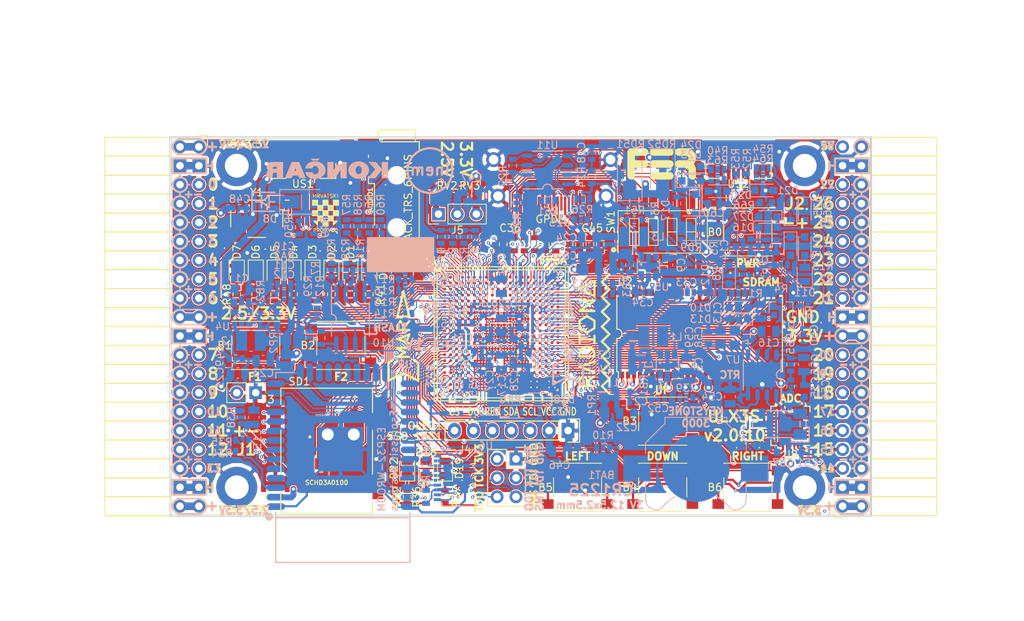
<source format=kicad_pcb>
(kicad_pcb (version 20171130) (host pcbnew 5.0.0+dfsg1-1)

  (general
    (thickness 1.6)
    (drawings 504)
    (tracks 5523)
    (zones 0)
    (modules 220)
    (nets 272)
  )

  (page A4)
  (layers
    (0 F.Cu signal)
    (1 In1.Cu signal)
    (2 In2.Cu signal)
    (31 B.Cu signal)
    (32 B.Adhes user)
    (33 F.Adhes user)
    (34 B.Paste user)
    (35 F.Paste user)
    (36 B.SilkS user)
    (37 F.SilkS user)
    (38 B.Mask user)
    (39 F.Mask user)
    (40 Dwgs.User user)
    (41 Cmts.User user)
    (42 Eco1.User user)
    (43 Eco2.User user)
    (44 Edge.Cuts user)
    (45 Margin user)
    (46 B.CrtYd user)
    (47 F.CrtYd user)
    (48 B.Fab user hide)
    (49 F.Fab user)
  )

  (setup
    (last_trace_width 0.3)
    (trace_clearance 0.127)
    (zone_clearance 0.127)
    (zone_45_only no)
    (trace_min 0.127)
    (segment_width 0.2)
    (edge_width 0.2)
    (via_size 0.419)
    (via_drill 0.2)
    (via_min_size 0.419)
    (via_min_drill 0.2)
    (uvia_size 0.3)
    (uvia_drill 0.1)
    (uvias_allowed no)
    (uvia_min_size 0.2)
    (uvia_min_drill 0.1)
    (pcb_text_width 0.3)
    (pcb_text_size 1.5 1.5)
    (mod_edge_width 0.15)
    (mod_text_size 1 1)
    (mod_text_width 0.15)
    (pad_size 0.4 0.4)
    (pad_drill 0)
    (pad_to_mask_clearance 0.05)
    (aux_axis_origin 94.1 112.22)
    (grid_origin 134.08 92.2)
    (visible_elements 7FFFF7FF)
    (pcbplotparams
      (layerselection 0x010fc_ffffffff)
      (usegerberextensions true)
      (usegerberattributes false)
      (usegerberadvancedattributes false)
      (creategerberjobfile false)
      (excludeedgelayer true)
      (linewidth 0.100000)
      (plotframeref false)
      (viasonmask false)
      (mode 1)
      (useauxorigin false)
      (hpglpennumber 1)
      (hpglpenspeed 20)
      (hpglpendiameter 15.000000)
      (psnegative false)
      (psa4output false)
      (plotreference true)
      (plotvalue true)
      (plotinvisibletext false)
      (padsonsilk false)
      (subtractmaskfromsilk true)
      (outputformat 1)
      (mirror false)
      (drillshape 0)
      (scaleselection 1)
      (outputdirectory "plot"))
  )

  (net 0 "")
  (net 1 GND)
  (net 2 +5V)
  (net 3 /gpio/IN5V)
  (net 4 /gpio/OUT5V)
  (net 5 +3V3)
  (net 6 BTN_D)
  (net 7 BTN_F1)
  (net 8 BTN_F2)
  (net 9 BTN_L)
  (net 10 BTN_R)
  (net 11 BTN_U)
  (net 12 /power/FB1)
  (net 13 +2V5)
  (net 14 /power/PWREN)
  (net 15 /power/FB3)
  (net 16 /power/FB2)
  (net 17 /power/VBAT)
  (net 18 JTAG_TDI)
  (net 19 JTAG_TCK)
  (net 20 JTAG_TMS)
  (net 21 JTAG_TDO)
  (net 22 /power/WAKEUPn)
  (net 23 /power/WKUP)
  (net 24 /power/SHUT)
  (net 25 /power/WAKE)
  (net 26 /power/HOLD)
  (net 27 /power/WKn)
  (net 28 /power/OSCI_32k)
  (net 29 /power/OSCO_32k)
  (net 30 SHUTDOWN)
  (net 31 GPDI_SDA)
  (net 32 GPDI_SCL)
  (net 33 /gpdi/VREF2)
  (net 34 SD_CMD)
  (net 35 SD_CLK)
  (net 36 SD_D0)
  (net 37 SD_D1)
  (net 38 USB5V)
  (net 39 GPDI_CEC)
  (net 40 nRESET)
  (net 41 FTDI_nDTR)
  (net 42 SDRAM_CKE)
  (net 43 SDRAM_A7)
  (net 44 SDRAM_D15)
  (net 45 SDRAM_BA1)
  (net 46 SDRAM_D7)
  (net 47 SDRAM_A6)
  (net 48 SDRAM_CLK)
  (net 49 SDRAM_D13)
  (net 50 SDRAM_BA0)
  (net 51 SDRAM_D6)
  (net 52 SDRAM_A5)
  (net 53 SDRAM_D14)
  (net 54 SDRAM_A11)
  (net 55 SDRAM_D12)
  (net 56 SDRAM_D5)
  (net 57 SDRAM_A4)
  (net 58 SDRAM_A10)
  (net 59 SDRAM_D11)
  (net 60 SDRAM_A3)
  (net 61 SDRAM_D4)
  (net 62 SDRAM_D10)
  (net 63 SDRAM_D9)
  (net 64 SDRAM_A9)
  (net 65 SDRAM_D3)
  (net 66 SDRAM_D8)
  (net 67 SDRAM_A8)
  (net 68 SDRAM_A2)
  (net 69 SDRAM_A1)
  (net 70 SDRAM_A0)
  (net 71 SDRAM_D2)
  (net 72 SDRAM_D1)
  (net 73 SDRAM_D0)
  (net 74 SDRAM_DQM0)
  (net 75 SDRAM_nCS)
  (net 76 SDRAM_nRAS)
  (net 77 SDRAM_DQM1)
  (net 78 SDRAM_nCAS)
  (net 79 SDRAM_nWE)
  (net 80 /flash/FLASH_nWP)
  (net 81 /flash/FLASH_nHOLD)
  (net 82 /flash/FLASH_MOSI)
  (net 83 /flash/FLASH_MISO)
  (net 84 /flash/FLASH_SCK)
  (net 85 /flash/FLASH_nCS)
  (net 86 /flash/FPGA_PROGRAMN)
  (net 87 /flash/FPGA_DONE)
  (net 88 /flash/FPGA_INITN)
  (net 89 OLED_RES)
  (net 90 OLED_DC)
  (net 91 OLED_CS)
  (net 92 WIFI_EN)
  (net 93 FTDI_nRTS)
  (net 94 FTDI_TXD)
  (net 95 FTDI_RXD)
  (net 96 WIFI_RXD)
  (net 97 WIFI_GPIO0)
  (net 98 WIFI_TXD)
  (net 99 USB_FTDI_D+)
  (net 100 USB_FTDI_D-)
  (net 101 SD_D3)
  (net 102 AUDIO_L3)
  (net 103 AUDIO_L2)
  (net 104 AUDIO_L1)
  (net 105 AUDIO_L0)
  (net 106 AUDIO_R3)
  (net 107 AUDIO_R2)
  (net 108 AUDIO_R1)
  (net 109 AUDIO_R0)
  (net 110 OLED_CLK)
  (net 111 OLED_MOSI)
  (net 112 LED0)
  (net 113 LED1)
  (net 114 LED2)
  (net 115 LED3)
  (net 116 LED4)
  (net 117 LED5)
  (net 118 LED6)
  (net 119 LED7)
  (net 120 BTN_PWRn)
  (net 121 FTDI_nTXLED)
  (net 122 FTDI_nSLEEP)
  (net 123 /blinkey/LED_PWREN)
  (net 124 /blinkey/LED_TXLED)
  (net 125 /sdcard/SD3V3)
  (net 126 SD_D2)
  (net 127 CLK_25MHz)
  (net 128 /blinkey/BTNPUL)
  (net 129 /blinkey/BTNPUR)
  (net 130 USB_FPGA_D+)
  (net 131 /power/FTDI_nSUSPEND)
  (net 132 /blinkey/ALED0)
  (net 133 /blinkey/ALED1)
  (net 134 /blinkey/ALED2)
  (net 135 /blinkey/ALED3)
  (net 136 /blinkey/ALED4)
  (net 137 /blinkey/ALED5)
  (net 138 /blinkey/ALED6)
  (net 139 /blinkey/ALED7)
  (net 140 /usb/FTD-)
  (net 141 /usb/FTD+)
  (net 142 ADC_MISO)
  (net 143 ADC_MOSI)
  (net 144 ADC_CSn)
  (net 145 ADC_SCLK)
  (net 146 SW3)
  (net 147 SW2)
  (net 148 SW1)
  (net 149 USB_FPGA_D-)
  (net 150 /usb/FPD+)
  (net 151 /usb/FPD-)
  (net 152 WIFI_GPIO16)
  (net 153 /usb/ANT_433MHz)
  (net 154 PROG_DONE)
  (net 155 /power/P3V3)
  (net 156 /power/P2V5)
  (net 157 /power/L1)
  (net 158 /power/L3)
  (net 159 /power/L2)
  (net 160 FTDI_TXDEN)
  (net 161 SDRAM_A12)
  (net 162 /analog/AUDIO_V)
  (net 163 AUDIO_V3)
  (net 164 AUDIO_V2)
  (net 165 AUDIO_V1)
  (net 166 AUDIO_V0)
  (net 167 /blinkey/LED_WIFI)
  (net 168 /power/P1V1)
  (net 169 +1V1)
  (net 170 SW4)
  (net 171 /blinkey/SWPU)
  (net 172 /wifi/WIFIEN)
  (net 173 FT2V5)
  (net 174 GN0)
  (net 175 GP0)
  (net 176 GN1)
  (net 177 GP1)
  (net 178 GN2)
  (net 179 GP2)
  (net 180 GN3)
  (net 181 GP3)
  (net 182 GN4)
  (net 183 GP4)
  (net 184 GN5)
  (net 185 GP5)
  (net 186 GN6)
  (net 187 GP6)
  (net 188 GN14)
  (net 189 GP14)
  (net 190 GN15)
  (net 191 GP15)
  (net 192 GN16)
  (net 193 GP16)
  (net 194 GN17)
  (net 195 GP17)
  (net 196 GN18)
  (net 197 GP18)
  (net 198 GN19)
  (net 199 GP19)
  (net 200 GN20)
  (net 201 GP20)
  (net 202 GN21)
  (net 203 GP21)
  (net 204 GN22)
  (net 205 GP22)
  (net 206 GN23)
  (net 207 GP23)
  (net 208 GN24)
  (net 209 GP24)
  (net 210 GN25)
  (net 211 GP25)
  (net 212 GN26)
  (net 213 GP26)
  (net 214 GN27)
  (net 215 GP27)
  (net 216 GN7)
  (net 217 GP7)
  (net 218 GN8)
  (net 219 GP8)
  (net 220 GN9)
  (net 221 GP9)
  (net 222 GN10)
  (net 223 GP10)
  (net 224 GN11)
  (net 225 GP11)
  (net 226 GN12)
  (net 227 GP12)
  (net 228 GN13)
  (net 229 GP13)
  (net 230 WIFI_GPIO5)
  (net 231 WIFI_GPIO17)
  (net 232 USB_FPGA_PULL_D+)
  (net 233 USB_FPGA_PULL_D-)
  (net 234 "Net-(D23-Pad2)")
  (net 235 "Net-(D24-Pad1)")
  (net 236 "Net-(D25-Pad2)")
  (net 237 "Net-(D26-Pad1)")
  (net 238 /gpdi/GPDI_ETH+)
  (net 239 FPDI_ETH+)
  (net 240 /gpdi/GPDI_ETH-)
  (net 241 FPDI_ETH-)
  (net 242 /gpdi/GPDI_D2-)
  (net 243 FPDI_D2-)
  (net 244 /gpdi/GPDI_D1-)
  (net 245 FPDI_D1-)
  (net 246 /gpdi/GPDI_D0-)
  (net 247 FPDI_D0-)
  (net 248 /gpdi/GPDI_CLK-)
  (net 249 FPDI_CLK-)
  (net 250 /gpdi/GPDI_D2+)
  (net 251 FPDI_D2+)
  (net 252 /gpdi/GPDI_D1+)
  (net 253 FPDI_D1+)
  (net 254 /gpdi/GPDI_D0+)
  (net 255 FPDI_D0+)
  (net 256 /gpdi/GPDI_CLK+)
  (net 257 FPDI_CLK+)
  (net 258 FPDI_SDA)
  (net 259 FPDI_SCL)
  (net 260 /gpdi/FPDI_CEC)
  (net 261 2V5_3V3)
  (net 262 /usb/US2VBUS)
  (net 263 /power/SHD)
  (net 264 /power/RTCVDD)
  (net 265 "Net-(D27-Pad2)")
  (net 266 US2_ID)
  (net 267 /analog/AUDIO_L)
  (net 268 /analog/AUDIO_R)
  (net 269 /analog/ADC3V3)
  (net 270 PWRBTn)
  (net 271 USER_PROGRAMN)

  (net_class Default "This is the default net class."
    (clearance 0.127)
    (trace_width 0.3)
    (via_dia 0.419)
    (via_drill 0.2)
    (uvia_dia 0.3)
    (uvia_drill 0.1)
    (add_net +5V)
    (add_net /analog/ADC3V3)
    (add_net /analog/AUDIO_L)
    (add_net /analog/AUDIO_R)
    (add_net /analog/AUDIO_V)
    (add_net /blinkey/ALED0)
    (add_net /blinkey/ALED1)
    (add_net /blinkey/ALED2)
    (add_net /blinkey/ALED3)
    (add_net /blinkey/ALED4)
    (add_net /blinkey/ALED5)
    (add_net /blinkey/ALED6)
    (add_net /blinkey/ALED7)
    (add_net /blinkey/BTNPUL)
    (add_net /blinkey/BTNPUR)
    (add_net /blinkey/LED_PWREN)
    (add_net /blinkey/LED_TXLED)
    (add_net /blinkey/LED_WIFI)
    (add_net /blinkey/SWPU)
    (add_net /gpdi/GPDI_CLK+)
    (add_net /gpdi/GPDI_CLK-)
    (add_net /gpdi/GPDI_D0+)
    (add_net /gpdi/GPDI_D0-)
    (add_net /gpdi/GPDI_D1+)
    (add_net /gpdi/GPDI_D1-)
    (add_net /gpdi/GPDI_D2+)
    (add_net /gpdi/GPDI_D2-)
    (add_net /gpdi/GPDI_ETH+)
    (add_net /gpdi/GPDI_ETH-)
    (add_net /gpdi/VREF2)
    (add_net /gpio/IN5V)
    (add_net /gpio/OUT5V)
    (add_net /power/FB1)
    (add_net /power/FB2)
    (add_net /power/FB3)
    (add_net /power/FTDI_nSUSPEND)
    (add_net /power/HOLD)
    (add_net /power/L1)
    (add_net /power/L2)
    (add_net /power/L3)
    (add_net /power/OSCI_32k)
    (add_net /power/OSCO_32k)
    (add_net /power/P1V1)
    (add_net /power/P2V5)
    (add_net /power/P3V3)
    (add_net /power/PWREN)
    (add_net /power/RTCVDD)
    (add_net /power/SHD)
    (add_net /power/SHUT)
    (add_net /power/VBAT)
    (add_net /power/WAKE)
    (add_net /power/WAKEUPn)
    (add_net /power/WKUP)
    (add_net /power/WKn)
    (add_net /sdcard/SD3V3)
    (add_net /usb/ANT_433MHz)
    (add_net /usb/FPD+)
    (add_net /usb/FPD-)
    (add_net /usb/FTD+)
    (add_net /usb/FTD-)
    (add_net /usb/US2VBUS)
    (add_net /wifi/WIFIEN)
    (add_net FT2V5)
    (add_net "Net-(D23-Pad2)")
    (add_net "Net-(D24-Pad1)")
    (add_net "Net-(D25-Pad2)")
    (add_net "Net-(D26-Pad1)")
    (add_net "Net-(D27-Pad2)")
    (add_net PWRBTn)
    (add_net US2_ID)
    (add_net USB5V)
  )

  (net_class BGA ""
    (clearance 0.127)
    (trace_width 0.127)
    (via_dia 0.419)
    (via_drill 0.2)
    (uvia_dia 0.3)
    (uvia_drill 0.1)
    (add_net /flash/FLASH_MISO)
    (add_net /flash/FLASH_MOSI)
    (add_net /flash/FLASH_SCK)
    (add_net /flash/FLASH_nCS)
    (add_net /flash/FLASH_nHOLD)
    (add_net /flash/FLASH_nWP)
    (add_net /flash/FPGA_DONE)
    (add_net /flash/FPGA_INITN)
    (add_net /flash/FPGA_PROGRAMN)
    (add_net /gpdi/FPDI_CEC)
    (add_net ADC_CSn)
    (add_net ADC_MISO)
    (add_net ADC_MOSI)
    (add_net ADC_SCLK)
    (add_net AUDIO_L0)
    (add_net AUDIO_L1)
    (add_net AUDIO_L2)
    (add_net AUDIO_L3)
    (add_net AUDIO_R0)
    (add_net AUDIO_R1)
    (add_net AUDIO_R2)
    (add_net AUDIO_R3)
    (add_net AUDIO_V0)
    (add_net AUDIO_V1)
    (add_net AUDIO_V2)
    (add_net AUDIO_V3)
    (add_net BTN_D)
    (add_net BTN_F1)
    (add_net BTN_F2)
    (add_net BTN_L)
    (add_net BTN_PWRn)
    (add_net BTN_R)
    (add_net BTN_U)
    (add_net CLK_25MHz)
    (add_net FPDI_CLK+)
    (add_net FPDI_CLK-)
    (add_net FPDI_D0+)
    (add_net FPDI_D0-)
    (add_net FPDI_D1+)
    (add_net FPDI_D1-)
    (add_net FPDI_D2+)
    (add_net FPDI_D2-)
    (add_net FPDI_ETH+)
    (add_net FPDI_ETH-)
    (add_net FPDI_SCL)
    (add_net FPDI_SDA)
    (add_net FTDI_RXD)
    (add_net FTDI_TXD)
    (add_net FTDI_TXDEN)
    (add_net FTDI_nDTR)
    (add_net FTDI_nRTS)
    (add_net FTDI_nSLEEP)
    (add_net FTDI_nTXLED)
    (add_net GN0)
    (add_net GN1)
    (add_net GN10)
    (add_net GN11)
    (add_net GN12)
    (add_net GN13)
    (add_net GN14)
    (add_net GN15)
    (add_net GN16)
    (add_net GN17)
    (add_net GN18)
    (add_net GN19)
    (add_net GN2)
    (add_net GN20)
    (add_net GN21)
    (add_net GN22)
    (add_net GN23)
    (add_net GN24)
    (add_net GN25)
    (add_net GN26)
    (add_net GN27)
    (add_net GN3)
    (add_net GN4)
    (add_net GN5)
    (add_net GN6)
    (add_net GN7)
    (add_net GN8)
    (add_net GN9)
    (add_net GND)
    (add_net GP0)
    (add_net GP1)
    (add_net GP10)
    (add_net GP11)
    (add_net GP12)
    (add_net GP13)
    (add_net GP14)
    (add_net GP15)
    (add_net GP16)
    (add_net GP17)
    (add_net GP18)
    (add_net GP19)
    (add_net GP2)
    (add_net GP20)
    (add_net GP21)
    (add_net GP22)
    (add_net GP23)
    (add_net GP24)
    (add_net GP25)
    (add_net GP26)
    (add_net GP27)
    (add_net GP3)
    (add_net GP4)
    (add_net GP5)
    (add_net GP6)
    (add_net GP7)
    (add_net GP8)
    (add_net GP9)
    (add_net GPDI_CEC)
    (add_net GPDI_SCL)
    (add_net GPDI_SDA)
    (add_net JTAG_TCK)
    (add_net JTAG_TDI)
    (add_net JTAG_TDO)
    (add_net JTAG_TMS)
    (add_net LED0)
    (add_net LED1)
    (add_net LED2)
    (add_net LED3)
    (add_net LED4)
    (add_net LED5)
    (add_net LED6)
    (add_net LED7)
    (add_net OLED_CLK)
    (add_net OLED_CS)
    (add_net OLED_DC)
    (add_net OLED_MOSI)
    (add_net OLED_RES)
    (add_net PROG_DONE)
    (add_net SDRAM_A0)
    (add_net SDRAM_A1)
    (add_net SDRAM_A10)
    (add_net SDRAM_A11)
    (add_net SDRAM_A12)
    (add_net SDRAM_A2)
    (add_net SDRAM_A3)
    (add_net SDRAM_A4)
    (add_net SDRAM_A5)
    (add_net SDRAM_A6)
    (add_net SDRAM_A7)
    (add_net SDRAM_A8)
    (add_net SDRAM_A9)
    (add_net SDRAM_BA0)
    (add_net SDRAM_BA1)
    (add_net SDRAM_CKE)
    (add_net SDRAM_CLK)
    (add_net SDRAM_D0)
    (add_net SDRAM_D1)
    (add_net SDRAM_D10)
    (add_net SDRAM_D11)
    (add_net SDRAM_D12)
    (add_net SDRAM_D13)
    (add_net SDRAM_D14)
    (add_net SDRAM_D15)
    (add_net SDRAM_D2)
    (add_net SDRAM_D3)
    (add_net SDRAM_D4)
    (add_net SDRAM_D5)
    (add_net SDRAM_D6)
    (add_net SDRAM_D7)
    (add_net SDRAM_D8)
    (add_net SDRAM_D9)
    (add_net SDRAM_DQM0)
    (add_net SDRAM_DQM1)
    (add_net SDRAM_nCAS)
    (add_net SDRAM_nCS)
    (add_net SDRAM_nRAS)
    (add_net SDRAM_nWE)
    (add_net SD_CLK)
    (add_net SD_CMD)
    (add_net SD_D0)
    (add_net SD_D1)
    (add_net SD_D2)
    (add_net SD_D3)
    (add_net SHUTDOWN)
    (add_net SW1)
    (add_net SW2)
    (add_net SW3)
    (add_net SW4)
    (add_net USB_FPGA_D+)
    (add_net USB_FPGA_D-)
    (add_net USB_FPGA_PULL_D+)
    (add_net USB_FPGA_PULL_D-)
    (add_net USB_FTDI_D+)
    (add_net USB_FTDI_D-)
    (add_net USER_PROGRAMN)
    (add_net WIFI_EN)
    (add_net WIFI_GPIO0)
    (add_net WIFI_GPIO16)
    (add_net WIFI_GPIO17)
    (add_net WIFI_GPIO5)
    (add_net WIFI_RXD)
    (add_net WIFI_TXD)
    (add_net nRESET)
  )

  (net_class Medium ""
    (clearance 0.127)
    (trace_width 0.127)
    (via_dia 0.419)
    (via_drill 0.2)
    (uvia_dia 0.3)
    (uvia_drill 0.1)
    (add_net +1V1)
    (add_net +2V5)
    (add_net +3V3)
    (add_net 2V5_3V3)
  )

  (module lfe5bg381:BGA-381_pitch0.8mm_dia0.4mm (layer F.Cu) (tedit 5B6D6A17) (tstamp 58D8D57E)
    (at 138.48 87.8)
    (path /56AC389C/5A0783C9)
    (attr smd)
    (fp_text reference U1 (at -8.2 -9.8) (layer F.SilkS)
      (effects (font (size 1 1) (thickness 0.15)))
    )
    (fp_text value LFE5U-85F-6BG381C (at 0.07 -11.902) (layer F.Fab)
      (effects (font (size 1 1) (thickness 0.15)))
    )
    (fp_line (start -8.6 -8.6) (end 8.6 -8.6) (layer F.SilkS) (width 0.15))
    (fp_line (start 8.6 -8.6) (end 8.6 8.6) (layer F.SilkS) (width 0.15))
    (fp_line (start 8.6 8.6) (end -8.6 8.6) (layer F.SilkS) (width 0.15))
    (fp_line (start -8.6 8.6) (end -8.6 -8.6) (layer F.SilkS) (width 0.15))
    (fp_line (start -9 -9) (end 9 -9) (layer F.SilkS) (width 0.15))
    (fp_line (start 9 -9) (end 9 9) (layer F.SilkS) (width 0.15))
    (fp_line (start 9 9) (end -9 9) (layer F.SilkS) (width 0.15))
    (fp_line (start -9 9) (end -9 -9) (layer F.SilkS) (width 0.15))
    (fp_line (start -8.2 -9) (end -9 -8.2) (layer F.SilkS) (width 0.15))
    (fp_line (start -7.6 7.4) (end -7.6 7.6) (layer F.SilkS) (width 0.15))
    (fp_line (start -7.6 7.6) (end -7.4 7.6) (layer F.SilkS) (width 0.15))
    (fp_line (start 7.4 7.6) (end 7.6 7.6) (layer F.SilkS) (width 0.15))
    (fp_line (start 7.6 7.6) (end 7.6 7.4) (layer F.SilkS) (width 0.15))
    (fp_line (start 7.4 -7.6) (end 7.6 -7.6) (layer F.SilkS) (width 0.15))
    (fp_line (start 7.6 -7.6) (end 7.6 -7.4) (layer F.SilkS) (width 0.15))
    (fp_line (start -7.6 -7.4) (end -7.6 -7.6) (layer F.SilkS) (width 0.15))
    (fp_line (start -7.6 -7.6) (end -7.4 -7.6) (layer F.SilkS) (width 0.15))
    (pad Y19 smd circle (at 6.8 7.6) (size 0.4 0.4) (layers F.Cu F.Paste F.Mask)
      (net 1 GND) (solder_mask_margin 0.05) (solder_paste_margin -0.025))
    (pad Y17 smd circle (at 5.2 7.6) (size 0.4 0.4) (layers F.Cu F.Paste F.Mask)
      (net 1 GND) (solder_mask_margin 0.05) (solder_paste_margin -0.025))
    (pad Y16 smd circle (at 4.4 7.6) (size 0.4 0.4) (layers F.Cu F.Paste F.Mask)
      (net 1 GND) (solder_mask_margin 0.05) (solder_paste_margin -0.025))
    (pad Y15 smd circle (at 3.6 7.6) (size 0.4 0.4) (layers F.Cu F.Paste F.Mask)
      (net 1 GND) (solder_mask_margin 0.05) (solder_paste_margin -0.025))
    (pad Y14 smd circle (at 2.8 7.6) (size 0.4 0.4) (layers F.Cu F.Paste F.Mask)
      (net 1 GND) (solder_mask_margin 0.05) (solder_paste_margin -0.025))
    (pad Y12 smd circle (at 1.2 7.6) (size 0.4 0.4) (layers F.Cu F.Paste F.Mask)
      (net 1 GND) (solder_mask_margin 0.05) (solder_paste_margin -0.025))
    (pad Y11 smd circle (at 0.4 7.6) (size 0.4 0.4) (layers F.Cu F.Paste F.Mask)
      (net 1 GND) (solder_mask_margin 0.05) (solder_paste_margin -0.025))
    (pad Y8 smd circle (at -2 7.6) (size 0.4 0.4) (layers F.Cu F.Paste F.Mask)
      (net 1 GND) (solder_mask_margin 0.05) (solder_paste_margin -0.025))
    (pad Y7 smd circle (at -2.8 7.6) (size 0.4 0.4) (layers F.Cu F.Paste F.Mask)
      (net 1 GND) (solder_mask_margin 0.05) (solder_paste_margin -0.025))
    (pad Y6 smd circle (at -3.6 7.6) (size 0.4 0.4) (layers F.Cu F.Paste F.Mask)
      (net 1 GND) (solder_mask_margin 0.05) (solder_paste_margin -0.025))
    (pad Y5 smd circle (at -4.4 7.6) (size 0.4 0.4) (layers F.Cu F.Paste F.Mask)
      (net 1 GND) (solder_mask_margin 0.05) (solder_paste_margin -0.025))
    (pad Y3 smd circle (at -6 7.6) (size 0.4 0.4) (layers F.Cu F.Paste F.Mask)
      (net 87 /flash/FPGA_DONE) (solder_mask_margin 0.05) (solder_paste_margin -0.025))
    (pad Y2 smd circle (at -6.8 7.6) (size 0.4 0.4) (layers F.Cu F.Paste F.Mask)
      (net 80 /flash/FLASH_nWP) (solder_mask_margin 0.05) (solder_paste_margin -0.025))
    (pad W20 smd circle (at 7.6 6.8) (size 0.4 0.4) (layers F.Cu F.Paste F.Mask)
      (net 1 GND) (solder_mask_margin 0.05) (solder_paste_margin -0.025))
    (pad W19 smd circle (at 6.8 6.8) (size 0.4 0.4) (layers F.Cu F.Paste F.Mask)
      (net 1 GND) (solder_mask_margin 0.05) (solder_paste_margin -0.025))
    (pad W18 smd circle (at 6 6.8) (size 0.4 0.4) (layers F.Cu F.Paste F.Mask)
      (solder_mask_margin 0.05) (solder_paste_margin -0.025))
    (pad W17 smd circle (at 5.2 6.8) (size 0.4 0.4) (layers F.Cu F.Paste F.Mask)
      (solder_mask_margin 0.05) (solder_paste_margin -0.025))
    (pad W16 smd circle (at 4.4 6.8) (size 0.4 0.4) (layers F.Cu F.Paste F.Mask)
      (net 1 GND) (solder_mask_margin 0.05) (solder_paste_margin -0.025))
    (pad W15 smd circle (at 3.6 6.8) (size 0.4 0.4) (layers F.Cu F.Paste F.Mask)
      (net 1 GND) (solder_mask_margin 0.05) (solder_paste_margin -0.025))
    (pad W14 smd circle (at 2.8 6.8) (size 0.4 0.4) (layers F.Cu F.Paste F.Mask)
      (solder_mask_margin 0.05) (solder_paste_margin -0.025))
    (pad W13 smd circle (at 2 6.8) (size 0.4 0.4) (layers F.Cu F.Paste F.Mask)
      (solder_mask_margin 0.05) (solder_paste_margin -0.025))
    (pad W12 smd circle (at 1.2 6.8) (size 0.4 0.4) (layers F.Cu F.Paste F.Mask)
      (net 1 GND) (solder_mask_margin 0.05) (solder_paste_margin -0.025))
    (pad W11 smd circle (at 0.4 6.8) (size 0.4 0.4) (layers F.Cu F.Paste F.Mask)
      (solder_mask_margin 0.05) (solder_paste_margin -0.025))
    (pad W10 smd circle (at -0.4 6.8) (size 0.4 0.4) (layers F.Cu F.Paste F.Mask)
      (solder_mask_margin 0.05) (solder_paste_margin -0.025))
    (pad W9 smd circle (at -1.2 6.8) (size 0.4 0.4) (layers F.Cu F.Paste F.Mask)
      (solder_mask_margin 0.05) (solder_paste_margin -0.025))
    (pad W8 smd circle (at -2 6.8) (size 0.4 0.4) (layers F.Cu F.Paste F.Mask)
      (solder_mask_margin 0.05) (solder_paste_margin -0.025))
    (pad W7 smd circle (at -2.8 6.8) (size 0.4 0.4) (layers F.Cu F.Paste F.Mask)
      (net 1 GND) (solder_mask_margin 0.05) (solder_paste_margin -0.025))
    (pad W6 smd circle (at -3.6 6.8) (size 0.4 0.4) (layers F.Cu F.Paste F.Mask)
      (net 1 GND) (solder_mask_margin 0.05) (solder_paste_margin -0.025))
    (pad W5 smd circle (at -4.4 6.8) (size 0.4 0.4) (layers F.Cu F.Paste F.Mask)
      (solder_mask_margin 0.05) (solder_paste_margin -0.025))
    (pad W4 smd circle (at -5.2 6.8) (size 0.4 0.4) (layers F.Cu F.Paste F.Mask)
      (solder_mask_margin 0.05) (solder_paste_margin -0.025))
    (pad W3 smd circle (at -6 6.8) (size 0.4 0.4) (layers F.Cu F.Paste F.Mask)
      (net 86 /flash/FPGA_PROGRAMN) (solder_mask_margin 0.05) (solder_paste_margin -0.025))
    (pad W2 smd circle (at -6.8 6.8) (size 0.4 0.4) (layers F.Cu F.Paste F.Mask)
      (net 82 /flash/FLASH_MOSI) (solder_mask_margin 0.05) (solder_paste_margin -0.025))
    (pad W1 smd circle (at -7.6 6.8) (size 0.4 0.4) (layers F.Cu F.Paste F.Mask)
      (net 81 /flash/FLASH_nHOLD) (solder_mask_margin 0.05) (solder_paste_margin -0.025))
    (pad V20 smd circle (at 7.6 6) (size 0.4 0.4) (layers F.Cu F.Paste F.Mask)
      (net 1 GND) (solder_mask_margin 0.05) (solder_paste_margin -0.025))
    (pad V19 smd circle (at 6.8 6) (size 0.4 0.4) (layers F.Cu F.Paste F.Mask)
      (net 1 GND) (solder_mask_margin 0.05) (solder_paste_margin -0.025))
    (pad V18 smd circle (at 6 6) (size 0.4 0.4) (layers F.Cu F.Paste F.Mask)
      (net 1 GND) (solder_mask_margin 0.05) (solder_paste_margin -0.025))
    (pad V17 smd circle (at 5.2 6) (size 0.4 0.4) (layers F.Cu F.Paste F.Mask)
      (net 1 GND) (solder_mask_margin 0.05) (solder_paste_margin -0.025))
    (pad V16 smd circle (at 4.4 6) (size 0.4 0.4) (layers F.Cu F.Paste F.Mask)
      (net 1 GND) (solder_mask_margin 0.05) (solder_paste_margin -0.025))
    (pad V15 smd circle (at 3.6 6) (size 0.4 0.4) (layers F.Cu F.Paste F.Mask)
      (net 1 GND) (solder_mask_margin 0.05) (solder_paste_margin -0.025))
    (pad V14 smd circle (at 2.8 6) (size 0.4 0.4) (layers F.Cu F.Paste F.Mask)
      (net 1 GND) (solder_mask_margin 0.05) (solder_paste_margin -0.025))
    (pad V13 smd circle (at 2 6) (size 0.4 0.4) (layers F.Cu F.Paste F.Mask)
      (net 1 GND) (solder_mask_margin 0.05) (solder_paste_margin -0.025))
    (pad V12 smd circle (at 1.2 6) (size 0.4 0.4) (layers F.Cu F.Paste F.Mask)
      (net 1 GND) (solder_mask_margin 0.05) (solder_paste_margin -0.025))
    (pad V11 smd circle (at 0.4 6) (size 0.4 0.4) (layers F.Cu F.Paste F.Mask)
      (net 1 GND) (solder_mask_margin 0.05) (solder_paste_margin -0.025))
    (pad V10 smd circle (at -0.4 6) (size 0.4 0.4) (layers F.Cu F.Paste F.Mask)
      (net 1 GND) (solder_mask_margin 0.05) (solder_paste_margin -0.025))
    (pad V9 smd circle (at -1.2 6) (size 0.4 0.4) (layers F.Cu F.Paste F.Mask)
      (net 1 GND) (solder_mask_margin 0.05) (solder_paste_margin -0.025))
    (pad V8 smd circle (at -2 6) (size 0.4 0.4) (layers F.Cu F.Paste F.Mask)
      (net 1 GND) (solder_mask_margin 0.05) (solder_paste_margin -0.025))
    (pad V7 smd circle (at -2.8 6) (size 0.4 0.4) (layers F.Cu F.Paste F.Mask)
      (net 1 GND) (solder_mask_margin 0.05) (solder_paste_margin -0.025))
    (pad V6 smd circle (at -3.6 6) (size 0.4 0.4) (layers F.Cu F.Paste F.Mask)
      (net 1 GND) (solder_mask_margin 0.05) (solder_paste_margin -0.025))
    (pad V5 smd circle (at -4.4 6) (size 0.4 0.4) (layers F.Cu F.Paste F.Mask)
      (net 1 GND) (solder_mask_margin 0.05) (solder_paste_margin -0.025))
    (pad V4 smd circle (at -5.2 6) (size 0.4 0.4) (layers F.Cu F.Paste F.Mask)
      (net 21 JTAG_TDO) (solder_mask_margin 0.05) (solder_paste_margin -0.025))
    (pad V3 smd circle (at -6 6) (size 0.4 0.4) (layers F.Cu F.Paste F.Mask)
      (net 88 /flash/FPGA_INITN) (solder_mask_margin 0.05) (solder_paste_margin -0.025))
    (pad V2 smd circle (at -6.8 6) (size 0.4 0.4) (layers F.Cu F.Paste F.Mask)
      (net 83 /flash/FLASH_MISO) (solder_mask_margin 0.05) (solder_paste_margin -0.025))
    (pad V1 smd circle (at -7.6 6) (size 0.4 0.4) (layers F.Cu F.Paste F.Mask)
      (net 6 BTN_D) (solder_mask_margin 0.05) (solder_paste_margin -0.025))
    (pad U20 smd circle (at 7.6 5.2) (size 0.4 0.4) (layers F.Cu F.Paste F.Mask)
      (net 46 SDRAM_D7) (solder_mask_margin 0.05) (solder_paste_margin -0.025))
    (pad U19 smd circle (at 6.8 5.2) (size 0.4 0.4) (layers F.Cu F.Paste F.Mask)
      (net 74 SDRAM_DQM0) (solder_mask_margin 0.05) (solder_paste_margin -0.025))
    (pad U18 smd circle (at 6 5.2) (size 0.4 0.4) (layers F.Cu F.Paste F.Mask)
      (net 189 GP14) (solder_mask_margin 0.05) (solder_paste_margin -0.025))
    (pad U17 smd circle (at 5.2 5.2) (size 0.4 0.4) (layers F.Cu F.Paste F.Mask)
      (net 188 GN14) (solder_mask_margin 0.05) (solder_paste_margin -0.025))
    (pad U16 smd circle (at 4.4 5.2) (size 0.4 0.4) (layers F.Cu F.Paste F.Mask)
      (net 142 ADC_MISO) (solder_mask_margin 0.05) (solder_paste_margin -0.025))
    (pad U15 smd circle (at 3.6 5.2) (size 0.4 0.4) (layers F.Cu F.Paste F.Mask)
      (net 1 GND) (solder_mask_margin 0.05) (solder_paste_margin -0.025))
    (pad U14 smd circle (at 2.8 5.2) (size 0.4 0.4) (layers F.Cu F.Paste F.Mask)
      (net 1 GND) (solder_mask_margin 0.05) (solder_paste_margin -0.025))
    (pad U13 smd circle (at 2 5.2) (size 0.4 0.4) (layers F.Cu F.Paste F.Mask)
      (net 1 GND) (solder_mask_margin 0.05) (solder_paste_margin -0.025))
    (pad U12 smd circle (at 1.2 5.2) (size 0.4 0.4) (layers F.Cu F.Paste F.Mask)
      (net 1 GND) (solder_mask_margin 0.05) (solder_paste_margin -0.025))
    (pad U11 smd circle (at 0.4 5.2) (size 0.4 0.4) (layers F.Cu F.Paste F.Mask)
      (net 1 GND) (solder_mask_margin 0.05) (solder_paste_margin -0.025))
    (pad U10 smd circle (at -0.4 5.2) (size 0.4 0.4) (layers F.Cu F.Paste F.Mask)
      (net 1 GND) (solder_mask_margin 0.05) (solder_paste_margin -0.025))
    (pad U9 smd circle (at -1.2 5.2) (size 0.4 0.4) (layers F.Cu F.Paste F.Mask)
      (net 1 GND) (solder_mask_margin 0.05) (solder_paste_margin -0.025))
    (pad U8 smd circle (at -2 5.2) (size 0.4 0.4) (layers F.Cu F.Paste F.Mask)
      (net 1 GND) (solder_mask_margin 0.05) (solder_paste_margin -0.025))
    (pad U7 smd circle (at -2.8 5.2) (size 0.4 0.4) (layers F.Cu F.Paste F.Mask)
      (net 1 GND) (solder_mask_margin 0.05) (solder_paste_margin -0.025))
    (pad U6 smd circle (at -3.6 5.2) (size 0.4 0.4) (layers F.Cu F.Paste F.Mask)
      (net 1 GND) (solder_mask_margin 0.05) (solder_paste_margin -0.025))
    (pad U5 smd circle (at -4.4 5.2) (size 0.4 0.4) (layers F.Cu F.Paste F.Mask)
      (net 20 JTAG_TMS) (solder_mask_margin 0.05) (solder_paste_margin -0.025))
    (pad U4 smd circle (at -5.2 5.2) (size 0.4 0.4) (layers F.Cu F.Paste F.Mask)
      (net 1 GND) (solder_mask_margin 0.05) (solder_paste_margin -0.025))
    (pad U3 smd circle (at -6 5.2) (size 0.4 0.4) (layers F.Cu F.Paste F.Mask)
      (net 84 /flash/FLASH_SCK) (solder_mask_margin 0.05) (solder_paste_margin -0.025))
    (pad U2 smd circle (at -6.8 5.2) (size 0.4 0.4) (layers F.Cu F.Paste F.Mask)
      (net 5 +3V3) (solder_mask_margin 0.05) (solder_paste_margin -0.025))
    (pad U1 smd circle (at -7.6 5.2) (size 0.4 0.4) (layers F.Cu F.Paste F.Mask)
      (net 9 BTN_L) (solder_mask_margin 0.05) (solder_paste_margin -0.025))
    (pad T20 smd circle (at 7.6 4.4) (size 0.4 0.4) (layers F.Cu F.Paste F.Mask)
      (net 79 SDRAM_nWE) (solder_mask_margin 0.05) (solder_paste_margin -0.025))
    (pad T19 smd circle (at 6.8 4.4) (size 0.4 0.4) (layers F.Cu F.Paste F.Mask)
      (net 78 SDRAM_nCAS) (solder_mask_margin 0.05) (solder_paste_margin -0.025))
    (pad T18 smd circle (at 6 4.4) (size 0.4 0.4) (layers F.Cu F.Paste F.Mask)
      (net 56 SDRAM_D5) (solder_mask_margin 0.05) (solder_paste_margin -0.025))
    (pad T17 smd circle (at 5.2 4.4) (size 0.4 0.4) (layers F.Cu F.Paste F.Mask)
      (net 51 SDRAM_D6) (solder_mask_margin 0.05) (solder_paste_margin -0.025))
    (pad T16 smd circle (at 4.4 4.4) (size 0.4 0.4) (layers F.Cu F.Paste F.Mask)
      (solder_mask_margin 0.05) (solder_paste_margin -0.025))
    (pad T15 smd circle (at 3.6 4.4) (size 0.4 0.4) (layers F.Cu F.Paste F.Mask)
      (net 1 GND) (solder_mask_margin 0.05) (solder_paste_margin -0.025))
    (pad T14 smd circle (at 2.8 4.4) (size 0.4 0.4) (layers F.Cu F.Paste F.Mask)
      (net 1 GND) (solder_mask_margin 0.05) (solder_paste_margin -0.025))
    (pad T13 smd circle (at 2 4.4) (size 0.4 0.4) (layers F.Cu F.Paste F.Mask)
      (net 1 GND) (solder_mask_margin 0.05) (solder_paste_margin -0.025))
    (pad T12 smd circle (at 1.2 4.4) (size 0.4 0.4) (layers F.Cu F.Paste F.Mask)
      (net 1 GND) (solder_mask_margin 0.05) (solder_paste_margin -0.025))
    (pad T11 smd circle (at 0.4 4.4) (size 0.4 0.4) (layers F.Cu F.Paste F.Mask)
      (net 1 GND) (solder_mask_margin 0.05) (solder_paste_margin -0.025))
    (pad T10 smd circle (at -0.4 4.4) (size 0.4 0.4) (layers F.Cu F.Paste F.Mask)
      (net 1 GND) (solder_mask_margin 0.05) (solder_paste_margin -0.025))
    (pad T9 smd circle (at -1.2 4.4) (size 0.4 0.4) (layers F.Cu F.Paste F.Mask)
      (net 1 GND) (solder_mask_margin 0.05) (solder_paste_margin -0.025))
    (pad T8 smd circle (at -2 4.4) (size 0.4 0.4) (layers F.Cu F.Paste F.Mask)
      (net 1 GND) (solder_mask_margin 0.05) (solder_paste_margin -0.025))
    (pad T7 smd circle (at -2.8 4.4) (size 0.4 0.4) (layers F.Cu F.Paste F.Mask)
      (net 1 GND) (solder_mask_margin 0.05) (solder_paste_margin -0.025))
    (pad T6 smd circle (at -3.6 4.4) (size 0.4 0.4) (layers F.Cu F.Paste F.Mask)
      (net 1 GND) (solder_mask_margin 0.05) (solder_paste_margin -0.025))
    (pad T5 smd circle (at -4.4 4.4) (size 0.4 0.4) (layers F.Cu F.Paste F.Mask)
      (net 19 JTAG_TCK) (solder_mask_margin 0.05) (solder_paste_margin -0.025))
    (pad T4 smd circle (at -5.2 4.4) (size 0.4 0.4) (layers F.Cu F.Paste F.Mask)
      (net 5 +3V3) (solder_mask_margin 0.05) (solder_paste_margin -0.025))
    (pad T3 smd circle (at -6 4.4) (size 0.4 0.4) (layers F.Cu F.Paste F.Mask)
      (net 5 +3V3) (solder_mask_margin 0.05) (solder_paste_margin -0.025))
    (pad T2 smd circle (at -6.8 4.4) (size 0.4 0.4) (layers F.Cu F.Paste F.Mask)
      (net 5 +3V3) (solder_mask_margin 0.05) (solder_paste_margin -0.025))
    (pad T1 smd circle (at -7.6 4.4) (size 0.4 0.4) (layers F.Cu F.Paste F.Mask)
      (net 8 BTN_F2) (solder_mask_margin 0.05) (solder_paste_margin -0.025))
    (pad R20 smd circle (at 7.6 3.6) (size 0.4 0.4) (layers F.Cu F.Paste F.Mask)
      (net 76 SDRAM_nRAS) (solder_mask_margin 0.05) (solder_paste_margin -0.025))
    (pad R19 smd circle (at 6.8 3.6) (size 0.4 0.4) (layers F.Cu F.Paste F.Mask)
      (net 1 GND) (solder_mask_margin 0.05) (solder_paste_margin -0.025))
    (pad R18 smd circle (at 6 3.6) (size 0.4 0.4) (layers F.Cu F.Paste F.Mask)
      (net 11 BTN_U) (solder_mask_margin 0.05) (solder_paste_margin -0.025))
    (pad R17 smd circle (at 5.2 3.6) (size 0.4 0.4) (layers F.Cu F.Paste F.Mask)
      (net 144 ADC_CSn) (solder_mask_margin 0.05) (solder_paste_margin -0.025))
    (pad R16 smd circle (at 4.4 3.6) (size 0.4 0.4) (layers F.Cu F.Paste F.Mask)
      (net 143 ADC_MOSI) (solder_mask_margin 0.05) (solder_paste_margin -0.025))
    (pad R5 smd circle (at -4.4 3.6) (size 0.4 0.4) (layers F.Cu F.Paste F.Mask)
      (net 18 JTAG_TDI) (solder_mask_margin 0.05) (solder_paste_margin -0.025))
    (pad R4 smd circle (at -5.2 3.6) (size 0.4 0.4) (layers F.Cu F.Paste F.Mask)
      (net 1 GND) (solder_mask_margin 0.05) (solder_paste_margin -0.025))
    (pad R3 smd circle (at -6 3.6) (size 0.4 0.4) (layers F.Cu F.Paste F.Mask)
      (solder_mask_margin 0.05) (solder_paste_margin -0.025))
    (pad R2 smd circle (at -6.8 3.6) (size 0.4 0.4) (layers F.Cu F.Paste F.Mask)
      (net 85 /flash/FLASH_nCS) (solder_mask_margin 0.05) (solder_paste_margin -0.025))
    (pad R1 smd circle (at -7.6 3.6) (size 0.4 0.4) (layers F.Cu F.Paste F.Mask)
      (net 7 BTN_F1) (solder_mask_margin 0.05) (solder_paste_margin -0.025))
    (pad P20 smd circle (at 7.6 2.8) (size 0.4 0.4) (layers F.Cu F.Paste F.Mask)
      (net 75 SDRAM_nCS) (solder_mask_margin 0.05) (solder_paste_margin -0.025))
    (pad P19 smd circle (at 6.8 2.8) (size 0.4 0.4) (layers F.Cu F.Paste F.Mask)
      (net 50 SDRAM_BA0) (solder_mask_margin 0.05) (solder_paste_margin -0.025))
    (pad P18 smd circle (at 6 2.8) (size 0.4 0.4) (layers F.Cu F.Paste F.Mask)
      (net 61 SDRAM_D4) (solder_mask_margin 0.05) (solder_paste_margin -0.025))
    (pad P17 smd circle (at 5.2 2.8) (size 0.4 0.4) (layers F.Cu F.Paste F.Mask)
      (net 145 ADC_SCLK) (solder_mask_margin 0.05) (solder_paste_margin -0.025))
    (pad P16 smd circle (at 4.4 2.8) (size 0.4 0.4) (layers F.Cu F.Paste F.Mask)
      (net 190 GN15) (solder_mask_margin 0.05) (solder_paste_margin -0.025))
    (pad P15 smd circle (at 3.6 2.8) (size 0.4 0.4) (layers F.Cu F.Paste F.Mask)
      (net 13 +2V5) (solder_mask_margin 0.05) (solder_paste_margin -0.025))
    (pad P14 smd circle (at 2.8 2.8) (size 0.4 0.4) (layers F.Cu F.Paste F.Mask)
      (net 1 GND) (solder_mask_margin 0.05) (solder_paste_margin -0.025))
    (pad P13 smd circle (at 2 2.8) (size 0.4 0.4) (layers F.Cu F.Paste F.Mask)
      (net 1 GND) (solder_mask_margin 0.05) (solder_paste_margin -0.025))
    (pad P12 smd circle (at 1.2 2.8) (size 0.4 0.4) (layers F.Cu F.Paste F.Mask)
      (net 1 GND) (solder_mask_margin 0.05) (solder_paste_margin -0.025))
    (pad P11 smd circle (at 0.4 2.8) (size 0.4 0.4) (layers F.Cu F.Paste F.Mask)
      (net 1 GND) (solder_mask_margin 0.05) (solder_paste_margin -0.025))
    (pad P10 smd circle (at -0.4 2.8) (size 0.4 0.4) (layers F.Cu F.Paste F.Mask)
      (net 5 +3V3) (solder_mask_margin 0.05) (solder_paste_margin -0.025))
    (pad P9 smd circle (at -1.2 2.8) (size 0.4 0.4) (layers F.Cu F.Paste F.Mask)
      (net 5 +3V3) (solder_mask_margin 0.05) (solder_paste_margin -0.025))
    (pad P8 smd circle (at -2 2.8) (size 0.4 0.4) (layers F.Cu F.Paste F.Mask)
      (net 1 GND) (solder_mask_margin 0.05) (solder_paste_margin -0.025))
    (pad P7 smd circle (at -2.8 2.8) (size 0.4 0.4) (layers F.Cu F.Paste F.Mask)
      (net 1 GND) (solder_mask_margin 0.05) (solder_paste_margin -0.025))
    (pad P6 smd circle (at -3.6 2.8) (size 0.4 0.4) (layers F.Cu F.Paste F.Mask)
      (net 13 +2V5) (solder_mask_margin 0.05) (solder_paste_margin -0.025))
    (pad P5 smd circle (at -4.4 2.8) (size 0.4 0.4) (layers F.Cu F.Paste F.Mask)
      (solder_mask_margin 0.05) (solder_paste_margin -0.025))
    (pad P4 smd circle (at -5.2 2.8) (size 0.4 0.4) (layers F.Cu F.Paste F.Mask)
      (net 110 OLED_CLK) (solder_mask_margin 0.05) (solder_paste_margin -0.025))
    (pad P3 smd circle (at -6 2.8) (size 0.4 0.4) (layers F.Cu F.Paste F.Mask)
      (net 111 OLED_MOSI) (solder_mask_margin 0.05) (solder_paste_margin -0.025))
    (pad P2 smd circle (at -6.8 2.8) (size 0.4 0.4) (layers F.Cu F.Paste F.Mask)
      (net 89 OLED_RES) (solder_mask_margin 0.05) (solder_paste_margin -0.025))
    (pad P1 smd circle (at -7.6 2.8) (size 0.4 0.4) (layers F.Cu F.Paste F.Mask)
      (net 90 OLED_DC) (solder_mask_margin 0.05) (solder_paste_margin -0.025))
    (pad N20 smd circle (at 7.6 2) (size 0.4 0.4) (layers F.Cu F.Paste F.Mask)
      (net 45 SDRAM_BA1) (solder_mask_margin 0.05) (solder_paste_margin -0.025))
    (pad N19 smd circle (at 6.8 2) (size 0.4 0.4) (layers F.Cu F.Paste F.Mask)
      (net 58 SDRAM_A10) (solder_mask_margin 0.05) (solder_paste_margin -0.025))
    (pad N18 smd circle (at 6 2) (size 0.4 0.4) (layers F.Cu F.Paste F.Mask)
      (net 65 SDRAM_D3) (solder_mask_margin 0.05) (solder_paste_margin -0.025))
    (pad N17 smd circle (at 5.2 2) (size 0.4 0.4) (layers F.Cu F.Paste F.Mask)
      (net 191 GP15) (solder_mask_margin 0.05) (solder_paste_margin -0.025))
    (pad N16 smd circle (at 4.4 2) (size 0.4 0.4) (layers F.Cu F.Paste F.Mask)
      (net 193 GP16) (solder_mask_margin 0.05) (solder_paste_margin -0.025))
    (pad N15 smd circle (at 3.6 2) (size 0.4 0.4) (layers F.Cu F.Paste F.Mask)
      (net 1 GND) (solder_mask_margin 0.05) (solder_paste_margin -0.025))
    (pad N14 smd circle (at 2.8 2) (size 0.4 0.4) (layers F.Cu F.Paste F.Mask)
      (net 1 GND) (solder_mask_margin 0.05) (solder_paste_margin -0.025))
    (pad N13 smd circle (at 2 2) (size 0.4 0.4) (layers F.Cu F.Paste F.Mask)
      (net 169 +1V1) (solder_mask_margin 0.05) (solder_paste_margin -0.025))
    (pad N12 smd circle (at 1.2 2) (size 0.4 0.4) (layers F.Cu F.Paste F.Mask)
      (net 169 +1V1) (solder_mask_margin 0.05) (solder_paste_margin -0.025))
    (pad N11 smd circle (at 0.4 2) (size 0.4 0.4) (layers F.Cu F.Paste F.Mask)
      (net 169 +1V1) (solder_mask_margin 0.05) (solder_paste_margin -0.025))
    (pad N10 smd circle (at -0.4 2) (size 0.4 0.4) (layers F.Cu F.Paste F.Mask)
      (net 169 +1V1) (solder_mask_margin 0.05) (solder_paste_margin -0.025))
    (pad N9 smd circle (at -1.2 2) (size 0.4 0.4) (layers F.Cu F.Paste F.Mask)
      (net 169 +1V1) (solder_mask_margin 0.05) (solder_paste_margin -0.025))
    (pad N8 smd circle (at -2 2) (size 0.4 0.4) (layers F.Cu F.Paste F.Mask)
      (net 169 +1V1) (solder_mask_margin 0.05) (solder_paste_margin -0.025))
    (pad N7 smd circle (at -2.8 2) (size 0.4 0.4) (layers F.Cu F.Paste F.Mask)
      (net 1 GND) (solder_mask_margin 0.05) (solder_paste_margin -0.025))
    (pad N6 smd circle (at -3.6 2) (size 0.4 0.4) (layers F.Cu F.Paste F.Mask)
      (net 1 GND) (solder_mask_margin 0.05) (solder_paste_margin -0.025))
    (pad N5 smd circle (at -4.4 2) (size 0.4 0.4) (layers F.Cu F.Paste F.Mask)
      (solder_mask_margin 0.05) (solder_paste_margin -0.025))
    (pad N4 smd circle (at -5.2 2) (size 0.4 0.4) (layers F.Cu F.Paste F.Mask)
      (net 230 WIFI_GPIO5) (solder_mask_margin 0.05) (solder_paste_margin -0.025))
    (pad N3 smd circle (at -6 2) (size 0.4 0.4) (layers F.Cu F.Paste F.Mask)
      (net 231 WIFI_GPIO17) (solder_mask_margin 0.05) (solder_paste_margin -0.025))
    (pad N2 smd circle (at -6.8 2) (size 0.4 0.4) (layers F.Cu F.Paste F.Mask)
      (net 91 OLED_CS) (solder_mask_margin 0.05) (solder_paste_margin -0.025))
    (pad N1 smd circle (at -7.6 2) (size 0.4 0.4) (layers F.Cu F.Paste F.Mask)
      (net 41 FTDI_nDTR) (solder_mask_margin 0.05) (solder_paste_margin -0.025))
    (pad M20 smd circle (at 7.6 1.2) (size 0.4 0.4) (layers F.Cu F.Paste F.Mask)
      (net 70 SDRAM_A0) (solder_mask_margin 0.05) (solder_paste_margin -0.025))
    (pad M19 smd circle (at 6.8 1.2) (size 0.4 0.4) (layers F.Cu F.Paste F.Mask)
      (net 69 SDRAM_A1) (solder_mask_margin 0.05) (solder_paste_margin -0.025))
    (pad M18 smd circle (at 6 1.2) (size 0.4 0.4) (layers F.Cu F.Paste F.Mask)
      (net 71 SDRAM_D2) (solder_mask_margin 0.05) (solder_paste_margin -0.025))
    (pad M17 smd circle (at 5.2 1.2) (size 0.4 0.4) (layers F.Cu F.Paste F.Mask)
      (net 192 GN16) (solder_mask_margin 0.05) (solder_paste_margin -0.025))
    (pad M16 smd circle (at 4.4 1.2) (size 0.4 0.4) (layers F.Cu F.Paste F.Mask)
      (net 1 GND) (solder_mask_margin 0.05) (solder_paste_margin -0.025))
    (pad M15 smd circle (at 3.6 1.2) (size 0.4 0.4) (layers F.Cu F.Paste F.Mask)
      (net 5 +3V3) (solder_mask_margin 0.05) (solder_paste_margin -0.025))
    (pad M14 smd circle (at 2.8 1.2) (size 0.4 0.4) (layers F.Cu F.Paste F.Mask)
      (net 1 GND) (solder_mask_margin 0.05) (solder_paste_margin -0.025))
    (pad M13 smd circle (at 2 1.2) (size 0.4 0.4) (layers F.Cu F.Paste F.Mask)
      (net 169 +1V1) (solder_mask_margin 0.05) (solder_paste_margin -0.025))
    (pad M12 smd circle (at 1.2 1.2) (size 0.4 0.4) (layers F.Cu F.Paste F.Mask)
      (net 1 GND) (solder_mask_margin 0.05) (solder_paste_margin -0.025))
    (pad M11 smd circle (at 0.4 1.2) (size 0.4 0.4) (layers F.Cu F.Paste F.Mask)
      (net 1 GND) (solder_mask_margin 0.05) (solder_paste_margin -0.025))
    (pad M10 smd circle (at -0.4 1.2) (size 0.4 0.4) (layers F.Cu F.Paste F.Mask)
      (net 1 GND) (solder_mask_margin 0.05) (solder_paste_margin -0.025))
    (pad M9 smd circle (at -1.2 1.2) (size 0.4 0.4) (layers F.Cu F.Paste F.Mask)
      (net 1 GND) (solder_mask_margin 0.05) (solder_paste_margin -0.025))
    (pad M8 smd circle (at -2 1.2) (size 0.4 0.4) (layers F.Cu F.Paste F.Mask)
      (net 169 +1V1) (solder_mask_margin 0.05) (solder_paste_margin -0.025))
    (pad M7 smd circle (at -2.8 1.2) (size 0.4 0.4) (layers F.Cu F.Paste F.Mask)
      (net 1 GND) (solder_mask_margin 0.05) (solder_paste_margin -0.025))
    (pad M6 smd circle (at -3.6 1.2) (size 0.4 0.4) (layers F.Cu F.Paste F.Mask)
      (net 5 +3V3) (solder_mask_margin 0.05) (solder_paste_margin -0.025))
    (pad M5 smd circle (at -4.4 1.2) (size 0.4 0.4) (layers F.Cu F.Paste F.Mask)
      (solder_mask_margin 0.05) (solder_paste_margin -0.025))
    (pad M4 smd circle (at -5.2 1.2) (size 0.4 0.4) (layers F.Cu F.Paste F.Mask)
      (net 271 USER_PROGRAMN) (solder_mask_margin 0.05) (solder_paste_margin -0.025))
    (pad M3 smd circle (at -6 1.2) (size 0.4 0.4) (layers F.Cu F.Paste F.Mask)
      (net 93 FTDI_nRTS) (solder_mask_margin 0.05) (solder_paste_margin -0.025))
    (pad M2 smd circle (at -6.8 1.2) (size 0.4 0.4) (layers F.Cu F.Paste F.Mask)
      (net 1 GND) (solder_mask_margin 0.05) (solder_paste_margin -0.025))
    (pad M1 smd circle (at -7.6 1.2) (size 0.4 0.4) (layers F.Cu F.Paste F.Mask)
      (net 94 FTDI_TXD) (solder_mask_margin 0.05) (solder_paste_margin -0.025))
    (pad L20 smd circle (at 7.6 0.4) (size 0.4 0.4) (layers F.Cu F.Paste F.Mask)
      (net 68 SDRAM_A2) (solder_mask_margin 0.05) (solder_paste_margin -0.025))
    (pad L19 smd circle (at 6.8 0.4) (size 0.4 0.4) (layers F.Cu F.Paste F.Mask)
      (net 60 SDRAM_A3) (solder_mask_margin 0.05) (solder_paste_margin -0.025))
    (pad L18 smd circle (at 6 0.4) (size 0.4 0.4) (layers F.Cu F.Paste F.Mask)
      (net 72 SDRAM_D1) (solder_mask_margin 0.05) (solder_paste_margin -0.025))
    (pad L17 smd circle (at 5.2 0.4) (size 0.4 0.4) (layers F.Cu F.Paste F.Mask)
      (net 194 GN17) (solder_mask_margin 0.05) (solder_paste_margin -0.025))
    (pad L16 smd circle (at 4.4 0.4) (size 0.4 0.4) (layers F.Cu F.Paste F.Mask)
      (net 195 GP17) (solder_mask_margin 0.05) (solder_paste_margin -0.025))
    (pad L15 smd circle (at 3.6 0.4) (size 0.4 0.4) (layers F.Cu F.Paste F.Mask)
      (net 5 +3V3) (solder_mask_margin 0.05) (solder_paste_margin -0.025))
    (pad L14 smd circle (at 2.8 0.4) (size 0.4 0.4) (layers F.Cu F.Paste F.Mask)
      (net 5 +3V3) (solder_mask_margin 0.05) (solder_paste_margin -0.025))
    (pad L13 smd circle (at 2 0.4) (size 0.4 0.4) (layers F.Cu F.Paste F.Mask)
      (net 169 +1V1) (solder_mask_margin 0.05) (solder_paste_margin -0.025))
    (pad L12 smd circle (at 1.2 0.4) (size 0.4 0.4) (layers F.Cu F.Paste F.Mask)
      (net 1 GND) (solder_mask_margin 0.05) (solder_paste_margin -0.025))
    (pad L11 smd circle (at 0.4 0.4) (size 0.4 0.4) (layers F.Cu F.Paste F.Mask)
      (net 1 GND) (solder_mask_margin 0.05) (solder_paste_margin -0.025))
    (pad L10 smd circle (at -0.4 0.4) (size 0.4 0.4) (layers F.Cu F.Paste F.Mask)
      (net 1 GND) (solder_mask_margin 0.05) (solder_paste_margin -0.025))
    (pad L9 smd circle (at -1.2 0.4) (size 0.4 0.4) (layers F.Cu F.Paste F.Mask)
      (net 1 GND) (solder_mask_margin 0.05) (solder_paste_margin -0.025))
    (pad L8 smd circle (at -2 0.4) (size 0.4 0.4) (layers F.Cu F.Paste F.Mask)
      (net 169 +1V1) (solder_mask_margin 0.05) (solder_paste_margin -0.025))
    (pad L7 smd circle (at -2.8 0.4) (size 0.4 0.4) (layers F.Cu F.Paste F.Mask)
      (net 5 +3V3) (solder_mask_margin 0.05) (solder_paste_margin -0.025))
    (pad L6 smd circle (at -3.6 0.4) (size 0.4 0.4) (layers F.Cu F.Paste F.Mask)
      (net 5 +3V3) (solder_mask_margin 0.05) (solder_paste_margin -0.025))
    (pad L5 smd circle (at -4.4 0.4) (size 0.4 0.4) (layers F.Cu F.Paste F.Mask)
      (solder_mask_margin 0.05) (solder_paste_margin -0.025))
    (pad L4 smd circle (at -5.2 0.4) (size 0.4 0.4) (layers F.Cu F.Paste F.Mask)
      (net 95 FTDI_RXD) (solder_mask_margin 0.05) (solder_paste_margin -0.025))
    (pad L3 smd circle (at -6 0.4) (size 0.4 0.4) (layers F.Cu F.Paste F.Mask)
      (net 160 FTDI_TXDEN) (solder_mask_margin 0.05) (solder_paste_margin -0.025))
    (pad L2 smd circle (at -6.8 0.4) (size 0.4 0.4) (layers F.Cu F.Paste F.Mask)
      (net 97 WIFI_GPIO0) (solder_mask_margin 0.05) (solder_paste_margin -0.025))
    (pad L1 smd circle (at -7.6 0.4) (size 0.4 0.4) (layers F.Cu F.Paste F.Mask)
      (net 152 WIFI_GPIO16) (solder_mask_margin 0.05) (solder_paste_margin -0.025))
    (pad K20 smd circle (at 7.6 -0.4) (size 0.4 0.4) (layers F.Cu F.Paste F.Mask)
      (net 57 SDRAM_A4) (solder_mask_margin 0.05) (solder_paste_margin -0.025))
    (pad K19 smd circle (at 6.8 -0.4) (size 0.4 0.4) (layers F.Cu F.Paste F.Mask)
      (net 52 SDRAM_A5) (solder_mask_margin 0.05) (solder_paste_margin -0.025))
    (pad K18 smd circle (at 6 -0.4) (size 0.4 0.4) (layers F.Cu F.Paste F.Mask)
      (net 47 SDRAM_A6) (solder_mask_margin 0.05) (solder_paste_margin -0.025))
    (pad K17 smd circle (at 5.2 -0.4) (size 0.4 0.4) (layers F.Cu F.Paste F.Mask)
      (solder_mask_margin 0.05) (solder_paste_margin -0.025))
    (pad K16 smd circle (at 4.4 -0.4) (size 0.4 0.4) (layers F.Cu F.Paste F.Mask)
      (solder_mask_margin 0.05) (solder_paste_margin -0.025))
    (pad K15 smd circle (at 3.6 -0.4) (size 0.4 0.4) (layers F.Cu F.Paste F.Mask)
      (net 1 GND) (solder_mask_margin 0.05) (solder_paste_margin -0.025))
    (pad K14 smd circle (at 2.8 -0.4) (size 0.4 0.4) (layers F.Cu F.Paste F.Mask)
      (net 1 GND) (solder_mask_margin 0.05) (solder_paste_margin -0.025))
    (pad K13 smd circle (at 2 -0.4) (size 0.4 0.4) (layers F.Cu F.Paste F.Mask)
      (net 169 +1V1) (solder_mask_margin 0.05) (solder_paste_margin -0.025))
    (pad K12 smd circle (at 1.2 -0.4) (size 0.4 0.4) (layers F.Cu F.Paste F.Mask)
      (net 1 GND) (solder_mask_margin 0.05) (solder_paste_margin -0.025))
    (pad K11 smd circle (at 0.4 -0.4) (size 0.4 0.4) (layers F.Cu F.Paste F.Mask)
      (net 1 GND) (solder_mask_margin 0.05) (solder_paste_margin -0.025))
    (pad K10 smd circle (at -0.4 -0.4) (size 0.4 0.4) (layers F.Cu F.Paste F.Mask)
      (net 1 GND) (solder_mask_margin 0.05) (solder_paste_margin -0.025))
    (pad K9 smd circle (at -1.2 -0.4) (size 0.4 0.4) (layers F.Cu F.Paste F.Mask)
      (net 1 GND) (solder_mask_margin 0.05) (solder_paste_margin -0.025))
    (pad K8 smd circle (at -2 -0.4) (size 0.4 0.4) (layers F.Cu F.Paste F.Mask)
      (net 169 +1V1) (solder_mask_margin 0.05) (solder_paste_margin -0.025))
    (pad K7 smd circle (at -2.8 -0.4) (size 0.4 0.4) (layers F.Cu F.Paste F.Mask)
      (net 1 GND) (solder_mask_margin 0.05) (solder_paste_margin -0.025))
    (pad K6 smd circle (at -3.6 -0.4) (size 0.4 0.4) (layers F.Cu F.Paste F.Mask)
      (net 1 GND) (solder_mask_margin 0.05) (solder_paste_margin -0.025))
    (pad K5 smd circle (at -4.4 -0.4) (size 0.4 0.4) (layers F.Cu F.Paste F.Mask)
      (solder_mask_margin 0.05) (solder_paste_margin -0.025))
    (pad K4 smd circle (at -5.2 -0.4) (size 0.4 0.4) (layers F.Cu F.Paste F.Mask)
      (net 98 WIFI_TXD) (solder_mask_margin 0.05) (solder_paste_margin -0.025))
    (pad K3 smd circle (at -6 -0.4) (size 0.4 0.4) (layers F.Cu F.Paste F.Mask)
      (net 96 WIFI_RXD) (solder_mask_margin 0.05) (solder_paste_margin -0.025))
    (pad K2 smd circle (at -6.8 -0.4) (size 0.4 0.4) (layers F.Cu F.Paste F.Mask)
      (net 101 SD_D3) (solder_mask_margin 0.05) (solder_paste_margin -0.025))
    (pad K1 smd circle (at -7.6 -0.4) (size 0.4 0.4) (layers F.Cu F.Paste F.Mask)
      (net 126 SD_D2) (solder_mask_margin 0.05) (solder_paste_margin -0.025))
    (pad J20 smd circle (at 7.6 -1.2) (size 0.4 0.4) (layers F.Cu F.Paste F.Mask)
      (net 43 SDRAM_A7) (solder_mask_margin 0.05) (solder_paste_margin -0.025))
    (pad J19 smd circle (at 6.8 -1.2) (size 0.4 0.4) (layers F.Cu F.Paste F.Mask)
      (net 67 SDRAM_A8) (solder_mask_margin 0.05) (solder_paste_margin -0.025))
    (pad J18 smd circle (at 6 -1.2) (size 0.4 0.4) (layers F.Cu F.Paste F.Mask)
      (net 53 SDRAM_D14) (solder_mask_margin 0.05) (solder_paste_margin -0.025))
    (pad J17 smd circle (at 5.2 -1.2) (size 0.4 0.4) (layers F.Cu F.Paste F.Mask)
      (net 44 SDRAM_D15) (solder_mask_margin 0.05) (solder_paste_margin -0.025))
    (pad J16 smd circle (at 4.4 -1.2) (size 0.4 0.4) (layers F.Cu F.Paste F.Mask)
      (net 73 SDRAM_D0) (solder_mask_margin 0.05) (solder_paste_margin -0.025))
    (pad J15 smd circle (at 3.6 -1.2) (size 0.4 0.4) (layers F.Cu F.Paste F.Mask)
      (net 5 +3V3) (solder_mask_margin 0.05) (solder_paste_margin -0.025))
    (pad J14 smd circle (at 2.8 -1.2) (size 0.4 0.4) (layers F.Cu F.Paste F.Mask)
      (net 1 GND) (solder_mask_margin 0.05) (solder_paste_margin -0.025))
    (pad J13 smd circle (at 2 -1.2) (size 0.4 0.4) (layers F.Cu F.Paste F.Mask)
      (net 169 +1V1) (solder_mask_margin 0.05) (solder_paste_margin -0.025))
    (pad J12 smd circle (at 1.2 -1.2) (size 0.4 0.4) (layers F.Cu F.Paste F.Mask)
      (net 1 GND) (solder_mask_margin 0.05) (solder_paste_margin -0.025))
    (pad J11 smd circle (at 0.4 -1.2) (size 0.4 0.4) (layers F.Cu F.Paste F.Mask)
      (net 1 GND) (solder_mask_margin 0.05) (solder_paste_margin -0.025))
    (pad J10 smd circle (at -0.4 -1.2) (size 0.4 0.4) (layers F.Cu F.Paste F.Mask)
      (net 1 GND) (solder_mask_margin 0.05) (solder_paste_margin -0.025))
    (pad J9 smd circle (at -1.2 -1.2) (size 0.4 0.4) (layers F.Cu F.Paste F.Mask)
      (net 1 GND) (solder_mask_margin 0.05) (solder_paste_margin -0.025))
    (pad J8 smd circle (at -2 -1.2) (size 0.4 0.4) (layers F.Cu F.Paste F.Mask)
      (net 169 +1V1) (solder_mask_margin 0.05) (solder_paste_margin -0.025))
    (pad J7 smd circle (at -2.8 -1.2) (size 0.4 0.4) (layers F.Cu F.Paste F.Mask)
      (net 1 GND) (solder_mask_margin 0.05) (solder_paste_margin -0.025))
    (pad J6 smd circle (at -3.6 -1.2) (size 0.4 0.4) (layers F.Cu F.Paste F.Mask)
      (net 261 2V5_3V3) (solder_mask_margin 0.05) (solder_paste_margin -0.025))
    (pad J5 smd circle (at -4.4 -1.2) (size 0.4 0.4) (layers F.Cu F.Paste F.Mask)
      (solder_mask_margin 0.05) (solder_paste_margin -0.025))
    (pad J4 smd circle (at -5.2 -1.2) (size 0.4 0.4) (layers F.Cu F.Paste F.Mask)
      (solder_mask_margin 0.05) (solder_paste_margin -0.025))
    (pad J3 smd circle (at -6 -1.2) (size 0.4 0.4) (layers F.Cu F.Paste F.Mask)
      (net 36 SD_D0) (solder_mask_margin 0.05) (solder_paste_margin -0.025))
    (pad J2 smd circle (at -6.8 -1.2) (size 0.4 0.4) (layers F.Cu F.Paste F.Mask)
      (net 1 GND) (solder_mask_margin 0.05) (solder_paste_margin -0.025))
    (pad J1 smd circle (at -7.6 -1.2) (size 0.4 0.4) (layers F.Cu F.Paste F.Mask)
      (net 34 SD_CMD) (solder_mask_margin 0.05) (solder_paste_margin -0.025))
    (pad H20 smd circle (at 7.6 -2) (size 0.4 0.4) (layers F.Cu F.Paste F.Mask)
      (net 64 SDRAM_A9) (solder_mask_margin 0.05) (solder_paste_margin -0.025))
    (pad H19 smd circle (at 6.8 -2) (size 0.4 0.4) (layers F.Cu F.Paste F.Mask)
      (net 1 GND) (solder_mask_margin 0.05) (solder_paste_margin -0.025))
    (pad H18 smd circle (at 6 -2) (size 0.4 0.4) (layers F.Cu F.Paste F.Mask)
      (net 197 GP18) (solder_mask_margin 0.05) (solder_paste_margin -0.025))
    (pad H17 smd circle (at 5.2 -2) (size 0.4 0.4) (layers F.Cu F.Paste F.Mask)
      (net 196 GN18) (solder_mask_margin 0.05) (solder_paste_margin -0.025))
    (pad H16 smd circle (at 4.4 -2) (size 0.4 0.4) (layers F.Cu F.Paste F.Mask)
      (net 10 BTN_R) (solder_mask_margin 0.05) (solder_paste_margin -0.025))
    (pad H15 smd circle (at 3.6 -2) (size 0.4 0.4) (layers F.Cu F.Paste F.Mask)
      (net 5 +3V3) (solder_mask_margin 0.05) (solder_paste_margin -0.025))
    (pad H14 smd circle (at 2.8 -2) (size 0.4 0.4) (layers F.Cu F.Paste F.Mask)
      (net 5 +3V3) (solder_mask_margin 0.05) (solder_paste_margin -0.025))
    (pad H13 smd circle (at 2 -2) (size 0.4 0.4) (layers F.Cu F.Paste F.Mask)
      (net 169 +1V1) (solder_mask_margin 0.05) (solder_paste_margin -0.025))
    (pad H12 smd circle (at 1.2 -2) (size 0.4 0.4) (layers F.Cu F.Paste F.Mask)
      (net 169 +1V1) (solder_mask_margin 0.05) (solder_paste_margin -0.025))
    (pad H11 smd circle (at 0.4 -2) (size 0.4 0.4) (layers F.Cu F.Paste F.Mask)
      (net 169 +1V1) (solder_mask_margin 0.05) (solder_paste_margin -0.025))
    (pad H10 smd circle (at -0.4 -2) (size 0.4 0.4) (layers F.Cu F.Paste F.Mask)
      (net 169 +1V1) (solder_mask_margin 0.05) (solder_paste_margin -0.025))
    (pad H9 smd circle (at -1.2 -2) (size 0.4 0.4) (layers F.Cu F.Paste F.Mask)
      (net 169 +1V1) (solder_mask_margin 0.05) (solder_paste_margin -0.025))
    (pad H8 smd circle (at -2 -2) (size 0.4 0.4) (layers F.Cu F.Paste F.Mask)
      (net 169 +1V1) (solder_mask_margin 0.05) (solder_paste_margin -0.025))
    (pad H7 smd circle (at -2.8 -2) (size 0.4 0.4) (layers F.Cu F.Paste F.Mask)
      (net 261 2V5_3V3) (solder_mask_margin 0.05) (solder_paste_margin -0.025))
    (pad H6 smd circle (at -3.6 -2) (size 0.4 0.4) (layers F.Cu F.Paste F.Mask)
      (net 261 2V5_3V3) (solder_mask_margin 0.05) (solder_paste_margin -0.025))
    (pad H5 smd circle (at -4.4 -2) (size 0.4 0.4) (layers F.Cu F.Paste F.Mask)
      (net 166 AUDIO_V0) (solder_mask_margin 0.05) (solder_paste_margin -0.025))
    (pad H4 smd circle (at -5.2 -2) (size 0.4 0.4) (layers F.Cu F.Paste F.Mask)
      (net 229 GP13) (solder_mask_margin 0.05) (solder_paste_margin -0.025))
    (pad H3 smd circle (at -6 -2) (size 0.4 0.4) (layers F.Cu F.Paste F.Mask)
      (net 119 LED7) (solder_mask_margin 0.05) (solder_paste_margin -0.025))
    (pad H2 smd circle (at -6.8 -2) (size 0.4 0.4) (layers F.Cu F.Paste F.Mask)
      (net 35 SD_CLK) (solder_mask_margin 0.05) (solder_paste_margin -0.025))
    (pad H1 smd circle (at -7.6 -2) (size 0.4 0.4) (layers F.Cu F.Paste F.Mask)
      (net 37 SD_D1) (solder_mask_margin 0.05) (solder_paste_margin -0.025))
    (pad G20 smd circle (at 7.6 -2.8) (size 0.4 0.4) (layers F.Cu F.Paste F.Mask)
      (net 54 SDRAM_A11) (solder_mask_margin 0.05) (solder_paste_margin -0.025))
    (pad G19 smd circle (at 6.8 -2.8) (size 0.4 0.4) (layers F.Cu F.Paste F.Mask)
      (net 161 SDRAM_A12) (solder_mask_margin 0.05) (solder_paste_margin -0.025))
    (pad G18 smd circle (at 6 -2.8) (size 0.4 0.4) (layers F.Cu F.Paste F.Mask)
      (net 198 GN19) (solder_mask_margin 0.05) (solder_paste_margin -0.025))
    (pad G17 smd circle (at 5.2 -2.8) (size 0.4 0.4) (layers F.Cu F.Paste F.Mask)
      (net 1 GND) (solder_mask_margin 0.05) (solder_paste_margin -0.025))
    (pad G16 smd circle (at 4.4 -2.8) (size 0.4 0.4) (layers F.Cu F.Paste F.Mask)
      (net 30 SHUTDOWN) (solder_mask_margin 0.05) (solder_paste_margin -0.025))
    (pad G15 smd circle (at 3.6 -2.8) (size 0.4 0.4) (layers F.Cu F.Paste F.Mask)
      (net 1 GND) (solder_mask_margin 0.05) (solder_paste_margin -0.025))
    (pad G14 smd circle (at 2.8 -2.8) (size 0.4 0.4) (layers F.Cu F.Paste F.Mask)
      (net 1 GND) (solder_mask_margin 0.05) (solder_paste_margin -0.025))
    (pad G13 smd circle (at 2 -2.8) (size 0.4 0.4) (layers F.Cu F.Paste F.Mask)
      (net 1 GND) (solder_mask_margin 0.05) (solder_paste_margin -0.025))
    (pad G12 smd circle (at 1.2 -2.8) (size 0.4 0.4) (layers F.Cu F.Paste F.Mask)
      (net 1 GND) (solder_mask_margin 0.05) (solder_paste_margin -0.025))
    (pad G11 smd circle (at 0.4 -2.8) (size 0.4 0.4) (layers F.Cu F.Paste F.Mask)
      (net 1 GND) (solder_mask_margin 0.05) (solder_paste_margin -0.025))
    (pad G10 smd circle (at -0.4 -2.8) (size 0.4 0.4) (layers F.Cu F.Paste F.Mask)
      (net 1 GND) (solder_mask_margin 0.05) (solder_paste_margin -0.025))
    (pad G9 smd circle (at -1.2 -2.8) (size 0.4 0.4) (layers F.Cu F.Paste F.Mask)
      (net 1 GND) (solder_mask_margin 0.05) (solder_paste_margin -0.025))
    (pad G8 smd circle (at -2 -2.8) (size 0.4 0.4) (layers F.Cu F.Paste F.Mask)
      (net 1 GND) (solder_mask_margin 0.05) (solder_paste_margin -0.025))
    (pad G7 smd circle (at -2.8 -2.8) (size 0.4 0.4) (layers F.Cu F.Paste F.Mask)
      (net 1 GND) (solder_mask_margin 0.05) (solder_paste_margin -0.025))
    (pad G6 smd circle (at -3.6 -2.8) (size 0.4 0.4) (layers F.Cu F.Paste F.Mask)
      (net 1 GND) (solder_mask_margin 0.05) (solder_paste_margin -0.025))
    (pad G5 smd circle (at -4.4 -2.8) (size 0.4 0.4) (layers F.Cu F.Paste F.Mask)
      (net 228 GN13) (solder_mask_margin 0.05) (solder_paste_margin -0.025))
    (pad G4 smd circle (at -5.2 -2.8) (size 0.4 0.4) (layers F.Cu F.Paste F.Mask)
      (net 1 GND) (solder_mask_margin 0.05) (solder_paste_margin -0.025))
    (pad G3 smd circle (at -6 -2.8) (size 0.4 0.4) (layers F.Cu F.Paste F.Mask)
      (net 227 GP12) (solder_mask_margin 0.05) (solder_paste_margin -0.025))
    (pad G2 smd circle (at -6.8 -2.8) (size 0.4 0.4) (layers F.Cu F.Paste F.Mask)
      (net 127 CLK_25MHz) (solder_mask_margin 0.05) (solder_paste_margin -0.025))
    (pad G1 smd circle (at -7.6 -2.8) (size 0.4 0.4) (layers F.Cu F.Paste F.Mask)
      (net 153 /usb/ANT_433MHz) (solder_mask_margin 0.05) (solder_paste_margin -0.025))
    (pad F20 smd circle (at 7.6 -3.6) (size 0.4 0.4) (layers F.Cu F.Paste F.Mask)
      (net 42 SDRAM_CKE) (solder_mask_margin 0.05) (solder_paste_margin -0.025))
    (pad F19 smd circle (at 6.8 -3.6) (size 0.4 0.4) (layers F.Cu F.Paste F.Mask)
      (net 48 SDRAM_CLK) (solder_mask_margin 0.05) (solder_paste_margin -0.025))
    (pad F18 smd circle (at 6 -3.6) (size 0.4 0.4) (layers F.Cu F.Paste F.Mask)
      (net 49 SDRAM_D13) (solder_mask_margin 0.05) (solder_paste_margin -0.025))
    (pad F17 smd circle (at 5.2 -3.6) (size 0.4 0.4) (layers F.Cu F.Paste F.Mask)
      (net 199 GP19) (solder_mask_margin 0.05) (solder_paste_margin -0.025))
    (pad F16 smd circle (at 4.4 -3.6) (size 0.4 0.4) (layers F.Cu F.Paste F.Mask)
      (net 149 USB_FPGA_D-) (solder_mask_margin 0.05) (solder_paste_margin -0.025))
    (pad F15 smd circle (at 3.6 -3.6) (size 0.4 0.4) (layers F.Cu F.Paste F.Mask)
      (net 13 +2V5) (solder_mask_margin 0.05) (solder_paste_margin -0.025))
    (pad F14 smd circle (at 2.8 -3.6) (size 0.4 0.4) (layers F.Cu F.Paste F.Mask)
      (net 1 GND) (solder_mask_margin 0.05) (solder_paste_margin -0.025))
    (pad F13 smd circle (at 2 -3.6) (size 0.4 0.4) (layers F.Cu F.Paste F.Mask)
      (net 1 GND) (solder_mask_margin 0.05) (solder_paste_margin -0.025))
    (pad F12 smd circle (at 1.2 -3.6) (size 0.4 0.4) (layers F.Cu F.Paste F.Mask)
      (net 5 +3V3) (solder_mask_margin 0.05) (solder_paste_margin -0.025))
    (pad F11 smd circle (at 0.4 -3.6) (size 0.4 0.4) (layers F.Cu F.Paste F.Mask)
      (net 5 +3V3) (solder_mask_margin 0.05) (solder_paste_margin -0.025))
    (pad F10 smd circle (at -0.4 -3.6) (size 0.4 0.4) (layers F.Cu F.Paste F.Mask)
      (net 261 2V5_3V3) (solder_mask_margin 0.05) (solder_paste_margin -0.025))
    (pad F9 smd circle (at -1.2 -3.6) (size 0.4 0.4) (layers F.Cu F.Paste F.Mask)
      (net 261 2V5_3V3) (solder_mask_margin 0.05) (solder_paste_margin -0.025))
    (pad F8 smd circle (at -2 -3.6) (size 0.4 0.4) (layers F.Cu F.Paste F.Mask)
      (net 1 GND) (solder_mask_margin 0.05) (solder_paste_margin -0.025))
    (pad F7 smd circle (at -2.8 -3.6) (size 0.4 0.4) (layers F.Cu F.Paste F.Mask)
      (net 1 GND) (solder_mask_margin 0.05) (solder_paste_margin -0.025))
    (pad F6 smd circle (at -3.6 -3.6) (size 0.4 0.4) (layers F.Cu F.Paste F.Mask)
      (net 13 +2V5) (solder_mask_margin 0.05) (solder_paste_margin -0.025))
    (pad F5 smd circle (at -4.4 -3.6) (size 0.4 0.4) (layers F.Cu F.Paste F.Mask)
      (net 164 AUDIO_V2) (solder_mask_margin 0.05) (solder_paste_margin -0.025))
    (pad F4 smd circle (at -5.2 -3.6) (size 0.4 0.4) (layers F.Cu F.Paste F.Mask)
      (net 225 GP11) (solder_mask_margin 0.05) (solder_paste_margin -0.025))
    (pad F3 smd circle (at -6 -3.6) (size 0.4 0.4) (layers F.Cu F.Paste F.Mask)
      (net 226 GN12) (solder_mask_margin 0.05) (solder_paste_margin -0.025))
    (pad F2 smd circle (at -6.8 -3.6) (size 0.4 0.4) (layers F.Cu F.Paste F.Mask)
      (net 165 AUDIO_V1) (solder_mask_margin 0.05) (solder_paste_margin -0.025))
    (pad F1 smd circle (at -7.6 -3.6) (size 0.4 0.4) (layers F.Cu F.Paste F.Mask)
      (net 92 WIFI_EN) (solder_mask_margin 0.05) (solder_paste_margin -0.025))
    (pad E20 smd circle (at 7.6 -4.4) (size 0.4 0.4) (layers F.Cu F.Paste F.Mask)
      (net 77 SDRAM_DQM1) (solder_mask_margin 0.05) (solder_paste_margin -0.025))
    (pad E19 smd circle (at 6.8 -4.4) (size 0.4 0.4) (layers F.Cu F.Paste F.Mask)
      (net 66 SDRAM_D8) (solder_mask_margin 0.05) (solder_paste_margin -0.025))
    (pad E18 smd circle (at 6 -4.4) (size 0.4 0.4) (layers F.Cu F.Paste F.Mask)
      (net 55 SDRAM_D12) (solder_mask_margin 0.05) (solder_paste_margin -0.025))
    (pad E17 smd circle (at 5.2 -4.4) (size 0.4 0.4) (layers F.Cu F.Paste F.Mask)
      (net 200 GN20) (solder_mask_margin 0.05) (solder_paste_margin -0.025))
    (pad E16 smd circle (at 4.4 -4.4) (size 0.4 0.4) (layers F.Cu F.Paste F.Mask)
      (net 130 USB_FPGA_D+) (solder_mask_margin 0.05) (solder_paste_margin -0.025))
    (pad E15 smd circle (at 3.6 -4.4) (size 0.4 0.4) (layers F.Cu F.Paste F.Mask)
      (net 149 USB_FPGA_D-) (solder_mask_margin 0.05) (solder_paste_margin -0.025))
    (pad E14 smd circle (at 2.8 -4.4) (size 0.4 0.4) (layers F.Cu F.Paste F.Mask)
      (net 210 GN25) (solder_mask_margin 0.05) (solder_paste_margin -0.025))
    (pad E13 smd circle (at 2 -4.4) (size 0.4 0.4) (layers F.Cu F.Paste F.Mask)
      (net 214 GN27) (solder_mask_margin 0.05) (solder_paste_margin -0.025))
    (pad E12 smd circle (at 1.2 -4.4) (size 0.4 0.4) (layers F.Cu F.Paste F.Mask)
      (net 259 FPDI_SCL) (solder_mask_margin 0.05) (solder_paste_margin -0.025))
    (pad E11 smd circle (at 0.4 -4.4) (size 0.4 0.4) (layers F.Cu F.Paste F.Mask)
      (solder_mask_margin 0.05) (solder_paste_margin -0.025))
    (pad E10 smd circle (at -0.4 -4.4) (size 0.4 0.4) (layers F.Cu F.Paste F.Mask)
      (solder_mask_margin 0.05) (solder_paste_margin -0.025))
    (pad E9 smd circle (at -1.2 -4.4) (size 0.4 0.4) (layers F.Cu F.Paste F.Mask)
      (solder_mask_margin 0.05) (solder_paste_margin -0.025))
    (pad E8 smd circle (at -2 -4.4) (size 0.4 0.4) (layers F.Cu F.Paste F.Mask)
      (net 148 SW1) (solder_mask_margin 0.05) (solder_paste_margin -0.025))
    (pad E7 smd circle (at -2.8 -4.4) (size 0.4 0.4) (layers F.Cu F.Paste F.Mask)
      (net 170 SW4) (solder_mask_margin 0.05) (solder_paste_margin -0.025))
    (pad E6 smd circle (at -3.6 -4.4) (size 0.4 0.4) (layers F.Cu F.Paste F.Mask)
      (solder_mask_margin 0.05) (solder_paste_margin -0.025))
    (pad E5 smd circle (at -4.4 -4.4) (size 0.4 0.4) (layers F.Cu F.Paste F.Mask)
      (net 163 AUDIO_V3) (solder_mask_margin 0.05) (solder_paste_margin -0.025))
    (pad E4 smd circle (at -5.2 -4.4) (size 0.4 0.4) (layers F.Cu F.Paste F.Mask)
      (net 105 AUDIO_L0) (solder_mask_margin 0.05) (solder_paste_margin -0.025))
    (pad E3 smd circle (at -6 -4.4) (size 0.4 0.4) (layers F.Cu F.Paste F.Mask)
      (net 224 GN11) (solder_mask_margin 0.05) (solder_paste_margin -0.025))
    (pad E2 smd circle (at -6.8 -4.4) (size 0.4 0.4) (layers F.Cu F.Paste F.Mask)
      (net 117 LED5) (solder_mask_margin 0.05) (solder_paste_margin -0.025))
    (pad E1 smd circle (at -7.6 -4.4) (size 0.4 0.4) (layers F.Cu F.Paste F.Mask)
      (net 118 LED6) (solder_mask_margin 0.05) (solder_paste_margin -0.025))
    (pad D20 smd circle (at 7.6 -5.2) (size 0.4 0.4) (layers F.Cu F.Paste F.Mask)
      (net 63 SDRAM_D9) (solder_mask_margin 0.05) (solder_paste_margin -0.025))
    (pad D19 smd circle (at 6.8 -5.2) (size 0.4 0.4) (layers F.Cu F.Paste F.Mask)
      (net 62 SDRAM_D10) (solder_mask_margin 0.05) (solder_paste_margin -0.025))
    (pad D18 smd circle (at 6 -5.2) (size 0.4 0.4) (layers F.Cu F.Paste F.Mask)
      (net 201 GP20) (solder_mask_margin 0.05) (solder_paste_margin -0.025))
    (pad D17 smd circle (at 5.2 -5.2) (size 0.4 0.4) (layers F.Cu F.Paste F.Mask)
      (net 202 GN21) (solder_mask_margin 0.05) (solder_paste_margin -0.025))
    (pad D16 smd circle (at 4.4 -5.2) (size 0.4 0.4) (layers F.Cu F.Paste F.Mask)
      (net 208 GN24) (solder_mask_margin 0.05) (solder_paste_margin -0.025))
    (pad D15 smd circle (at 3.6 -5.2) (size 0.4 0.4) (layers F.Cu F.Paste F.Mask)
      (net 130 USB_FPGA_D+) (solder_mask_margin 0.05) (solder_paste_margin -0.025))
    (pad D14 smd circle (at 2.8 -5.2) (size 0.4 0.4) (layers F.Cu F.Paste F.Mask)
      (net 211 GP25) (solder_mask_margin 0.05) (solder_paste_margin -0.025))
    (pad D13 smd circle (at 2 -5.2) (size 0.4 0.4) (layers F.Cu F.Paste F.Mask)
      (net 215 GP27) (solder_mask_margin 0.05) (solder_paste_margin -0.025))
    (pad D12 smd circle (at 1.2 -5.2) (size 0.4 0.4) (layers F.Cu F.Paste F.Mask)
      (solder_mask_margin 0.05) (solder_paste_margin -0.025))
    (pad D11 smd circle (at 0.4 -5.2) (size 0.4 0.4) (layers F.Cu F.Paste F.Mask)
      (solder_mask_margin 0.05) (solder_paste_margin -0.025))
    (pad D10 smd circle (at -0.4 -5.2) (size 0.4 0.4) (layers F.Cu F.Paste F.Mask)
      (solder_mask_margin 0.05) (solder_paste_margin -0.025))
    (pad D9 smd circle (at -1.2 -5.2) (size 0.4 0.4) (layers F.Cu F.Paste F.Mask)
      (solder_mask_margin 0.05) (solder_paste_margin -0.025))
    (pad D8 smd circle (at -2 -5.2) (size 0.4 0.4) (layers F.Cu F.Paste F.Mask)
      (net 147 SW2) (solder_mask_margin 0.05) (solder_paste_margin -0.025))
    (pad D7 smd circle (at -2.8 -5.2) (size 0.4 0.4) (layers F.Cu F.Paste F.Mask)
      (net 146 SW3) (solder_mask_margin 0.05) (solder_paste_margin -0.025))
    (pad D6 smd circle (at -3.6 -5.2) (size 0.4 0.4) (layers F.Cu F.Paste F.Mask)
      (net 120 BTN_PWRn) (solder_mask_margin 0.05) (solder_paste_margin -0.025))
    (pad D5 smd circle (at -4.4 -5.2) (size 0.4 0.4) (layers F.Cu F.Paste F.Mask)
      (net 107 AUDIO_R2) (solder_mask_margin 0.05) (solder_paste_margin -0.025))
    (pad D4 smd circle (at -5.2 -5.2) (size 0.4 0.4) (layers F.Cu F.Paste F.Mask)
      (net 1 GND) (solder_mask_margin 0.05) (solder_paste_margin -0.025))
    (pad D3 smd circle (at -6 -5.2) (size 0.4 0.4) (layers F.Cu F.Paste F.Mask)
      (net 104 AUDIO_L1) (solder_mask_margin 0.05) (solder_paste_margin -0.025))
    (pad D2 smd circle (at -6.8 -5.2) (size 0.4 0.4) (layers F.Cu F.Paste F.Mask)
      (net 115 LED3) (solder_mask_margin 0.05) (solder_paste_margin -0.025))
    (pad D1 smd circle (at -7.6 -5.2) (size 0.4 0.4) (layers F.Cu F.Paste F.Mask)
      (net 116 LED4) (solder_mask_margin 0.05) (solder_paste_margin -0.025))
    (pad C20 smd circle (at 7.6 -6) (size 0.4 0.4) (layers F.Cu F.Paste F.Mask)
      (net 59 SDRAM_D11) (solder_mask_margin 0.05) (solder_paste_margin -0.025))
    (pad C19 smd circle (at 6.8 -6) (size 0.4 0.4) (layers F.Cu F.Paste F.Mask)
      (net 1 GND) (solder_mask_margin 0.05) (solder_paste_margin -0.025))
    (pad C18 smd circle (at 6 -6) (size 0.4 0.4) (layers F.Cu F.Paste F.Mask)
      (net 203 GP21) (solder_mask_margin 0.05) (solder_paste_margin -0.025))
    (pad C17 smd circle (at 5.2 -6) (size 0.4 0.4) (layers F.Cu F.Paste F.Mask)
      (net 206 GN23) (solder_mask_margin 0.05) (solder_paste_margin -0.025))
    (pad C16 smd circle (at 4.4 -6) (size 0.4 0.4) (layers F.Cu F.Paste F.Mask)
      (net 209 GP24) (solder_mask_margin 0.05) (solder_paste_margin -0.025))
    (pad C15 smd circle (at 3.6 -6) (size 0.4 0.4) (layers F.Cu F.Paste F.Mask)
      (net 204 GN22) (solder_mask_margin 0.05) (solder_paste_margin -0.025))
    (pad C14 smd circle (at 2.8 -6) (size 0.4 0.4) (layers F.Cu F.Paste F.Mask)
      (net 245 FPDI_D1-) (solder_mask_margin 0.05) (solder_paste_margin -0.025))
    (pad C13 smd circle (at 2 -6) (size 0.4 0.4) (layers F.Cu F.Paste F.Mask)
      (net 212 GN26) (solder_mask_margin 0.05) (solder_paste_margin -0.025))
    (pad C12 smd circle (at 1.2 -6) (size 0.4 0.4) (layers F.Cu F.Paste F.Mask)
      (net 233 USB_FPGA_PULL_D-) (solder_mask_margin 0.05) (solder_paste_margin -0.025))
    (pad C11 smd circle (at 0.4 -6) (size 0.4 0.4) (layers F.Cu F.Paste F.Mask)
      (net 174 GN0) (solder_mask_margin 0.05) (solder_paste_margin -0.025))
    (pad C10 smd circle (at -0.4 -6) (size 0.4 0.4) (layers F.Cu F.Paste F.Mask)
      (net 180 GN3) (solder_mask_margin 0.05) (solder_paste_margin -0.025))
    (pad C9 smd circle (at -1.2 -6) (size 0.4 0.4) (layers F.Cu F.Paste F.Mask)
      (solder_mask_margin 0.05) (solder_paste_margin -0.025))
    (pad C8 smd circle (at -2 -6) (size 0.4 0.4) (layers F.Cu F.Paste F.Mask)
      (net 185 GP5) (solder_mask_margin 0.05) (solder_paste_margin -0.025))
    (pad C7 smd circle (at -2.8 -6) (size 0.4 0.4) (layers F.Cu F.Paste F.Mask)
      (net 186 GN6) (solder_mask_margin 0.05) (solder_paste_margin -0.025))
    (pad C6 smd circle (at -3.6 -6) (size 0.4 0.4) (layers F.Cu F.Paste F.Mask)
      (net 187 GP6) (solder_mask_margin 0.05) (solder_paste_margin -0.025))
    (pad C5 smd circle (at -4.4 -6) (size 0.4 0.4) (layers F.Cu F.Paste F.Mask)
      (net 106 AUDIO_R3) (solder_mask_margin 0.05) (solder_paste_margin -0.025))
    (pad C4 smd circle (at -5.2 -6) (size 0.4 0.4) (layers F.Cu F.Paste F.Mask)
      (net 223 GP10) (solder_mask_margin 0.05) (solder_paste_margin -0.025))
    (pad C3 smd circle (at -6 -6) (size 0.4 0.4) (layers F.Cu F.Paste F.Mask)
      (net 103 AUDIO_L2) (solder_mask_margin 0.05) (solder_paste_margin -0.025))
    (pad C2 smd circle (at -6.8 -6) (size 0.4 0.4) (layers F.Cu F.Paste F.Mask)
      (net 113 LED1) (solder_mask_margin 0.05) (solder_paste_margin -0.025))
    (pad C1 smd circle (at -7.6 -6) (size 0.4 0.4) (layers F.Cu F.Paste F.Mask)
      (net 114 LED2) (solder_mask_margin 0.05) (solder_paste_margin -0.025))
    (pad B20 smd circle (at 7.6 -6.8) (size 0.4 0.4) (layers F.Cu F.Paste F.Mask)
      (net 241 FPDI_ETH-) (solder_mask_margin 0.05) (solder_paste_margin -0.025))
    (pad B19 smd circle (at 6.8 -6.8) (size 0.4 0.4) (layers F.Cu F.Paste F.Mask)
      (net 258 FPDI_SDA) (solder_mask_margin 0.05) (solder_paste_margin -0.025))
    (pad B18 smd circle (at 6 -6.8) (size 0.4 0.4) (layers F.Cu F.Paste F.Mask)
      (net 249 FPDI_CLK-) (solder_mask_margin 0.05) (solder_paste_margin -0.025))
    (pad B17 smd circle (at 5.2 -6.8) (size 0.4 0.4) (layers F.Cu F.Paste F.Mask)
      (net 207 GP23) (solder_mask_margin 0.05) (solder_paste_margin -0.025))
    (pad B16 smd circle (at 4.4 -6.8) (size 0.4 0.4) (layers F.Cu F.Paste F.Mask)
      (net 247 FPDI_D0-) (solder_mask_margin 0.05) (solder_paste_margin -0.025))
    (pad B15 smd circle (at 3.6 -6.8) (size 0.4 0.4) (layers F.Cu F.Paste F.Mask)
      (net 205 GP22) (solder_mask_margin 0.05) (solder_paste_margin -0.025))
    (pad B14 smd circle (at 2.8 -6.8) (size 0.4 0.4) (layers F.Cu F.Paste F.Mask)
      (net 1 GND) (solder_mask_margin 0.05) (solder_paste_margin -0.025))
    (pad B13 smd circle (at 2 -6.8) (size 0.4 0.4) (layers F.Cu F.Paste F.Mask)
      (net 213 GP26) (solder_mask_margin 0.05) (solder_paste_margin -0.025))
    (pad B12 smd circle (at 1.2 -6.8) (size 0.4 0.4) (layers F.Cu F.Paste F.Mask)
      (net 232 USB_FPGA_PULL_D+) (solder_mask_margin 0.05) (solder_paste_margin -0.025))
    (pad B11 smd circle (at 0.4 -6.8) (size 0.4 0.4) (layers F.Cu F.Paste F.Mask)
      (net 175 GP0) (solder_mask_margin 0.05) (solder_paste_margin -0.025))
    (pad B10 smd circle (at -0.4 -6.8) (size 0.4 0.4) (layers F.Cu F.Paste F.Mask)
      (net 178 GN2) (solder_mask_margin 0.05) (solder_paste_margin -0.025))
    (pad B9 smd circle (at -1.2 -6.8) (size 0.4 0.4) (layers F.Cu F.Paste F.Mask)
      (net 181 GP3) (solder_mask_margin 0.05) (solder_paste_margin -0.025))
    (pad B8 smd circle (at -2 -6.8) (size 0.4 0.4) (layers F.Cu F.Paste F.Mask)
      (net 184 GN5) (solder_mask_margin 0.05) (solder_paste_margin -0.025))
    (pad B7 smd circle (at -2.8 -6.8) (size 0.4 0.4) (layers F.Cu F.Paste F.Mask)
      (net 1 GND) (solder_mask_margin 0.05) (solder_paste_margin -0.025))
    (pad B6 smd circle (at -3.6 -6.8) (size 0.4 0.4) (layers F.Cu F.Paste F.Mask)
      (net 216 GN7) (solder_mask_margin 0.05) (solder_paste_margin -0.025))
    (pad B5 smd circle (at -4.4 -6.8) (size 0.4 0.4) (layers F.Cu F.Paste F.Mask)
      (net 108 AUDIO_R1) (solder_mask_margin 0.05) (solder_paste_margin -0.025))
    (pad B4 smd circle (at -5.2 -6.8) (size 0.4 0.4) (layers F.Cu F.Paste F.Mask)
      (net 222 GN10) (solder_mask_margin 0.05) (solder_paste_margin -0.025))
    (pad B3 smd circle (at -6 -6.8) (size 0.4 0.4) (layers F.Cu F.Paste F.Mask)
      (net 102 AUDIO_L3) (solder_mask_margin 0.05) (solder_paste_margin -0.025))
    (pad B2 smd circle (at -6.8 -6.8) (size 0.4 0.4) (layers F.Cu F.Paste F.Mask)
      (net 112 LED0) (solder_mask_margin 0.05) (solder_paste_margin -0.025))
    (pad B1 smd circle (at -7.6 -6.8) (size 0.4 0.4) (layers F.Cu F.Paste F.Mask)
      (net 220 GN9) (solder_mask_margin 0.05) (solder_paste_margin -0.025))
    (pad A19 smd circle (at 6.8 -7.6) (size 0.4 0.4) (layers F.Cu F.Paste F.Mask)
      (net 239 FPDI_ETH+) (solder_mask_margin 0.05) (solder_paste_margin -0.025))
    (pad A18 smd circle (at 6 -7.6) (size 0.4 0.4) (layers F.Cu F.Paste F.Mask)
      (net 260 /gpdi/FPDI_CEC) (solder_mask_margin 0.05) (solder_paste_margin -0.025))
    (pad A17 smd circle (at 5.2 -7.6) (size 0.4 0.4) (layers F.Cu F.Paste F.Mask)
      (net 257 FPDI_CLK+) (solder_mask_margin 0.05) (solder_paste_margin -0.025))
    (pad A16 smd circle (at 4.4 -7.6) (size 0.4 0.4) (layers F.Cu F.Paste F.Mask)
      (net 255 FPDI_D0+) (solder_mask_margin 0.05) (solder_paste_margin -0.025))
    (pad A15 smd circle (at 3.6 -7.6) (size 0.4 0.4) (layers F.Cu F.Paste F.Mask)
      (solder_mask_margin 0.05) (solder_paste_margin -0.025))
    (pad A14 smd circle (at 2.8 -7.6) (size 0.4 0.4) (layers F.Cu F.Paste F.Mask)
      (net 253 FPDI_D1+) (solder_mask_margin 0.05) (solder_paste_margin -0.025))
    (pad A13 smd circle (at 2 -7.6) (size 0.4 0.4) (layers F.Cu F.Paste F.Mask)
      (net 243 FPDI_D2-) (solder_mask_margin 0.05) (solder_paste_margin -0.025))
    (pad A12 smd circle (at 1.2 -7.6) (size 0.4 0.4) (layers F.Cu F.Paste F.Mask)
      (net 251 FPDI_D2+) (solder_mask_margin 0.05) (solder_paste_margin -0.025))
    (pad A11 smd circle (at 0.4 -7.6) (size 0.4 0.4) (layers F.Cu F.Paste F.Mask)
      (net 176 GN1) (solder_mask_margin 0.05) (solder_paste_margin -0.025))
    (pad A10 smd circle (at -0.4 -7.6) (size 0.4 0.4) (layers F.Cu F.Paste F.Mask)
      (net 177 GP1) (solder_mask_margin 0.05) (solder_paste_margin -0.025))
    (pad A9 smd circle (at -1.2 -7.6) (size 0.4 0.4) (layers F.Cu F.Paste F.Mask)
      (net 179 GP2) (solder_mask_margin 0.05) (solder_paste_margin -0.025))
    (pad A8 smd circle (at -2 -7.6) (size 0.4 0.4) (layers F.Cu F.Paste F.Mask)
      (net 182 GN4) (solder_mask_margin 0.05) (solder_paste_margin -0.025))
    (pad A7 smd circle (at -2.8 -7.6) (size 0.4 0.4) (layers F.Cu F.Paste F.Mask)
      (net 183 GP4) (solder_mask_margin 0.05) (solder_paste_margin -0.025))
    (pad A6 smd circle (at -3.6 -7.6) (size 0.4 0.4) (layers F.Cu F.Paste F.Mask)
      (net 217 GP7) (solder_mask_margin 0.05) (solder_paste_margin -0.025))
    (pad A5 smd circle (at -4.4 -7.6) (size 0.4 0.4) (layers F.Cu F.Paste F.Mask)
      (net 218 GN8) (solder_mask_margin 0.05) (solder_paste_margin -0.025))
    (pad A4 smd circle (at -5.2 -7.6) (size 0.4 0.4) (layers F.Cu F.Paste F.Mask)
      (net 219 GP8) (solder_mask_margin 0.05) (solder_paste_margin -0.025))
    (pad A3 smd circle (at -6 -7.6) (size 0.4 0.4) (layers F.Cu F.Paste F.Mask)
      (net 109 AUDIO_R0) (solder_mask_margin 0.05) (solder_paste_margin -0.025))
    (pad A2 smd circle (at -6.8 -7.6) (size 0.4 0.4) (layers F.Cu F.Paste F.Mask)
      (net 221 GP9) (solder_mask_margin 0.05) (solder_paste_margin -0.025))
    (model ${KISYS3DMOD}/Package_BGA.3dshapes/BGA-256_17.0x17.0mm_Layout16x16_P1.0mm_Ball0.5mm_Pad0.4mm_NSMD.wrl
      (at (xyz 0 0 0))
      (scale (xyz 1 1 1))
      (rotate (xyz 0 0 0))
    )
  )

  (module conn-fci:CONN-10029449-111RLF (layer F.Cu) (tedit 5B407082) (tstamp 5AFABAC2)
    (at 145.296 69.312 180)
    (path /58D686D9/58D69067)
    (attr smd)
    (fp_text reference GPDI1 (at 0 -3.1115 180) (layer F.SilkS)
      (effects (font (size 1 1) (thickness 0.15)))
    )
    (fp_text value GPDI-D (at 0 0 180) (layer F.Fab)
      (effects (font (size 1 1) (thickness 0.15)))
    )
    (fp_line (start -9.1 7.5) (end -9.1 -2.2) (layer F.CrtYd) (width 0.35))
    (fp_line (start -9.1 -2.2) (end 9.1 -2.2) (layer F.CrtYd) (width 0.35))
    (fp_line (start 9.1 -2.2) (end 9.1 7.5) (layer F.CrtYd) (width 0.35))
    (fp_line (start 9.1 7.5) (end -9.1 7.5) (layer F.CrtYd) (width 0.35))
    (pad 19 smd rect (at -4.25 -1 180) (size 0.3 1.9) (layers F.Cu F.Paste F.Mask)
      (net 240 /gpdi/GPDI_ETH-))
    (pad 18 smd rect (at -3.75 -1 180) (size 0.3 1.9) (layers F.Cu F.Paste F.Mask)
      (net 2 +5V))
    (pad 17 smd rect (at -3.25 -1 180) (size 0.3 1.9) (layers F.Cu F.Paste F.Mask)
      (net 1 GND))
    (pad 16 smd rect (at -2.75 -1 180) (size 0.3 1.9) (layers F.Cu F.Paste F.Mask)
      (net 31 GPDI_SDA))
    (pad 15 smd rect (at -2.25 -1 180) (size 0.3 1.9) (layers F.Cu F.Paste F.Mask)
      (net 32 GPDI_SCL))
    (pad 14 smd rect (at -1.75 -1 180) (size 0.3 1.9) (layers F.Cu F.Paste F.Mask)
      (net 238 /gpdi/GPDI_ETH+))
    (pad 13 smd rect (at -1.25 -1 180) (size 0.3 1.9) (layers F.Cu F.Paste F.Mask)
      (net 39 GPDI_CEC))
    (pad 12 smd rect (at -0.75 -1 180) (size 0.3 1.9) (layers F.Cu F.Paste F.Mask)
      (net 248 /gpdi/GPDI_CLK-))
    (pad 11 smd rect (at -0.25 -1 180) (size 0.3 1.9) (layers F.Cu F.Paste F.Mask)
      (net 1 GND))
    (pad 10 smd rect (at 0.25 -1 180) (size 0.3 1.9) (layers F.Cu F.Paste F.Mask)
      (net 256 /gpdi/GPDI_CLK+))
    (pad 9 smd rect (at 0.75 -1 180) (size 0.3 1.9) (layers F.Cu F.Paste F.Mask)
      (net 246 /gpdi/GPDI_D0-))
    (pad 8 smd rect (at 1.25 -1 180) (size 0.3 1.9) (layers F.Cu F.Paste F.Mask)
      (net 1 GND))
    (pad 7 smd rect (at 1.75 -1 180) (size 0.3 1.9) (layers F.Cu F.Paste F.Mask)
      (net 254 /gpdi/GPDI_D0+))
    (pad 6 smd rect (at 2.25 -1 180) (size 0.3 1.9) (layers F.Cu F.Paste F.Mask)
      (net 244 /gpdi/GPDI_D1-))
    (pad 5 smd rect (at 2.75 -1 180) (size 0.3 1.9) (layers F.Cu F.Paste F.Mask)
      (net 1 GND))
    (pad 4 smd rect (at 3.25 -1 180) (size 0.3 1.9) (layers F.Cu F.Paste F.Mask)
      (net 252 /gpdi/GPDI_D1+))
    (pad 3 smd rect (at 3.75 -1 180) (size 0.3 1.9) (layers F.Cu F.Paste F.Mask)
      (net 242 /gpdi/GPDI_D2-))
    (pad 2 smd rect (at 4.25 -1 180) (size 0.3 1.9) (layers F.Cu F.Paste F.Mask)
      (net 1 GND))
    (pad 1 smd rect (at 4.75 -1 180) (size 0.3 1.9) (layers F.Cu F.Paste F.Mask)
      (net 250 /gpdi/GPDI_D2+))
    (pad 0 thru_hole circle (at -7.25 0 180) (size 2 2) (drill 1.3) (layers *.Cu *.Mask F.Paste)
      (net 1 GND))
    (pad 0 thru_hole circle (at 7.25 0 180) (size 2 2) (drill 1.3) (layers *.Cu *.Mask F.Paste)
      (net 1 GND))
    (pad 0 thru_hole circle (at -7.85 4.9 180) (size 2 2) (drill 1.3) (layers *.Cu *.Mask F.Paste)
      (net 1 GND))
    (pad 0 thru_hole circle (at 7.85 4.9 180) (size 2 2) (drill 1.3) (layers *.Cu *.Mask F.Paste)
      (net 1 GND))
    (model ${KIPRJMOD}/footprints/hdmi-d/hdmi-d.3dshapes/10029449-111RLF.wrl
      (offset (xyz 0 -1.6 3.3))
      (scale (xyz 0.3937 0.3937 0.3937))
      (rotate (xyz 180 0 0))
    )
  )

  (module ESP32:ESP32-WROOM (layer B.Cu) (tedit 5B406615) (tstamp 5A111CE5)
    (at 117.23 105.75 180)
    (path /58D6D447/58E5662B)
    (attr smd)
    (fp_text reference U9 (at -8.366 13.85 180) (layer B.SilkS)
      (effects (font (size 1 1) (thickness 0.15)) (justify mirror))
    )
    (fp_text value ESP-WROOM32 (at 5.715 -14.224 180) (layer B.Fab)
      (effects (font (size 1 1) (thickness 0.15)) (justify mirror))
    )
    (fp_text user "Espressif Systems" (at -6.858 0.889 90) (layer B.SilkS)
      (effects (font (size 1 1) (thickness 0.15)) (justify mirror))
    )
    (fp_circle (center 9.906 -6.604) (end 10.033 -6.858) (layer B.SilkS) (width 0.5))
    (fp_text user ESP32-WROOM (at -5.207 -0.254 90) (layer B.SilkS)
      (effects (font (size 1 1) (thickness 0.15)) (justify mirror))
    )
    (fp_line (start -9 -6.75) (end 9 -6.75) (layer B.SilkS) (width 0.15))
    (fp_line (start 9 -12.75) (end 9 -6) (layer B.SilkS) (width 0.15))
    (fp_line (start -9 -12.75) (end -9 -6) (layer B.SilkS) (width 0.15))
    (fp_line (start -9 -12.75) (end 9 -12.75) (layer B.SilkS) (width 0.15))
    (fp_line (start -9 12) (end -9 12.75) (layer B.SilkS) (width 0.15))
    (fp_line (start -9 12.75) (end -6.5 12.75) (layer B.SilkS) (width 0.15))
    (fp_line (start 6.5 12.75) (end 9 12.75) (layer B.SilkS) (width 0.15))
    (fp_line (start 9 12.75) (end 9 12) (layer B.SilkS) (width 0.15))
    (pad 38 smd oval (at -9 -5.25 180) (size 2.5 0.9) (layers B.Cu B.Mask)
      (net 1 GND))
    (pad 37 smd oval (at -9 -3.98 180) (size 2.5 0.9) (layers B.Cu B.Mask)
      (net 18 JTAG_TDI))
    (pad 36 smd oval (at -9 -2.71 180) (size 2.5 0.9) (layers B.Cu B.Mask)
      (net 154 PROG_DONE))
    (pad 35 smd oval (at -9 -1.44 180) (size 2.5 0.9) (layers B.Cu B.Mask)
      (net 98 WIFI_TXD))
    (pad 34 smd oval (at -9 -0.17 180) (size 2.5 0.9) (layers B.Cu B.Mask)
      (net 96 WIFI_RXD))
    (pad 33 smd oval (at -9 1.1 180) (size 2.5 0.9) (layers B.Cu B.Mask)
      (net 20 JTAG_TMS))
    (pad 32 smd oval (at -9 2.37 180) (size 2.5 0.9) (layers B.Cu B.Mask))
    (pad 31 smd oval (at -9 3.64 180) (size 2.5 0.9) (layers B.Cu B.Mask)
      (net 21 JTAG_TDO))
    (pad 30 smd oval (at -9 4.91 180) (size 2.5 0.9) (layers B.Cu B.Mask)
      (net 19 JTAG_TCK))
    (pad 29 smd oval (at -9 6.18 180) (size 2.5 0.9) (layers B.Cu B.Mask)
      (net 230 WIFI_GPIO5))
    (pad 28 smd oval (at -9 7.45 180) (size 2.5 0.9) (layers B.Cu B.Mask)
      (net 231 WIFI_GPIO17))
    (pad 27 smd oval (at -9 8.72 180) (size 2.5 0.9) (layers B.Cu B.Mask)
      (net 152 WIFI_GPIO16))
    (pad 26 smd oval (at -9 9.99 180) (size 2.5 0.9) (layers B.Cu B.Mask)
      (net 37 SD_D1))
    (pad 25 smd oval (at -9 11.26 180) (size 2.5 0.9) (layers B.Cu B.Mask)
      (net 97 WIFI_GPIO0))
    (pad 24 smd oval (at -5.715 12.75 180) (size 0.9 2.5) (layers B.Cu B.Mask)
      (net 36 SD_D0))
    (pad 23 smd oval (at -4.445 12.75 180) (size 0.9 2.5) (layers B.Cu B.Mask)
      (net 34 SD_CMD))
    (pad 22 smd oval (at -3.175 12.75 180) (size 0.9 2.5) (layers B.Cu B.Mask))
    (pad 21 smd oval (at -1.905 12.75 180) (size 0.9 2.5) (layers B.Cu B.Mask))
    (pad 20 smd oval (at -0.635 12.75 180) (size 0.9 2.5) (layers B.Cu B.Mask))
    (pad 19 smd oval (at 0.635 12.75 180) (size 0.9 2.5) (layers B.Cu B.Mask))
    (pad 18 smd oval (at 1.905 12.75 180) (size 0.9 2.5) (layers B.Cu B.Mask))
    (pad 17 smd oval (at 3.175 12.75 180) (size 0.9 2.5) (layers B.Cu B.Mask))
    (pad 16 smd oval (at 4.445 12.75 180) (size 0.9 2.5) (layers B.Cu B.Mask)
      (net 101 SD_D3))
    (pad 15 smd oval (at 5.715 12.75 180) (size 0.9 2.5) (layers B.Cu B.Mask)
      (net 1 GND))
    (pad 14 smd oval (at 9 11.26 180) (size 2.5 0.9) (layers B.Cu B.Mask)
      (net 126 SD_D2))
    (pad 13 smd oval (at 9 9.99 180) (size 2.5 0.9) (layers B.Cu B.Mask)
      (net 35 SD_CLK))
    (pad 12 smd oval (at 9 8.72 180) (size 2.5 0.9) (layers B.Cu B.Mask))
    (pad 11 smd oval (at 9 7.45 180) (size 2.5 0.9) (layers B.Cu B.Mask)
      (net 225 GP11))
    (pad 10 smd oval (at 9 6.18 180) (size 2.5 0.9) (layers B.Cu B.Mask)
      (net 224 GN11))
    (pad 9 smd oval (at 9 4.91 180) (size 2.5 0.9) (layers B.Cu B.Mask)
      (net 227 GP12))
    (pad 8 smd oval (at 9 3.64 180) (size 2.5 0.9) (layers B.Cu B.Mask)
      (net 226 GN12))
    (pad 7 smd oval (at 9 2.37 180) (size 2.5 0.9) (layers B.Cu B.Mask)
      (net 229 GP13))
    (pad 6 smd oval (at 9 1.1 180) (size 2.5 0.9) (layers B.Cu B.Mask)
      (net 228 GN13))
    (pad 5 smd oval (at 9 -0.17 180) (size 2.5 0.9) (layers B.Cu B.Mask))
    (pad 4 smd oval (at 9 -1.44 180) (size 2.5 0.9) (layers B.Cu B.Mask))
    (pad 3 smd oval (at 9 -2.71 180) (size 2.5 0.9) (layers B.Cu B.Mask)
      (net 172 /wifi/WIFIEN))
    (pad 2 smd oval (at 9 -3.98 180) (size 2.5 0.9) (layers B.Cu B.Mask)
      (net 5 +3V3))
    (pad 1 smd oval (at 9 -5.25 180) (size 2.5 0.9) (layers B.Cu B.Mask)
      (net 1 GND))
    (pad 39 smd rect (at 0.3 2.45 180) (size 6 6) (layers B.Cu B.Mask)
      (net 1 GND))
    (model ./footprints/esp32/ESP32.3dshapes/KiCAD-ESP-WROOM-32.wrl
      (at (xyz 0 0 0))
      (scale (xyz 1 1 1))
      (rotate (xyz 0 0 0))
    )
  )

  (module Capacitor_SMD:C_0603_1608Metric (layer B.Cu) (tedit 59FE48B8) (tstamp 5AF6F5BB)
    (at 102.863 91.156)
    (descr "Capacitor SMD 0603 (1608 Metric), square (rectangular) end terminal, IPC_7351 nominal, (Body size source: http://www.tortai-tech.com/upload/download/2011102023233369053.pdf), generated with kicad-footprint-generator")
    (tags capacitor)
    (path /58D51CAD/5ABCECF1)
    (attr smd)
    (fp_text reference C49 (at -2.159 -0.399 90) (layer B.SilkS)
      (effects (font (size 1 1) (thickness 0.15)) (justify mirror))
    )
    (fp_text value 22nF (at 0 -1.65) (layer B.Fab)
      (effects (font (size 1 1) (thickness 0.15)) (justify mirror))
    )
    (fp_text user %R (at 0 0) (layer B.Fab)
      (effects (font (size 0.5 0.5) (thickness 0.08)) (justify mirror))
    )
    (fp_line (start 1.46 -0.75) (end -1.46 -0.75) (layer B.CrtYd) (width 0.05))
    (fp_line (start 1.46 0.75) (end 1.46 -0.75) (layer B.CrtYd) (width 0.05))
    (fp_line (start -1.46 0.75) (end 1.46 0.75) (layer B.CrtYd) (width 0.05))
    (fp_line (start -1.46 -0.75) (end -1.46 0.75) (layer B.CrtYd) (width 0.05))
    (fp_line (start -0.22 -0.51) (end 0.22 -0.51) (layer B.SilkS) (width 0.12))
    (fp_line (start -0.22 0.51) (end 0.22 0.51) (layer B.SilkS) (width 0.12))
    (fp_line (start 0.8 -0.4) (end -0.8 -0.4) (layer B.Fab) (width 0.1))
    (fp_line (start 0.8 0.4) (end 0.8 -0.4) (layer B.Fab) (width 0.1))
    (fp_line (start -0.8 0.4) (end 0.8 0.4) (layer B.Fab) (width 0.1))
    (fp_line (start -0.8 -0.4) (end -0.8 0.4) (layer B.Fab) (width 0.1))
    (pad 2 smd rect (at 0.875 0) (size 0.67 1) (layers B.Cu B.Paste B.Mask)
      (net 1 GND))
    (pad 1 smd rect (at -0.875 0) (size 0.67 1) (layers B.Cu B.Paste B.Mask)
      (net 261 2V5_3V3))
    (model ${KISYS3DMOD}/Capacitor_SMD.3dshapes/C_0603_1608Metric.wrl
      (at (xyz 0 0 0))
      (scale (xyz 1 1 1))
      (rotate (xyz 0 0 0))
    )
  )

  (module jumper:R_0805_2012Metric_Pad1.29x1.40mm_HandSolder_Jumper_NC (layer B.Cu) (tedit 5B3F4516) (tstamp 5B550CF3)
    (at 149.472 78.311 270)
    (descr "Resistor SMD 0805 (2012 Metric), square (rectangular) end terminal, IPC_7351 nominal with elongated pad for handsoldering. (Body size source: http://www.tortai-tech.com/upload/download/2011102023233369053.pdf), generated with kicad-footprint-generator")
    (tags "resistor handsolder")
    (path /58D51CAD/59DFBF34)
    (attr virtual)
    (fp_text reference RP3 (at 0 3.414 270) (layer B.SilkS)
      (effects (font (size 1 1) (thickness 0.15)) (justify mirror))
    )
    (fp_text value 0 (at 0 -1.65 270) (layer B.Fab)
      (effects (font (size 1 1) (thickness 0.15)) (justify mirror))
    )
    (fp_line (start -1 0) (end 1 0) (layer B.Mask) (width 1.2))
    (fp_line (start -1 0) (end 1 0) (layer B.Cu) (width 1))
    (fp_text user %R (at 0 1.6 270) (layer B.Fab)
      (effects (font (size 0.5 0.5) (thickness 0.08)) (justify mirror))
    )
    (fp_line (start 1.86 -0.95) (end -1.86 -0.95) (layer B.CrtYd) (width 0.05))
    (fp_line (start 1.86 0.95) (end 1.86 -0.95) (layer B.CrtYd) (width 0.05))
    (fp_line (start -1.86 0.95) (end 1.86 0.95) (layer B.CrtYd) (width 0.05))
    (fp_line (start -1.86 -0.95) (end -1.86 0.95) (layer B.CrtYd) (width 0.05))
    (fp_line (start 1 -0.6) (end -1 -0.6) (layer B.Fab) (width 0.1))
    (fp_line (start 1 0.6) (end 1 -0.6) (layer B.Fab) (width 0.1))
    (fp_line (start -1 0.6) (end 1 0.6) (layer B.Fab) (width 0.1))
    (fp_line (start -1 -0.6) (end -1 0.6) (layer B.Fab) (width 0.1))
    (pad 2 smd rect (at 0.9675 0 270) (size 1.295 1.4) (layers B.Cu B.Mask)
      (net 5 +3V3))
    (pad 1 smd rect (at -0.9675 0 270) (size 1.295 1.4) (layers B.Cu B.Mask)
      (net 155 /power/P3V3))
    (model ${KISYS3DMOD}/Resistor_SMD.3dshapes/R_0805_2012Metric.wrl_disabled
      (at (xyz 0 0 0))
      (scale (xyz 1 1 1))
      (rotate (xyz 0 0 0))
    )
  )

  (module jumper:R_0805_2012Metric_Pad1.29x1.40mm_HandSolder_Jumper_NC (layer B.Cu) (tedit 5B3F4516) (tstamp 5B552FE6)
    (at 109.609 89.632 270)
    (descr "Resistor SMD 0805 (2012 Metric), square (rectangular) end terminal, IPC_7351 nominal with elongated pad for handsoldering. (Body size source: http://www.tortai-tech.com/upload/download/2011102023233369053.pdf), generated with kicad-footprint-generator")
    (tags "resistor handsolder")
    (path /58D51CAD/59DFB617)
    (attr virtual)
    (fp_text reference RP2 (at -0.635 1.651 270) (layer B.SilkS)
      (effects (font (size 1 1) (thickness 0.15)) (justify mirror))
    )
    (fp_text value 0 (at 0 -1.65 270) (layer B.Fab)
      (effects (font (size 1 1) (thickness 0.15)) (justify mirror))
    )
    (fp_line (start -1 0) (end 1 0) (layer B.Mask) (width 1.2))
    (fp_line (start -1 0) (end 1 0) (layer B.Cu) (width 1))
    (fp_text user %R (at 0 1.6 270) (layer B.Fab)
      (effects (font (size 0.5 0.5) (thickness 0.08)) (justify mirror))
    )
    (fp_line (start 1.86 -0.95) (end -1.86 -0.95) (layer B.CrtYd) (width 0.05))
    (fp_line (start 1.86 0.95) (end 1.86 -0.95) (layer B.CrtYd) (width 0.05))
    (fp_line (start -1.86 0.95) (end 1.86 0.95) (layer B.CrtYd) (width 0.05))
    (fp_line (start -1.86 -0.95) (end -1.86 0.95) (layer B.CrtYd) (width 0.05))
    (fp_line (start 1 -0.6) (end -1 -0.6) (layer B.Fab) (width 0.1))
    (fp_line (start 1 0.6) (end 1 -0.6) (layer B.Fab) (width 0.1))
    (fp_line (start -1 0.6) (end 1 0.6) (layer B.Fab) (width 0.1))
    (fp_line (start -1 -0.6) (end -1 0.6) (layer B.Fab) (width 0.1))
    (pad 2 smd rect (at 0.9675 0 270) (size 1.295 1.4) (layers B.Cu B.Mask)
      (net 13 +2V5))
    (pad 1 smd rect (at -0.9675 0 270) (size 1.295 1.4) (layers B.Cu B.Mask)
      (net 156 /power/P2V5))
    (model ${KISYS3DMOD}/Resistor_SMD.3dshapes/R_0805_2012Metric.wrl_disabled
      (at (xyz 0 0 0))
      (scale (xyz 1 1 1))
      (rotate (xyz 0 0 0))
    )
  )

  (module jumper:R_0805_2012Metric_Pad1.29x1.40mm_HandSolder_Jumper_NC (layer B.Cu) (tedit 5B3F4516) (tstamp 5B550CE2)
    (at 152.281 97.361 270)
    (descr "Resistor SMD 0805 (2012 Metric), square (rectangular) end terminal, IPC_7351 nominal with elongated pad for handsoldering. (Body size source: http://www.tortai-tech.com/upload/download/2011102023233369053.pdf), generated with kicad-footprint-generator")
    (tags "resistor handsolder")
    (path /58D51CAD/59DFB08A)
    (attr virtual)
    (fp_text reference RP1 (at 0 1.65 270) (layer B.SilkS)
      (effects (font (size 1 1) (thickness 0.15)) (justify mirror))
    )
    (fp_text value 0 (at 0 -1.65 270) (layer B.Fab)
      (effects (font (size 1 1) (thickness 0.15)) (justify mirror))
    )
    (fp_line (start -1 0) (end 1 0) (layer B.Mask) (width 1.2))
    (fp_line (start -1 0) (end 1 0) (layer B.Cu) (width 1))
    (fp_text user %R (at 0 1.6 270) (layer B.Fab)
      (effects (font (size 0.5 0.5) (thickness 0.08)) (justify mirror))
    )
    (fp_line (start 1.86 -0.95) (end -1.86 -0.95) (layer B.CrtYd) (width 0.05))
    (fp_line (start 1.86 0.95) (end 1.86 -0.95) (layer B.CrtYd) (width 0.05))
    (fp_line (start -1.86 0.95) (end 1.86 0.95) (layer B.CrtYd) (width 0.05))
    (fp_line (start -1.86 -0.95) (end -1.86 0.95) (layer B.CrtYd) (width 0.05))
    (fp_line (start 1 -0.6) (end -1 -0.6) (layer B.Fab) (width 0.1))
    (fp_line (start 1 0.6) (end 1 -0.6) (layer B.Fab) (width 0.1))
    (fp_line (start -1 0.6) (end 1 0.6) (layer B.Fab) (width 0.1))
    (fp_line (start -1 -0.6) (end -1 0.6) (layer B.Fab) (width 0.1))
    (pad 2 smd rect (at 0.9675 0 270) (size 1.295 1.4) (layers B.Cu B.Mask)
      (net 169 +1V1))
    (pad 1 smd rect (at -0.9675 0 270) (size 1.295 1.4) (layers B.Cu B.Mask)
      (net 168 /power/P1V1))
    (model ${KISYS3DMOD}/Resistor_SMD.3dshapes/R_0805_2012Metric.wrl_disabled
      (at (xyz 0 0 0))
      (scale (xyz 1 1 1))
      (rotate (xyz 0 0 0))
    )
  )

  (module jumper:D_SMA_Jumper_NC (layer B.Cu) (tedit 5B3F4472) (tstamp 5B5FA61D)
    (at 164.854 73.63 180)
    (descr "Diode SMA (DO-214AC)")
    (tags "Diode SMA (DO-214AC)")
    (path /58D6BF46/58D6C83C)
    (attr virtual)
    (fp_text reference RD9 (at 0.889 -2.54 180) (layer B.SilkS)
      (effects (font (size 1 1) (thickness 0.15)) (justify mirror))
    )
    (fp_text value 0 (at 0 -2.6 180) (layer B.Fab)
      (effects (font (size 1 1) (thickness 0.15)) (justify mirror))
    )
    (fp_line (start -2 0) (end 2 0) (layer B.Mask) (width 1.2))
    (fp_line (start -2 0) (end 2 0) (layer B.Cu) (width 1))
    (fp_line (start -3.4 1.65) (end 2 1.65) (layer B.SilkS) (width 0.12))
    (fp_line (start -3.4 -1.65) (end 2 -1.65) (layer B.SilkS) (width 0.12))
    (fp_line (start -0.64944 -0.00102) (end 0.50118 0.79908) (layer B.Fab) (width 0.1))
    (fp_line (start -0.64944 -0.00102) (end 0.50118 -0.75032) (layer B.Fab) (width 0.1))
    (fp_line (start 0.50118 -0.75032) (end 0.50118 0.79908) (layer B.Fab) (width 0.1))
    (fp_line (start -0.64944 0.79908) (end -0.64944 -0.80112) (layer B.Fab) (width 0.1))
    (fp_line (start 0.50118 -0.00102) (end 1.4994 -0.00102) (layer B.Fab) (width 0.1))
    (fp_line (start -0.64944 -0.00102) (end -1.55114 -0.00102) (layer B.Fab) (width 0.1))
    (fp_line (start -3.5 -1.75) (end -3.5 1.75) (layer B.CrtYd) (width 0.05))
    (fp_line (start 3.5 -1.75) (end -3.5 -1.75) (layer B.CrtYd) (width 0.05))
    (fp_line (start 3.5 1.75) (end 3.5 -1.75) (layer B.CrtYd) (width 0.05))
    (fp_line (start -3.5 1.75) (end 3.5 1.75) (layer B.CrtYd) (width 0.05))
    (fp_line (start 2.3 1.5) (end -2.3 1.5) (layer B.Fab) (width 0.1))
    (fp_line (start 2.3 1.5) (end 2.3 -1.5) (layer B.Fab) (width 0.1))
    (fp_line (start -2.3 -1.5) (end -2.3 1.5) (layer B.Fab) (width 0.1))
    (fp_line (start 2.3 -1.5) (end -2.3 -1.5) (layer B.Fab) (width 0.1))
    (fp_line (start -3.4 1.65) (end -3.4 -1.65) (layer B.SilkS) (width 0.12))
    (fp_text user %R (at 0 2.5 180) (layer B.Fab)
      (effects (font (size 1 1) (thickness 0.15)) (justify mirror))
    )
    (pad 2 smd rect (at 2 0 180) (size 2.5 1.8) (layers B.Cu B.Mask)
      (net 2 +5V))
    (pad 1 smd rect (at -2 0 180) (size 2.5 1.8) (layers B.Cu B.Mask)
      (net 262 /usb/US2VBUS))
    (model ${KISYS3DMOD}/Diode_SMD.3dshapes/D_SMA.wrl_disabled
      (at (xyz 0 0 0))
      (scale (xyz 1 1 1))
      (rotate (xyz 0 0 0))
    )
  )

  (module jumper:D_SMA_Jumper_NC (layer B.Cu) (tedit 5B3F4472) (tstamp 5B5FA651)
    (at 160.155 66.391 270)
    (descr "Diode SMA (DO-214AC)")
    (tags "Diode SMA (DO-214AC)")
    (path /56AC389C/56AC4846)
    (attr virtual)
    (fp_text reference RD52 (at -4.064 0.127) (layer B.SilkS)
      (effects (font (size 1 1) (thickness 0.15)) (justify mirror))
    )
    (fp_text value 0 (at 0 -2.6 270) (layer B.Fab)
      (effects (font (size 1 1) (thickness 0.15)) (justify mirror))
    )
    (fp_line (start -2 0) (end 2 0) (layer B.Mask) (width 1.2))
    (fp_line (start -2 0) (end 2 0) (layer B.Cu) (width 1))
    (fp_line (start -3.4 1.65) (end 2 1.65) (layer B.SilkS) (width 0.12))
    (fp_line (start -3.4 -1.65) (end 2 -1.65) (layer B.SilkS) (width 0.12))
    (fp_line (start -0.64944 -0.00102) (end 0.50118 0.79908) (layer B.Fab) (width 0.1))
    (fp_line (start -0.64944 -0.00102) (end 0.50118 -0.75032) (layer B.Fab) (width 0.1))
    (fp_line (start 0.50118 -0.75032) (end 0.50118 0.79908) (layer B.Fab) (width 0.1))
    (fp_line (start -0.64944 0.79908) (end -0.64944 -0.80112) (layer B.Fab) (width 0.1))
    (fp_line (start 0.50118 -0.00102) (end 1.4994 -0.00102) (layer B.Fab) (width 0.1))
    (fp_line (start -0.64944 -0.00102) (end -1.55114 -0.00102) (layer B.Fab) (width 0.1))
    (fp_line (start -3.5 -1.75) (end -3.5 1.75) (layer B.CrtYd) (width 0.05))
    (fp_line (start 3.5 -1.75) (end -3.5 -1.75) (layer B.CrtYd) (width 0.05))
    (fp_line (start 3.5 1.75) (end 3.5 -1.75) (layer B.CrtYd) (width 0.05))
    (fp_line (start -3.5 1.75) (end 3.5 1.75) (layer B.CrtYd) (width 0.05))
    (fp_line (start 2.3 1.5) (end -2.3 1.5) (layer B.Fab) (width 0.1))
    (fp_line (start 2.3 1.5) (end 2.3 -1.5) (layer B.Fab) (width 0.1))
    (fp_line (start -2.3 -1.5) (end -2.3 1.5) (layer B.Fab) (width 0.1))
    (fp_line (start 2.3 -1.5) (end -2.3 -1.5) (layer B.Fab) (width 0.1))
    (fp_line (start -3.4 1.65) (end -3.4 -1.65) (layer B.SilkS) (width 0.12))
    (fp_text user %R (at 0 2.5 270) (layer B.Fab)
      (effects (font (size 1 1) (thickness 0.15)) (justify mirror))
    )
    (pad 2 smd rect (at 2 0 270) (size 2.5 1.8) (layers B.Cu B.Mask)
      (net 2 +5V))
    (pad 1 smd rect (at -2 0 270) (size 2.5 1.8) (layers B.Cu B.Mask)
      (net 4 /gpio/OUT5V))
    (model ${KISYS3DMOD}/Diode_SMD.3dshapes/D_SMA.wrl_disabled
      (at (xyz 0 0 0))
      (scale (xyz 1 1 1))
      (rotate (xyz 0 0 0))
    )
  )

  (module jumper:D_SMA_Jumper_NC (layer B.Cu) (tedit 5B3F4472) (tstamp 5B5FA637)
    (at 155.71 66.518 90)
    (descr "Diode SMA (DO-214AC)")
    (tags "Diode SMA (DO-214AC)")
    (path /56AC389C/56AC483B)
    (attr virtual)
    (fp_text reference RD51 (at 4.191 0.127 180) (layer B.SilkS)
      (effects (font (size 1 1) (thickness 0.15)) (justify mirror))
    )
    (fp_text value 0 (at 0 -2.6 90) (layer B.Fab)
      (effects (font (size 1 1) (thickness 0.15)) (justify mirror))
    )
    (fp_line (start -2 0) (end 2 0) (layer B.Mask) (width 1.2))
    (fp_line (start -2 0) (end 2 0) (layer B.Cu) (width 1))
    (fp_line (start -3.4 1.65) (end 2 1.65) (layer B.SilkS) (width 0.12))
    (fp_line (start -3.4 -1.65) (end 2 -1.65) (layer B.SilkS) (width 0.12))
    (fp_line (start -0.64944 -0.00102) (end 0.50118 0.79908) (layer B.Fab) (width 0.1))
    (fp_line (start -0.64944 -0.00102) (end 0.50118 -0.75032) (layer B.Fab) (width 0.1))
    (fp_line (start 0.50118 -0.75032) (end 0.50118 0.79908) (layer B.Fab) (width 0.1))
    (fp_line (start -0.64944 0.79908) (end -0.64944 -0.80112) (layer B.Fab) (width 0.1))
    (fp_line (start 0.50118 -0.00102) (end 1.4994 -0.00102) (layer B.Fab) (width 0.1))
    (fp_line (start -0.64944 -0.00102) (end -1.55114 -0.00102) (layer B.Fab) (width 0.1))
    (fp_line (start -3.5 -1.75) (end -3.5 1.75) (layer B.CrtYd) (width 0.05))
    (fp_line (start 3.5 -1.75) (end -3.5 -1.75) (layer B.CrtYd) (width 0.05))
    (fp_line (start 3.5 1.75) (end 3.5 -1.75) (layer B.CrtYd) (width 0.05))
    (fp_line (start -3.5 1.75) (end 3.5 1.75) (layer B.CrtYd) (width 0.05))
    (fp_line (start 2.3 1.5) (end -2.3 1.5) (layer B.Fab) (width 0.1))
    (fp_line (start 2.3 1.5) (end 2.3 -1.5) (layer B.Fab) (width 0.1))
    (fp_line (start -2.3 -1.5) (end -2.3 1.5) (layer B.Fab) (width 0.1))
    (fp_line (start 2.3 -1.5) (end -2.3 -1.5) (layer B.Fab) (width 0.1))
    (fp_line (start -3.4 1.65) (end -3.4 -1.65) (layer B.SilkS) (width 0.12))
    (fp_text user %R (at 0 2.5 90) (layer B.Fab)
      (effects (font (size 1 1) (thickness 0.15)) (justify mirror))
    )
    (pad 2 smd rect (at 2 0 90) (size 2.5 1.8) (layers B.Cu B.Mask)
      (net 3 /gpio/IN5V))
    (pad 1 smd rect (at -2 0 90) (size 2.5 1.8) (layers B.Cu B.Mask)
      (net 2 +5V))
    (model ${KISYS3DMOD}/Diode_SMD.3dshapes/D_SMA.wrl_disabled
      (at (xyz 0 0 0))
      (scale (xyz 1 1 1))
      (rotate (xyz 0 0 0))
    )
  )

  (module dipswitch:SW_DIP_x4_W8.61mm_Slide_LowProfile (layer F.Cu) (tedit 5B3E112F) (tstamp 5B542784)
    (at 160.14 74.12 90)
    (descr "4x-dip-switch, Slide, row spacing 8.61 mm (338 mils), SMD, LowProfile")
    (tags "DIP Switch Slide 8.61mm 338mil SMD LowProfile")
    (path /58D6547C/5B1DD3B8)
    (attr smd)
    (fp_text reference SW1 (at 1.379 -6.97 90) (layer F.SilkS)
      (effects (font (size 1 1) (thickness 0.15)))
    )
    (fp_text value SW_DIP_x04 (at 0 6.98 90) (layer F.Fab)
      (effects (font (size 1 1) (thickness 0.15)))
    )
    (fp_line (start 5.8 -6.3) (end -5.8 -6.3) (layer F.CrtYd) (width 0.05))
    (fp_line (start 5.8 6.3) (end 5.8 -6.3) (layer F.CrtYd) (width 0.05))
    (fp_line (start -5.8 6.3) (end 5.8 6.3) (layer F.CrtYd) (width 0.05))
    (fp_line (start -5.8 -6.3) (end -5.8 6.3) (layer F.CrtYd) (width 0.05))
    (fp_line (start 0 3.175) (end 0 4.445) (layer F.SilkS) (width 0.12))
    (fp_line (start 1.81 3.175) (end -1.81 3.175) (layer F.SilkS) (width 0.12))
    (fp_line (start 1.81 4.445) (end 1.81 3.175) (layer F.SilkS) (width 0.12))
    (fp_line (start -1.81 4.445) (end 1.81 4.445) (layer F.SilkS) (width 0.12))
    (fp_line (start -1.81 3.175) (end -1.81 4.445) (layer F.SilkS) (width 0.12))
    (fp_line (start 0 0.635) (end 0 1.905) (layer F.SilkS) (width 0.12))
    (fp_line (start 1.81 0.635) (end -1.81 0.635) (layer F.SilkS) (width 0.12))
    (fp_line (start 1.81 1.905) (end 1.81 0.635) (layer F.SilkS) (width 0.12))
    (fp_line (start -1.81 1.905) (end 1.81 1.905) (layer F.SilkS) (width 0.12))
    (fp_line (start -1.81 0.635) (end -1.81 1.905) (layer F.SilkS) (width 0.12))
    (fp_line (start 0 -1.905) (end 0 -0.635) (layer F.SilkS) (width 0.12))
    (fp_line (start 1.81 -1.905) (end -1.81 -1.905) (layer F.SilkS) (width 0.12))
    (fp_line (start 1.81 -0.635) (end 1.81 -1.905) (layer F.SilkS) (width 0.12))
    (fp_line (start -1.81 -0.635) (end 1.81 -0.635) (layer F.SilkS) (width 0.12))
    (fp_line (start -1.81 -1.905) (end -1.81 -0.635) (layer F.SilkS) (width 0.12))
    (fp_line (start 0 -4.445) (end 0 -3.175) (layer F.SilkS) (width 0.12))
    (fp_line (start 1.81 -4.445) (end -1.81 -4.445) (layer F.SilkS) (width 0.12))
    (fp_line (start 1.81 -3.175) (end 1.81 -4.445) (layer F.SilkS) (width 0.12))
    (fp_line (start -1.81 -3.175) (end 1.81 -3.175) (layer F.SilkS) (width 0.12))
    (fp_line (start -1.81 -4.445) (end -1.81 -3.175) (layer F.SilkS) (width 0.12))
    (fp_line (start -2.845 5.98) (end -2.845 -2.54) (layer F.SilkS) (width 0.12))
    (fp_line (start 2.845 5.98) (end -2.845 5.98) (layer F.SilkS) (width 0.12))
    (fp_line (start 2.845 -5.98) (end 2.845 5.98) (layer F.SilkS) (width 0.12))
    (fp_line (start -2.845 -5.98) (end 2.845 -5.98) (layer F.SilkS) (width 0.12))
    (fp_line (start 0 3.175) (end 0 4.445) (layer F.Fab) (width 0.1))
    (fp_line (start 1.81 3.175) (end -1.81 3.175) (layer F.Fab) (width 0.1))
    (fp_line (start 1.81 4.445) (end 1.81 3.175) (layer F.Fab) (width 0.1))
    (fp_line (start -1.81 4.445) (end 1.81 4.445) (layer F.Fab) (width 0.1))
    (fp_line (start -1.81 3.175) (end -1.81 4.445) (layer F.Fab) (width 0.1))
    (fp_line (start 0 0.635) (end 0 1.905) (layer F.Fab) (width 0.1))
    (fp_line (start 1.81 0.635) (end -1.81 0.635) (layer F.Fab) (width 0.1))
    (fp_line (start 1.81 1.905) (end 1.81 0.635) (layer F.Fab) (width 0.1))
    (fp_line (start -1.81 1.905) (end 1.81 1.905) (layer F.Fab) (width 0.1))
    (fp_line (start -1.81 0.635) (end -1.81 1.905) (layer F.Fab) (width 0.1))
    (fp_line (start 0 -1.905) (end 0 -0.635) (layer F.Fab) (width 0.1))
    (fp_line (start 1.81 -1.905) (end -1.81 -1.905) (layer F.Fab) (width 0.1))
    (fp_line (start 1.81 -0.635) (end 1.81 -1.905) (layer F.Fab) (width 0.1))
    (fp_line (start -1.81 -0.635) (end 1.81 -0.635) (layer F.Fab) (width 0.1))
    (fp_line (start -1.81 -1.905) (end -1.81 -0.635) (layer F.Fab) (width 0.1))
    (fp_line (start 0 -4.445) (end 0 -3.175) (layer F.Fab) (width 0.1))
    (fp_line (start 1.81 -4.445) (end -1.81 -4.445) (layer F.Fab) (width 0.1))
    (fp_line (start 1.81 -3.175) (end 1.81 -4.445) (layer F.Fab) (width 0.1))
    (fp_line (start -1.81 -3.175) (end 1.81 -3.175) (layer F.Fab) (width 0.1))
    (fp_line (start -1.81 -4.445) (end -1.81 -3.175) (layer F.Fab) (width 0.1))
    (fp_line (start -3.34 -4.86) (end -2.34 -5.86) (layer F.Fab) (width 0.1))
    (fp_line (start -3.34 5.86) (end -3.34 -4.86) (layer F.Fab) (width 0.1))
    (fp_line (start 3.34 5.86) (end -3.34 5.86) (layer F.Fab) (width 0.1))
    (fp_line (start 3.34 -5.86) (end 3.34 5.86) (layer F.Fab) (width 0.1))
    (fp_line (start -2.34 -5.86) (end 3.34 -5.86) (layer F.Fab) (width 0.1))
    (fp_circle (center -2.4 -6.6) (end -2.2 -6.6) (layer F.SilkS) (width 0.3))
    (pad 8 smd rect (at 4.305 -3.81 90) (size 2.44 1.12) (layers F.Cu F.Paste F.Mask)
      (net 148 SW1))
    (pad 4 smd rect (at -4.305 3.81 90) (size 2.44 1.12) (layers F.Cu F.Paste F.Mask)
      (net 171 /blinkey/SWPU))
    (pad 7 smd rect (at 4.305 -1.27 90) (size 2.44 1.12) (layers F.Cu F.Paste F.Mask)
      (net 147 SW2))
    (pad 3 smd rect (at -4.305 1.27 90) (size 2.44 1.12) (layers F.Cu F.Paste F.Mask)
      (net 171 /blinkey/SWPU))
    (pad 6 smd rect (at 4.305 1.27 90) (size 2.44 1.12) (layers F.Cu F.Paste F.Mask)
      (net 146 SW3))
    (pad 2 smd rect (at -4.305 -1.27 90) (size 2.44 1.12) (layers F.Cu F.Paste F.Mask)
      (net 171 /blinkey/SWPU))
    (pad 5 smd rect (at 4.305 3.81 90) (size 2.44 1.12) (layers F.Cu F.Paste F.Mask)
      (net 170 SW4))
    (pad 1 smd rect (at -4.305 -3.81 90) (size 2.44 1.12) (layers F.Cu F.Paste F.Mask)
      (net 171 /blinkey/SWPU))
    (model ./footprints/dipswitch/dipswitch_smd.3dshapes/dipswitch_smd.wrl
      (at (xyz 0 0 0))
      (scale (xyz 0.3937 0.3937 0.3937))
      (rotate (xyz 0 0 90))
    )
    (model ${KISYS3DMOD}/Button_Switch_SMD.3dshapes/SW_DIP_x4_W8.61mm_Slide_LowProfile.wrl_disabled
      (at (xyz 0 0 0))
      (scale (xyz 1 1 1))
      (rotate (xyz 0 0 0))
    )
  )

  (module Keystone_3000_1x12mm-CoinCell:Keystone_3000_1x12mm-CoinCell (layer B.Cu) (tedit 5B3B36A9) (tstamp 58D7ADD9)
    (at 164.585 105.87 90)
    (descr http://www.keyelco.com/product-pdf.cfm?p=777)
    (tags "Keystone type 3000 coin cell retainer")
    (path /58D51CAD/58D72202)
    (attr smd)
    (fp_text reference BAT1 (at -0.907 -12.685 180) (layer B.SilkS)
      (effects (font (size 1 1) (thickness 0.15)) (justify mirror))
    )
    (fp_text value CR1225 (at 0 -7.5 90) (layer B.Fab)
      (effects (font (size 1 1) (thickness 0.15)) (justify mirror))
    )
    (fp_arc (start -8.9 0) (end -3.8 -2.8) (angle -21.8) (layer B.SilkS) (width 0.12))
    (fp_arc (start -8.9 0) (end -5.2 4.5) (angle -22.6) (layer B.SilkS) (width 0.12))
    (fp_arc (start 0 0) (end -6.75 0) (angle -36.6) (layer B.CrtYd) (width 0.05))
    (fp_arc (start -9.15 -0.11) (end -5.65 -4.22) (angle 3.1) (layer B.CrtYd) (width 0.05))
    (fp_arc (start -9.15 -0.11) (end -5.65 4.22) (angle -3.1) (layer B.CrtYd) (width 0.05))
    (fp_arc (start 0 0) (end -6.75 0) (angle 36.6) (layer B.CrtYd) (width 0.05))
    (fp_arc (start -4.1 -5.25) (end -6.1 -5.3) (angle 90) (layer B.CrtYd) (width 0.05))
    (fp_arc (start -4.6 -5.29) (end -5.65 -4.22) (angle 54.1) (layer B.CrtYd) (width 0.05))
    (fp_arc (start -4.6 5.29) (end -5.65 4.22) (angle -54.1) (layer B.CrtYd) (width 0.05))
    (fp_circle (center 0 0) (end -6.25 0) (layer B.Fab) (width 0.15))
    (fp_arc (start -4.6 -5.29) (end -5.2 -4.5) (angle 60) (layer B.SilkS) (width 0.12))
    (fp_arc (start -4.6 5.29) (end -5.2 4.5) (angle -60) (layer B.SilkS) (width 0.12))
    (fp_arc (start -4.6 -5.29) (end -5.1 -4.6) (angle 60) (layer B.Fab) (width 0.1))
    (fp_arc (start -4.6 5.29) (end -5.1 4.6) (angle -60) (layer B.Fab) (width 0.1))
    (fp_arc (start -8.9 0) (end -5.1 4.6) (angle -101) (layer B.Fab) (width 0.1))
    (fp_arc (start -4.1 5.25) (end -6.1 5.3) (angle -90) (layer B.CrtYd) (width 0.05))
    (fp_arc (start -4.1 -5.25) (end -5.6 -5.3) (angle 90) (layer B.SilkS) (width 0.12))
    (fp_arc (start -4.1 5.25) (end -5.6 5.3) (angle -90) (layer B.SilkS) (width 0.12))
    (fp_line (start -2.15 7.25) (end -4.1 7.25) (layer B.CrtYd) (width 0.05))
    (fp_line (start -2.15 -7.25) (end -4.1 -7.25) (layer B.CrtYd) (width 0.05))
    (fp_line (start -2 -6.75) (end -4.1 -6.75) (layer B.SilkS) (width 0.12))
    (fp_line (start -2 6.75) (end -4.1 6.75) (layer B.SilkS) (width 0.12))
    (fp_arc (start -4.1 -5.25) (end -5.45 -5.3) (angle 90) (layer B.Fab) (width 0.1))
    (fp_line (start 2.15 -7.25) (end 3.8 -7.25) (layer B.CrtYd) (width 0.05))
    (fp_line (start 3.8 -7.25) (end 6.4 -4.65) (layer B.CrtYd) (width 0.05))
    (fp_line (start 6.4 -4.65) (end 7.35 -4.65) (layer B.CrtYd) (width 0.05))
    (fp_line (start 7.35 4.65) (end 7.35 -4.65) (layer B.CrtYd) (width 0.05))
    (fp_line (start 6.4 4.65) (end 7.35 4.65) (layer B.CrtYd) (width 0.05))
    (fp_line (start 3.8 7.25) (end 6.4 4.65) (layer B.CrtYd) (width 0.05))
    (fp_line (start 2.15 7.25) (end 3.8 7.25) (layer B.CrtYd) (width 0.05))
    (fp_line (start 2 6.75) (end 3.45 6.75) (layer B.SilkS) (width 0.12))
    (fp_line (start 3.45 6.75) (end 6.05 4.15) (layer B.SilkS) (width 0.12))
    (fp_line (start 6.05 4.15) (end 6.85 4.15) (layer B.SilkS) (width 0.12))
    (fp_line (start 6.85 4.15) (end 6.85 -4.15) (layer B.SilkS) (width 0.12))
    (fp_line (start 6.85 -4.15) (end 6.05 -4.15) (layer B.SilkS) (width 0.12))
    (fp_line (start 6.05 -4.15) (end 3.45 -6.75) (layer B.SilkS) (width 0.12))
    (fp_line (start 3.45 -6.75) (end 2 -6.75) (layer B.SilkS) (width 0.12))
    (fp_line (start 2.15 7.25) (end 2.15 10.15) (layer B.CrtYd) (width 0.05))
    (fp_line (start 2.15 10.15) (end -2.15 10.15) (layer B.CrtYd) (width 0.05))
    (fp_line (start -2.15 10.15) (end -2.15 7.25) (layer B.CrtYd) (width 0.05))
    (fp_line (start 2.15 -7.25) (end 2.15 -10.15) (layer B.CrtYd) (width 0.05))
    (fp_line (start 2.15 -10.15) (end -2.15 -10.15) (layer B.CrtYd) (width 0.05))
    (fp_line (start -2.15 -10.15) (end -2.15 -7.25) (layer B.CrtYd) (width 0.05))
    (fp_arc (start -4.1 5.25) (end -5.45 5.3) (angle -90) (layer B.Fab) (width 0.1))
    (fp_line (start 3.4 -6.6) (end -4.1 -6.6) (layer B.Fab) (width 0.1))
    (fp_line (start 3.4 6.6) (end -4.1 6.6) (layer B.Fab) (width 0.1))
    (fp_line (start 6 -4) (end 3.4 -6.6) (layer B.Fab) (width 0.1))
    (fp_line (start 6 4) (end 3.4 6.6) (layer B.Fab) (width 0.1))
    (fp_line (start 6.7 -4) (end 6 -4) (layer B.Fab) (width 0.1))
    (fp_line (start 6.7 4) (end 6 4) (layer B.Fab) (width 0.1))
    (fp_line (start 6.7 4) (end 6.7 -4) (layer B.Fab) (width 0.1))
    (pad 1 smd rect (at 0 7.9 180) (size 3.7 3.5) (layers B.Cu B.Paste B.Mask)
      (net 17 /power/VBAT) (clearance 0.7))
    (pad 1 smd rect (at 0 -7.9 180) (size 3.7 3.5) (layers B.Cu B.Paste B.Mask)
      (net 17 /power/VBAT) (clearance 0.7))
    (pad 2 smd circle (at 0 0 180) (size 9 9) (layers B.Cu B.Mask)
      (net 1 GND))
    (model ${KIPRJMOD}/footprints/battery/keystone3000tr.3dshapes/keystone3000tr.wrl
      (offset (xyz 0 0 3))
      (scale (xyz 0.3931 0.3931 0.3931))
      (rotate (xyz -90 0 -90))
    )
  )

  (module SM8:SM8 (layer B.Cu) (tedit 5B1AB739) (tstamp 5B17ED8A)
    (at 144.68 65.8015 90)
    (descr "TI SM8 SOIC-8 150 mil")
    (tags "SOIC-8 1.27 150 mil SOT96-1")
    (path /58D686D9/5B01C6B5)
    (attr smd)
    (fp_text reference U11 (at 3.3475 -0.019 -180) (layer B.SilkS)
      (effects (font (size 1 1) (thickness 0.15)) (justify mirror))
    )
    (fp_text value PCA9306D (at 4.318 -5.588 -180) (layer B.Fab)
      (effects (font (size 1 1) (thickness 0.15)) (justify mirror))
    )
    (fp_line (start -2.45 1.95) (end 2.45 1.95) (layer B.Fab) (width 0.15))
    (fp_line (start 2.45 1.95) (end 2.45 -1.95) (layer B.Fab) (width 0.15))
    (fp_line (start 2.45 -1.95) (end -1.45 -1.95) (layer B.Fab) (width 0.15))
    (fp_line (start -1.45 -1.95) (end -2.45 -0.95) (layer B.Fab) (width 0.15))
    (fp_line (start -2.75 -3.75) (end 2.75 -3.75) (layer B.CrtYd) (width 0.05))
    (fp_line (start -2.75 3.75) (end 2.75 3.75) (layer B.CrtYd) (width 0.05))
    (fp_line (start -2.75 -3.75) (end -2.75 3.75) (layer B.CrtYd) (width 0.05))
    (fp_line (start 2.75 -3.75) (end 2.75 3.75) (layer B.CrtYd) (width 0.05))
    (fp_line (start -2.54 -0.635) (end -2.54 -3.302) (layer B.SilkS) (width 0.15))
    (fp_line (start -2.54 0.635) (end -2.54 2.032) (layer B.SilkS) (width 0.15))
    (fp_line (start 2.54 2.032) (end 2.54 -2.032) (layer B.SilkS) (width 0.15))
    (fp_arc (start -2.54 0) (end -2.54 -0.635) (angle 180) (layer B.SilkS) (width 0.15))
    (pad 1 smd rect (at -1.905 -2.7) (size 1.55 0.6) (layers B.Cu B.Paste B.Mask)
      (net 1 GND))
    (pad 2 smd oval (at -0.635 -2.7) (size 1.55 0.6) (layers B.Cu B.Paste B.Mask)
      (net 13 +2V5))
    (pad 3 smd oval (at 0.635 -2.7) (size 1.55 0.6) (layers B.Cu B.Paste B.Mask)
      (net 259 FPDI_SCL))
    (pad 4 smd oval (at 1.905 -2.7) (size 1.55 0.6) (layers B.Cu B.Paste B.Mask)
      (net 258 FPDI_SDA))
    (pad 5 smd oval (at 1.905 2.7) (size 1.55 0.6) (layers B.Cu B.Paste B.Mask)
      (net 31 GPDI_SDA))
    (pad 6 smd oval (at 0.635 2.7) (size 1.55 0.6) (layers B.Cu B.Paste B.Mask)
      (net 32 GPDI_SCL))
    (pad 7 smd oval (at -0.635 2.7) (size 1.55 0.6) (layers B.Cu B.Paste B.Mask)
      (net 33 /gpdi/VREF2))
    (pad 8 smd oval (at -1.905 2.7) (size 1.55 0.6) (layers B.Cu B.Paste B.Mask)
      (net 5 +3V3))
    (model ${KISYS3DMOD}/Package_SO.3dshapes/SOIC-8_3.9x4.9mm_P1.27mm.wrl
      (at (xyz 0 0 0))
      (scale (xyz 1 1 1))
      (rotate (xyz 0 0 -90))
    )
  )

  (module TSOP54:TSOP54 (layer F.Cu) (tedit 5B1ADE42) (tstamp 5A111CAC)
    (at 165.093 87.8 90)
    (descr "TSOPII-54: Plastic Thin Small Outline Package; 54 leads; body width 10.16mm; (see 128m-as4c4m32s-tsopii.pdf and http://www.infineon.com/cms/packages/SMD_-_Surface_Mounted_Devices/P-PG-TSOPII/P-TSOPII-54-1.html)")
    (tags "TSOPII 0.8")
    (path /58D6D507/5A04F49A)
    (attr smd)
    (fp_text reference U2 (at 6.98 -9.993 180) (layer F.SilkS)
      (effects (font (size 1 1) (thickness 0.15)))
    )
    (fp_text value MT48LC16M16A2TG (at 0 12 90) (layer F.Fab)
      (effects (font (size 1 1) (thickness 0.15)))
    )
    (fp_line (start -5.08 11.1) (end -5.08 10.9) (layer F.SilkS) (width 0.15))
    (fp_line (start 5.08 11.1) (end 5.08 10.9) (layer F.SilkS) (width 0.15))
    (fp_line (start -5.08 -10.9) (end -5.9 -10.9) (layer F.SilkS) (width 0.15))
    (fp_line (start -5.08 -11.1) (end -5.08 -10.9) (layer F.SilkS) (width 0.15))
    (fp_line (start 5.08 -11.1) (end 5.08 -10.9) (layer F.SilkS) (width 0.15))
    (fp_line (start 5.08 11.11) (end -5.08 11.11) (layer F.SilkS) (width 0.15))
    (fp_line (start -5.08 -11.11) (end -0.635 -11.11) (layer F.SilkS) (width 0.15))
    (fp_arc (start 0 -11.049) (end -0.635 -11.049) (angle -180) (layer F.SilkS) (width 0.15))
    (fp_line (start 0.635 -11.11) (end 5.08 -11.11) (layer F.SilkS) (width 0.15))
    (pad 28 smd rect (at 5.53 10.4 90) (size 0.9 0.56) (layers F.Cu F.Paste F.Mask)
      (net 1 GND))
    (pad 1 smd rect (at -5.53 -10.4 90) (size 0.9 0.56) (layers F.Cu F.Paste F.Mask)
      (net 5 +3V3))
    (pad 2 smd rect (at -5.53 -9.6 90) (size 0.9 0.56) (layers F.Cu F.Paste F.Mask)
      (net 73 SDRAM_D0))
    (pad 3 smd rect (at -5.53 -8.8 90) (size 0.9 0.56) (layers F.Cu F.Paste F.Mask)
      (net 5 +3V3))
    (pad 4 smd rect (at -5.53 -8 90) (size 0.9 0.56) (layers F.Cu F.Paste F.Mask)
      (net 72 SDRAM_D1))
    (pad 5 smd rect (at -5.53 -7.2 90) (size 0.9 0.56) (layers F.Cu F.Paste F.Mask)
      (net 71 SDRAM_D2))
    (pad 6 smd rect (at -5.53 -6.4 90) (size 0.9 0.56) (layers F.Cu F.Paste F.Mask)
      (net 1 GND))
    (pad 7 smd rect (at -5.53 -5.6 90) (size 0.9 0.56) (layers F.Cu F.Paste F.Mask)
      (net 65 SDRAM_D3))
    (pad 8 smd rect (at -5.53 -4.8 90) (size 0.9 0.56) (layers F.Cu F.Paste F.Mask)
      (net 61 SDRAM_D4))
    (pad 9 smd rect (at -5.53 -4 90) (size 0.9 0.56) (layers F.Cu F.Paste F.Mask)
      (net 5 +3V3))
    (pad 10 smd rect (at -5.53 -3.2 90) (size 0.9 0.56) (layers F.Cu F.Paste F.Mask)
      (net 56 SDRAM_D5))
    (pad 11 smd rect (at -5.53 -2.4 90) (size 0.9 0.56) (layers F.Cu F.Paste F.Mask)
      (net 51 SDRAM_D6))
    (pad 12 smd rect (at -5.53 -1.6 90) (size 0.9 0.56) (layers F.Cu F.Paste F.Mask)
      (net 1 GND))
    (pad 13 smd rect (at -5.53 -0.8 90) (size 0.9 0.56) (layers F.Cu F.Paste F.Mask)
      (net 46 SDRAM_D7))
    (pad 14 smd rect (at -5.53 0 90) (size 0.9 0.56) (layers F.Cu F.Paste F.Mask)
      (net 5 +3V3))
    (pad 15 smd rect (at -5.53 0.8 90) (size 0.9 0.56) (layers F.Cu F.Paste F.Mask)
      (net 74 SDRAM_DQM0))
    (pad 16 smd rect (at -5.53 1.6 90) (size 0.9 0.56) (layers F.Cu F.Paste F.Mask)
      (net 79 SDRAM_nWE))
    (pad 17 smd rect (at -5.53 2.4 90) (size 0.9 0.56) (layers F.Cu F.Paste F.Mask)
      (net 78 SDRAM_nCAS))
    (pad 18 smd rect (at -5.53 3.2 90) (size 0.9 0.56) (layers F.Cu F.Paste F.Mask)
      (net 76 SDRAM_nRAS))
    (pad 19 smd rect (at -5.53 4 90) (size 0.9 0.56) (layers F.Cu F.Paste F.Mask)
      (net 75 SDRAM_nCS))
    (pad 20 smd rect (at -5.53 4.8 90) (size 0.9 0.56) (layers F.Cu F.Paste F.Mask)
      (net 50 SDRAM_BA0))
    (pad 21 smd rect (at -5.53 5.6 90) (size 0.9 0.56) (layers F.Cu F.Paste F.Mask)
      (net 45 SDRAM_BA1))
    (pad 22 smd rect (at -5.53 6.4 90) (size 0.9 0.56) (layers F.Cu F.Paste F.Mask)
      (net 58 SDRAM_A10))
    (pad 23 smd rect (at -5.53 7.2 90) (size 0.9 0.56) (layers F.Cu F.Paste F.Mask)
      (net 70 SDRAM_A0))
    (pad 24 smd rect (at -5.53 8 90) (size 0.9 0.56) (layers F.Cu F.Paste F.Mask)
      (net 69 SDRAM_A1))
    (pad 25 smd rect (at -5.53 8.8 90) (size 0.9 0.56) (layers F.Cu F.Paste F.Mask)
      (net 68 SDRAM_A2))
    (pad 26 smd rect (at -5.53 9.6 90) (size 0.9 0.56) (layers F.Cu F.Paste F.Mask)
      (net 60 SDRAM_A3))
    (pad 27 smd rect (at -5.53 10.4 90) (size 0.9 0.56) (layers F.Cu F.Paste F.Mask)
      (net 5 +3V3))
    (pad 29 smd rect (at 5.53 9.6 90) (size 0.9 0.56) (layers F.Cu F.Paste F.Mask)
      (net 57 SDRAM_A4))
    (pad 30 smd rect (at 5.53 8.8 90) (size 0.9 0.56) (layers F.Cu F.Paste F.Mask)
      (net 52 SDRAM_A5))
    (pad 31 smd rect (at 5.53 8 90) (size 0.9 0.56) (layers F.Cu F.Paste F.Mask)
      (net 47 SDRAM_A6))
    (pad 32 smd rect (at 5.53 7.2 90) (size 0.9 0.56) (layers F.Cu F.Paste F.Mask)
      (net 43 SDRAM_A7))
    (pad 33 smd rect (at 5.53 6.4 90) (size 0.9 0.56) (layers F.Cu F.Paste F.Mask)
      (net 67 SDRAM_A8))
    (pad 34 smd rect (at 5.53 5.6 90) (size 0.9 0.56) (layers F.Cu F.Paste F.Mask)
      (net 64 SDRAM_A9))
    (pad 35 smd rect (at 5.53 4.8 90) (size 0.9 0.56) (layers F.Cu F.Paste F.Mask)
      (net 54 SDRAM_A11))
    (pad 36 smd rect (at 5.53 4 90) (size 0.9 0.56) (layers F.Cu F.Paste F.Mask)
      (net 161 SDRAM_A12))
    (pad 37 smd rect (at 5.53 3.2 90) (size 0.9 0.56) (layers F.Cu F.Paste F.Mask)
      (net 42 SDRAM_CKE))
    (pad 38 smd rect (at 5.53 2.4 90) (size 0.9 0.56) (layers F.Cu F.Paste F.Mask)
      (net 48 SDRAM_CLK))
    (pad 39 smd rect (at 5.53 1.6 90) (size 0.9 0.56) (layers F.Cu F.Paste F.Mask)
      (net 77 SDRAM_DQM1))
    (pad 40 smd rect (at 5.53 0.8 90) (size 0.9 0.56) (layers F.Cu F.Paste F.Mask))
    (pad 41 smd rect (at 5.53 0 90) (size 0.9 0.56) (layers F.Cu F.Paste F.Mask)
      (net 1 GND))
    (pad 42 smd rect (at 5.53 -0.8 90) (size 0.9 0.56) (layers F.Cu F.Paste F.Mask)
      (net 66 SDRAM_D8))
    (pad 43 smd rect (at 5.53 -1.6 90) (size 0.9 0.56) (layers F.Cu F.Paste F.Mask)
      (net 5 +3V3))
    (pad 44 smd rect (at 5.53 -2.4 90) (size 0.9 0.56) (layers F.Cu F.Paste F.Mask)
      (net 63 SDRAM_D9))
    (pad 45 smd rect (at 5.53 -3.2 90) (size 0.9 0.56) (layers F.Cu F.Paste F.Mask)
      (net 62 SDRAM_D10))
    (pad 46 smd rect (at 5.53 -4 90) (size 0.9 0.56) (layers F.Cu F.Paste F.Mask)
      (net 1 GND))
    (pad 47 smd rect (at 5.53 -4.8 90) (size 0.9 0.56) (layers F.Cu F.Paste F.Mask)
      (net 59 SDRAM_D11))
    (pad 48 smd rect (at 5.53 -5.6 90) (size 0.9 0.56) (layers F.Cu F.Paste F.Mask)
      (net 55 SDRAM_D12))
    (pad 49 smd rect (at 5.53 -6.4 90) (size 0.9 0.56) (layers F.Cu F.Paste F.Mask)
      (net 5 +3V3))
    (pad 50 smd rect (at 5.53 -7.2 90) (size 0.9 0.56) (layers F.Cu F.Paste F.Mask)
      (net 49 SDRAM_D13))
    (pad 51 smd rect (at 5.53 -8 90) (size 0.9 0.56) (layers F.Cu F.Paste F.Mask)
      (net 53 SDRAM_D14))
    (pad 52 smd rect (at 5.53 -8.8 90) (size 0.9 0.56) (layers F.Cu F.Paste F.Mask)
      (net 1 GND))
    (pad 53 smd rect (at 5.53 -9.6 90) (size 0.9 0.56) (layers F.Cu F.Paste F.Mask)
      (net 44 SDRAM_D15))
    (pad 54 smd rect (at 5.53 -10.4 90) (size 0.9 0.56) (layers F.Cu F.Paste F.Mask)
      (net 1 GND))
    (model ./footprints/sdram/TSOP54.3dshapes/TSOP54.wrl
      (at (xyz 0 0 0))
      (scale (xyz 0.3937 0.3937 0.3937))
      (rotate (xyz 0 0 90))
    )
  )

  (module SOA008-150mil:SOA008-150-208mil (layer B.Cu) (tedit 5B1AD4D5) (tstamp 5B3C9488)
    (at 118.245 85.822 270)
    (descr "Cypress SOA008 SOIC-8 150/208 mil")
    (tags "SOA008 SOIC-8 1.27 150 208 mil")
    (path /58D913EC/58D913F5)
    (attr smd)
    (fp_text reference U10 (at 3.175 -4.445) (layer B.SilkS)
      (effects (font (size 1 1) (thickness 0.15)) (justify mirror))
    )
    (fp_text value IS25LP128F-JBLE (at 5.08 0) (layer B.Fab)
      (effects (font (size 1 1) (thickness 0.15)) (justify mirror))
    )
    (fp_line (start -0.95 2.45) (end 1.95 2.45) (layer B.Fab) (width 0.15))
    (fp_line (start 1.95 2.45) (end 1.95 -2.45) (layer B.Fab) (width 0.15))
    (fp_line (start 1.95 -2.45) (end -1.95 -2.45) (layer B.Fab) (width 0.15))
    (fp_line (start -1.95 -2.45) (end -1.95 1.45) (layer B.Fab) (width 0.15))
    (fp_line (start -1.95 1.45) (end -0.95 2.45) (layer B.Fab) (width 0.15))
    (fp_line (start -3.75 2.75) (end -3.75 -2.75) (layer B.CrtYd) (width 0.05))
    (fp_line (start 3.75 2.75) (end 3.75 -2.75) (layer B.CrtYd) (width 0.05))
    (fp_line (start -3.75 2.75) (end 3.75 2.75) (layer B.CrtYd) (width 0.05))
    (fp_line (start -3.75 -2.75) (end 3.75 -2.75) (layer B.CrtYd) (width 0.05))
    (fp_line (start 0.635 2.54) (end 2.286 2.54) (layer B.SilkS) (width 0.15))
    (fp_line (start -0.635 2.54) (end -4.318 2.54) (layer B.SilkS) (width 0.15))
    (fp_line (start 2.286 -2.54) (end -2.286 -2.54) (layer B.SilkS) (width 0.15))
    (fp_arc (start 0 2.54) (end -0.635 2.54) (angle 180) (layer B.SilkS) (width 0.15))
    (pad 1 smd rect (at -3.302 1.905 270) (size 2.1 0.6) (layers B.Cu B.Paste B.Mask)
      (net 85 /flash/FLASH_nCS))
    (pad 2 smd oval (at -3.302 0.635 270) (size 2.1 0.6) (layers B.Cu B.Paste B.Mask)
      (net 83 /flash/FLASH_MISO))
    (pad 3 smd oval (at -3.302 -0.635 270) (size 2.1 0.6) (layers B.Cu B.Paste B.Mask)
      (net 80 /flash/FLASH_nWP))
    (pad 4 smd oval (at -3.302 -1.905 270) (size 2.1 0.6) (layers B.Cu B.Paste B.Mask)
      (net 1 GND))
    (pad 5 smd oval (at 3.302 -1.905 270) (size 2.1 0.6) (layers B.Cu B.Paste B.Mask)
      (net 82 /flash/FLASH_MOSI))
    (pad 6 smd oval (at 3.302 -0.635 270) (size 2.1 0.6) (layers B.Cu B.Paste B.Mask)
      (net 84 /flash/FLASH_SCK))
    (pad 7 smd oval (at 3.302 0.635 270) (size 2.1 0.6) (layers B.Cu B.Paste B.Mask)
      (net 81 /flash/FLASH_nHOLD))
    (pad 8 smd oval (at 3.302 1.905 270) (size 2.1 0.6) (layers B.Cu B.Paste B.Mask)
      (net 5 +3V3))
    (model ${KISYS3DMOD}/Package_SO.3dshapes/SOIC-8-1EP_3.9x4.9mm_P1.27mm_EP2.35x2.35mm.step
      (at (xyz 0 0 0))
      (scale (xyz 1 1 1))
      (rotate (xyz 0 0 0))
    )
    (model ${KISYS3DMOD}/Package_SO.3dshapes/SOIJ-8_5.3x5.3mm_P1.27mm.wrl_disabled
      (at (xyz 0 0 0))
      (scale (xyz 1 1 1))
      (rotate (xyz 0 0 0))
    )
  )

  (module SOT96-1:SOT96-1 (layer B.Cu) (tedit 5B1AD492) (tstamp 5A0BABF2)
    (at 173.49 93.315 90)
    (descr "NXP SOT96-1 SOIC-8 150 mil")
    (tags "SOIC-8 1.27 150 mil SOT96-1")
    (path /58D51CAD/58D70684)
    (attr smd)
    (fp_text reference U7 (at 2.032 -3.937 180) (layer B.SilkS)
      (effects (font (size 1 1) (thickness 0.15)) (justify mirror))
    )
    (fp_text value MCP7940NT (at 1.27 -6.35 180) (layer B.Fab)
      (effects (font (size 1 1) (thickness 0.15)) (justify mirror))
    )
    (fp_line (start -0.95 2.45) (end 1.95 2.45) (layer B.Fab) (width 0.15))
    (fp_line (start 1.95 2.45) (end 1.95 -2.45) (layer B.Fab) (width 0.15))
    (fp_line (start 1.95 -2.45) (end -1.95 -2.45) (layer B.Fab) (width 0.15))
    (fp_line (start -1.95 -2.45) (end -1.95 1.45) (layer B.Fab) (width 0.15))
    (fp_line (start -1.95 1.45) (end -0.95 2.45) (layer B.Fab) (width 0.15))
    (fp_line (start -3.75 2.75) (end -3.75 -2.75) (layer B.CrtYd) (width 0.05))
    (fp_line (start 3.75 2.75) (end 3.75 -2.75) (layer B.CrtYd) (width 0.05))
    (fp_line (start -3.75 2.75) (end 3.75 2.75) (layer B.CrtYd) (width 0.05))
    (fp_line (start -3.75 -2.75) (end 3.75 -2.75) (layer B.CrtYd) (width 0.05))
    (fp_line (start 0.635 2.54) (end 2.032 2.54) (layer B.SilkS) (width 0.15))
    (fp_line (start -2.032 -2.54) (end 2.032 -2.54) (layer B.SilkS) (width 0.15))
    (fp_line (start -0.635 2.54) (end -3.556 2.54) (layer B.SilkS) (width 0.15))
    (fp_arc (start 0 2.54) (end -0.635 2.54) (angle 180) (layer B.SilkS) (width 0.15))
    (pad 1 smd rect (at -2.7 1.905 90) (size 1.55 0.6) (layers B.Cu B.Paste B.Mask)
      (net 28 /power/OSCI_32k))
    (pad 2 smd oval (at -2.7 0.635 90) (size 1.55 0.6) (layers B.Cu B.Paste B.Mask)
      (net 29 /power/OSCO_32k))
    (pad 3 smd oval (at -2.7 -0.635 90) (size 1.55 0.6) (layers B.Cu B.Paste B.Mask)
      (net 17 /power/VBAT))
    (pad 4 smd oval (at -2.7 -1.905 90) (size 1.55 0.6) (layers B.Cu B.Paste B.Mask)
      (net 1 GND))
    (pad 5 smd oval (at 2.7 -1.905 90) (size 1.55 0.6) (layers B.Cu B.Paste B.Mask)
      (net 258 FPDI_SDA))
    (pad 6 smd oval (at 2.7 -0.635 90) (size 1.55 0.6) (layers B.Cu B.Paste B.Mask)
      (net 259 FPDI_SCL))
    (pad 7 smd oval (at 2.7 0.635 90) (size 1.55 0.6) (layers B.Cu B.Paste B.Mask)
      (net 22 /power/WAKEUPn))
    (pad 8 smd oval (at 2.7 1.905 90) (size 1.55 0.6) (layers B.Cu B.Paste B.Mask)
      (net 264 /power/RTCVDD))
    (model ${KISYS3DMOD}/Package_SO.3dshapes/SOIC-8-1EP_3.9x4.9mm_P1.27mm_EP2.35x2.35mm.step
      (at (xyz 0 0 0))
      (scale (xyz 1 1 1))
      (rotate (xyz 0 0 0))
    )
  )

  (module ft231x:FT231X-SSOP-20_4.4x6.5mm_Pitch0.65mm (layer B.Cu) (tedit 5B1AB69B) (tstamp 5B2637EB)
    (at 132.835 107.14 180)
    (descr "FT231X SSOP20: plastic shrink small outline package; 20 leads; body width 4.4 mm; (see NXP SSOP-TSSOP-VSO-REFLOW.pdf and sot266-1_po.pdf)")
    (tags "FT231X SSOP 0.65")
    (path /58D6BF46/58EB61C6)
    (attr smd)
    (fp_text reference U6 (at -3.556 4.318 180) (layer B.SilkS)
      (effects (font (size 1 1) (thickness 0.15)) (justify mirror))
    )
    (fp_text value FT231XS (at 0 -5.334 180) (layer B.Fab)
      (effects (font (size 1 1) (thickness 0.15)) (justify mirror))
    )
    (fp_line (start 2.286 -3.81) (end 2.286 -3.429) (layer B.SilkS) (width 0.15))
    (fp_line (start -2.286 -3.81) (end 2.286 -3.81) (layer B.SilkS) (width 0.15))
    (fp_line (start -2.286 -3.429) (end -2.286 -3.81) (layer B.SilkS) (width 0.15))
    (fp_line (start -2.286 3.429) (end -3.302 3.429) (layer B.SilkS) (width 0.15))
    (fp_line (start -2.286 3.81) (end -2.286 3.429) (layer B.SilkS) (width 0.15))
    (fp_line (start -0.508 3.81) (end -2.286 3.81) (layer B.SilkS) (width 0.15))
    (fp_line (start 2.286 3.81) (end 2.286 3.429) (layer B.SilkS) (width 0.15))
    (fp_line (start 0.508 3.81) (end 2.286 3.81) (layer B.SilkS) (width 0.15))
    (fp_arc (start 0 3.81) (end -0.508 3.81) (angle 180) (layer B.SilkS) (width 0.15))
    (fp_line (start -3.65 -3.55) (end 3.65 -3.55) (layer B.CrtYd) (width 0.05))
    (fp_line (start -3.65 3.55) (end 3.65 3.55) (layer B.CrtYd) (width 0.05))
    (fp_line (start 3.65 3.55) (end 3.65 -3.55) (layer B.CrtYd) (width 0.05))
    (fp_line (start -3.65 3.55) (end -3.65 -3.55) (layer B.CrtYd) (width 0.05))
    (fp_line (start -2.2 2.25) (end -1.2 3.25) (layer B.Fab) (width 0.15))
    (fp_line (start -2.2 -3.25) (end -2.2 2.25) (layer B.Fab) (width 0.15))
    (fp_line (start 2.2 -3.25) (end -2.2 -3.25) (layer B.Fab) (width 0.15))
    (fp_line (start 2.2 3.25) (end 2.2 -3.25) (layer B.Fab) (width 0.15))
    (fp_line (start -1.2 3.25) (end 2.2 3.25) (layer B.Fab) (width 0.15))
    (pad 20 smd rect (at 2.9 2.925 180) (size 1 0.4) (layers B.Cu B.Paste B.Mask)
      (net 94 FTDI_TXD))
    (pad 19 smd rect (at 2.9 2.275 180) (size 1 0.4) (layers B.Cu B.Paste B.Mask)
      (net 122 FTDI_nSLEEP))
    (pad 18 smd rect (at 2.9 1.625 180) (size 1 0.4) (layers B.Cu B.Paste B.Mask)
      (net 160 FTDI_TXDEN))
    (pad 17 smd rect (at 2.9 0.975 180) (size 1 0.4) (layers B.Cu B.Paste B.Mask))
    (pad 16 smd rect (at 2.9 0.325 180) (size 1 0.4) (layers B.Cu B.Paste B.Mask)
      (net 1 GND))
    (pad 15 smd rect (at 2.9 -0.325 180) (size 1 0.4) (layers B.Cu B.Paste B.Mask)
      (net 38 USB5V))
    (pad 14 smd rect (at 2.9 -0.975 180) (size 1 0.4) (layers B.Cu B.Paste B.Mask)
      (net 40 nRESET))
    (pad 13 smd rect (at 2.9 -1.625 180) (size 1 0.4) (layers B.Cu B.Paste B.Mask)
      (net 173 FT2V5))
    (pad 12 smd rect (at 2.9 -2.275 180) (size 1 0.4) (layers B.Cu B.Paste B.Mask)
      (net 100 USB_FTDI_D-))
    (pad 11 smd rect (at 2.9 -2.925 180) (size 1 0.4) (layers B.Cu B.Paste B.Mask)
      (net 99 USB_FTDI_D+))
    (pad 10 smd rect (at -2.9 -2.925 180) (size 1 0.4) (layers B.Cu B.Paste B.Mask)
      (net 121 FTDI_nTXLED))
    (pad 9 smd rect (at -2.9 -2.275 180) (size 1 0.4) (layers B.Cu B.Paste B.Mask)
      (net 21 JTAG_TDO))
    (pad 8 smd rect (at -2.9 -1.625 180) (size 1 0.4) (layers B.Cu B.Paste B.Mask)
      (net 20 JTAG_TMS))
    (pad 7 smd rect (at -2.9 -0.975 180) (size 1 0.4) (layers B.Cu B.Paste B.Mask)
      (net 19 JTAG_TCK))
    (pad 6 smd rect (at -2.9 -0.325 180) (size 1 0.4) (layers B.Cu B.Paste B.Mask)
      (net 1 GND))
    (pad 5 smd rect (at -2.9 0.325 180) (size 1 0.4) (layers B.Cu B.Paste B.Mask)
      (net 18 JTAG_TDI))
    (pad 4 smd rect (at -2.9 0.975 180) (size 1 0.4) (layers B.Cu B.Paste B.Mask)
      (net 95 FTDI_RXD))
    (pad 3 smd rect (at -2.9 1.625 180) (size 1 0.4) (layers B.Cu B.Paste B.Mask)
      (net 173 FT2V5))
    (pad 2 smd rect (at -2.9 2.275 180) (size 1 0.4) (layers B.Cu B.Paste B.Mask)
      (net 93 FTDI_nRTS))
    (pad 1 smd rect (at -2.9 2.925 180) (size 1 0.4) (layers B.Cu B.Paste B.Mask)
      (net 41 FTDI_nDTR))
    (model ${KISYS3DMOD}/Package_SO.3dshapes/SSOP-20_4.4x6.5mm_P0.65mm.wrl
      (at (xyz 0 0 0))
      (scale (xyz 1 1 1))
      (rotate (xyz 0 0 0))
    )
  )

  (module TSOT-25:TSOT-25 (layer B.Cu) (tedit 5B4062FD) (tstamp 58D66E99)
    (at 158.235 78.692)
    (path /58D51CAD/5AFCC283)
    (attr smd)
    (fp_text reference U5 (at 1.793 2.812) (layer B.SilkS)
      (effects (font (size 1 1) (thickness 0.15)) (justify mirror))
    )
    (fp_text value TLV62569DBV (at 0 2.413) (layer B.Fab)
      (effects (font (size 0.4 0.4) (thickness 0.1)) (justify mirror))
    )
    (fp_circle (center -1 -0.2) (end -0.95 -0.3) (layer B.SilkS) (width 0.15))
    (fp_line (start -0.3 0.9) (end 0.3 0.9) (layer B.SilkS) (width 0.15))
    (fp_line (start 1.5 0.9) (end 1.5 -0.9) (layer B.SilkS) (width 0.15))
    (fp_line (start -1.5 -0.9) (end -1.5 0.9) (layer B.SilkS) (width 0.15))
    (pad 1 smd rect (at -0.95 -1.3) (size 0.7 1.2) (layers B.Cu B.Paste B.Mask)
      (net 14 /power/PWREN))
    (pad 2 smd rect (at 0 -1.3) (size 0.7 1.2) (layers B.Cu B.Paste B.Mask)
      (net 1 GND))
    (pad 3 smd rect (at 0.95 -1.3) (size 0.7 1.2) (layers B.Cu B.Paste B.Mask)
      (net 158 /power/L3))
    (pad 4 smd rect (at 0.95 1.3) (size 0.7 1.2) (layers B.Cu B.Paste B.Mask)
      (net 2 +5V))
    (pad 5 smd rect (at -0.95 1.3) (size 0.7 1.2) (layers B.Cu B.Paste B.Mask)
      (net 15 /power/FB3))
    (model ${KISYS3DMOD}/Package_TO_SOT_SMD.3dshapes/SOT-23-5.wrl
      (at (xyz 0 0 0))
      (scale (xyz 1 1 1))
      (rotate (xyz 0 0 -90))
    )
  )

  (module TSOT-25:TSOT-25 (layer B.Cu) (tedit 5B4062E8) (tstamp 58D5976E)
    (at 160.775 91.9)
    (path /58D51CAD/5AF563F3)
    (attr smd)
    (fp_text reference U3 (at -0.295 2.9) (layer B.SilkS)
      (effects (font (size 1 1) (thickness 0.15)) (justify mirror))
    )
    (fp_text value TLV62569DBV (at 0 2.286) (layer B.Fab)
      (effects (font (size 0.4 0.4) (thickness 0.1)) (justify mirror))
    )
    (fp_circle (center -1 -0.2) (end -0.95 -0.3) (layer B.SilkS) (width 0.15))
    (fp_line (start -0.3 0.9) (end 0.3 0.9) (layer B.SilkS) (width 0.15))
    (fp_line (start 1.5 0.9) (end 1.5 -0.9) (layer B.SilkS) (width 0.15))
    (fp_line (start -1.5 -0.9) (end -1.5 0.9) (layer B.SilkS) (width 0.15))
    (pad 1 smd rect (at -0.95 -1.3) (size 0.7 1.2) (layers B.Cu B.Paste B.Mask)
      (net 14 /power/PWREN))
    (pad 2 smd rect (at 0 -1.3) (size 0.7 1.2) (layers B.Cu B.Paste B.Mask)
      (net 1 GND))
    (pad 3 smd rect (at 0.95 -1.3) (size 0.7 1.2) (layers B.Cu B.Paste B.Mask)
      (net 157 /power/L1))
    (pad 4 smd rect (at 0.95 1.3) (size 0.7 1.2) (layers B.Cu B.Paste B.Mask)
      (net 2 +5V))
    (pad 5 smd rect (at -0.95 1.3) (size 0.7 1.2) (layers B.Cu B.Paste B.Mask)
      (net 12 /power/FB1))
    (model ${KISYS3DMOD}/Package_TO_SOT_SMD.3dshapes/SOT-23-5.wrl
      (at (xyz 0 0 0))
      (scale (xyz 1 1 1))
      (rotate (xyz 0 0 -90))
    )
  )

  (module TSOT-25:TSOT-25 (layer B.Cu) (tedit 5B4062D9) (tstamp 58D599CD)
    (at 103.625 84.915 180)
    (path /58D51CAD/5AFCB5C1)
    (attr smd)
    (fp_text reference U4 (at 2.54 -1.905 180) (layer B.SilkS)
      (effects (font (size 1 1) (thickness 0.15)) (justify mirror))
    )
    (fp_text value TLV62569DBV (at 0 2.443 180) (layer B.Fab)
      (effects (font (size 0.4 0.4) (thickness 0.1)) (justify mirror))
    )
    (fp_circle (center -1 -0.2) (end -0.95 -0.3) (layer B.SilkS) (width 0.15))
    (fp_line (start -0.3 0.9) (end 0.3 0.9) (layer B.SilkS) (width 0.15))
    (fp_line (start 1.5 0.9) (end 1.5 -0.9) (layer B.SilkS) (width 0.15))
    (fp_line (start -1.5 -0.9) (end -1.5 0.9) (layer B.SilkS) (width 0.15))
    (pad 1 smd rect (at -0.95 -1.3 180) (size 0.7 1.2) (layers B.Cu B.Paste B.Mask)
      (net 14 /power/PWREN))
    (pad 2 smd rect (at 0 -1.3 180) (size 0.7 1.2) (layers B.Cu B.Paste B.Mask)
      (net 1 GND))
    (pad 3 smd rect (at 0.95 -1.3 180) (size 0.7 1.2) (layers B.Cu B.Paste B.Mask)
      (net 159 /power/L2))
    (pad 4 smd rect (at 0.95 1.3 180) (size 0.7 1.2) (layers B.Cu B.Paste B.Mask)
      (net 2 +5V))
    (pad 5 smd rect (at -0.95 1.3 180) (size 0.7 1.2) (layers B.Cu B.Paste B.Mask)
      (net 16 /power/FB2))
    (model ${KISYS3DMOD}/Package_TO_SOT_SMD.3dshapes/SOT-23-5.wrl
      (at (xyz 0 0 0))
      (scale (xyz 1 1 1))
      (rotate (xyz 0 0 -90))
    )
  )

  (module inem:inem (layer B.Cu) (tedit 5B1A69A8) (tstamp 5B248F4A)
    (at 128.913 65.883)
    (fp_text reference REF** (at 0 -1.6) (layer B.SilkS) hide
      (effects (font (size 1 1) (thickness 0.15)) (justify mirror))
    )
    (fp_text value inem (at 0 1.6) (layer B.Fab) hide
      (effects (font (size 1 1) (thickness 0.15)) (justify mirror))
    )
    (fp_text user inem (at 0 -0.1) (layer B.SilkS)
      (effects (font (size 1.5 1.5) (thickness 0.3)) (justify mirror))
    )
    (fp_circle (center 0 0) (end 3 0) (layer B.SilkS) (width 0.3))
  )

  (module fer:fer4mm6 (layer F.Cu) (tedit 5B1A6576) (tstamp 5B25673B)
    (at 159.901 64.994)
    (descr FER)
    (tags fer)
    (fp_text reference fer (at 0 -3.6) (layer F.SilkS) hide
      (effects (font (size 1.524 1.524) (thickness 0.3048)))
    )
    (fp_text value fer (at 0 3.6) (layer F.SilkS) hide
      (effects (font (size 1.524 1.524) (thickness 0.3048)))
    )
    (fp_line (start 4.2 1) (end 4.2 1.6) (layer F.SilkS) (width 1))
    (fp_arc (start 3.4 0.8) (end 3.4 0) (angle 90) (layer F.SilkS) (width 1))
    (fp_arc (start 3.4 -0.8) (end 3.4 -1.6) (angle 180) (layer F.SilkS) (width 1))
    (fp_line (start 2.4 0) (end 3.4 0) (layer F.SilkS) (width 1))
    (fp_line (start 2.4 -1.6) (end 3.4 -1.6) (layer F.SilkS) (width 1))
    (fp_line (start -4 -1.6) (end -4 1.6) (layer F.SilkS) (width 1))
    (fp_line (start -1 1.6) (end 1.2 1.6) (layer F.SilkS) (width 1))
    (fp_line (start -1 0) (end 1.2 0) (layer F.SilkS) (width 1))
    (fp_line (start -1 -1.6) (end 1.2 -1.6) (layer F.SilkS) (width 1))
    (fp_line (start -4 -1.6) (end -2.2 -1.6) (layer F.SilkS) (width 1))
    (fp_line (start -4 0) (end -2.2 0) (layer F.SilkS) (width 1))
  )

  (module Socket_Strips:Socket_Strip_Angled_2x20 (layer F.Cu) (tedit 5A2B354F) (tstamp 58E6BE3D)
    (at 97.91 62.69 270)
    (descr "Through hole socket strip")
    (tags "socket strip")
    (path /56AC389C/58E6B835)
    (fp_text reference J1 (at 40.64 -6.35) (layer F.SilkS)
      (effects (font (size 1.5 1.5) (thickness 0.3)))
    )
    (fp_text value CONN_02X20 (at 0 -2.6 270) (layer F.Fab) hide
      (effects (font (size 1 1) (thickness 0.15)))
    )
    (fp_line (start -1.75 -1.35) (end -1.75 13.15) (layer F.CrtYd) (width 0.05))
    (fp_line (start 50.05 -1.35) (end 50.05 13.15) (layer F.CrtYd) (width 0.05))
    (fp_line (start -1.75 -1.35) (end 50.05 -1.35) (layer F.CrtYd) (width 0.05))
    (fp_line (start -1.75 13.15) (end 50.05 13.15) (layer F.CrtYd) (width 0.05))
    (fp_line (start 49.53 12.64) (end 49.53 3.81) (layer F.SilkS) (width 0.15))
    (fp_line (start 46.99 12.64) (end 49.53 12.64) (layer F.SilkS) (width 0.15))
    (fp_line (start 46.99 3.81) (end 49.53 3.81) (layer F.SilkS) (width 0.15))
    (fp_line (start 49.53 3.81) (end 49.53 12.64) (layer F.SilkS) (width 0.15))
    (fp_line (start 46.99 3.81) (end 46.99 12.64) (layer F.SilkS) (width 0.15))
    (fp_line (start 44.45 3.81) (end 46.99 3.81) (layer F.SilkS) (width 0.15))
    (fp_line (start 44.45 12.64) (end 46.99 12.64) (layer F.SilkS) (width 0.15))
    (fp_line (start 46.99 12.64) (end 46.99 3.81) (layer F.SilkS) (width 0.15))
    (fp_line (start 29.21 12.64) (end 29.21 3.81) (layer F.SilkS) (width 0.15))
    (fp_line (start 26.67 12.64) (end 29.21 12.64) (layer F.SilkS) (width 0.15))
    (fp_line (start 26.67 3.81) (end 29.21 3.81) (layer F.SilkS) (width 0.15))
    (fp_line (start 29.21 3.81) (end 29.21 12.64) (layer F.SilkS) (width 0.15))
    (fp_line (start 31.75 3.81) (end 31.75 12.64) (layer F.SilkS) (width 0.15))
    (fp_line (start 29.21 3.81) (end 31.75 3.81) (layer F.SilkS) (width 0.15))
    (fp_line (start 29.21 12.64) (end 31.75 12.64) (layer F.SilkS) (width 0.15))
    (fp_line (start 31.75 12.64) (end 31.75 3.81) (layer F.SilkS) (width 0.15))
    (fp_line (start 44.45 12.64) (end 44.45 3.81) (layer F.SilkS) (width 0.15))
    (fp_line (start 41.91 12.64) (end 44.45 12.64) (layer F.SilkS) (width 0.15))
    (fp_line (start 41.91 3.81) (end 44.45 3.81) (layer F.SilkS) (width 0.15))
    (fp_line (start 44.45 3.81) (end 44.45 12.64) (layer F.SilkS) (width 0.15))
    (fp_line (start 41.91 3.81) (end 41.91 12.64) (layer F.SilkS) (width 0.15))
    (fp_line (start 39.37 3.81) (end 41.91 3.81) (layer F.SilkS) (width 0.15))
    (fp_line (start 39.37 12.64) (end 41.91 12.64) (layer F.SilkS) (width 0.15))
    (fp_line (start 41.91 12.64) (end 41.91 3.81) (layer F.SilkS) (width 0.15))
    (fp_line (start 39.37 12.64) (end 39.37 3.81) (layer F.SilkS) (width 0.15))
    (fp_line (start 36.83 12.64) (end 39.37 12.64) (layer F.SilkS) (width 0.15))
    (fp_line (start 36.83 3.81) (end 39.37 3.81) (layer F.SilkS) (width 0.15))
    (fp_line (start 39.37 3.81) (end 39.37 12.64) (layer F.SilkS) (width 0.15))
    (fp_line (start 36.83 3.81) (end 36.83 12.64) (layer F.SilkS) (width 0.15))
    (fp_line (start 34.29 3.81) (end 36.83 3.81) (layer F.SilkS) (width 0.15))
    (fp_line (start 34.29 12.64) (end 36.83 12.64) (layer F.SilkS) (width 0.15))
    (fp_line (start 36.83 12.64) (end 36.83 3.81) (layer F.SilkS) (width 0.15))
    (fp_line (start 34.29 12.64) (end 34.29 3.81) (layer F.SilkS) (width 0.15))
    (fp_line (start 31.75 12.64) (end 34.29 12.64) (layer F.SilkS) (width 0.15))
    (fp_line (start 31.75 3.81) (end 34.29 3.81) (layer F.SilkS) (width 0.15))
    (fp_line (start 34.29 3.81) (end 34.29 12.64) (layer F.SilkS) (width 0.15))
    (fp_line (start 16.51 3.81) (end 16.51 12.64) (layer F.SilkS) (width 0.15))
    (fp_line (start 13.97 3.81) (end 16.51 3.81) (layer F.SilkS) (width 0.15))
    (fp_line (start 13.97 12.64) (end 16.51 12.64) (layer F.SilkS) (width 0.15))
    (fp_line (start 16.51 12.64) (end 16.51 3.81) (layer F.SilkS) (width 0.15))
    (fp_line (start 19.05 12.64) (end 19.05 3.81) (layer F.SilkS) (width 0.15))
    (fp_line (start 16.51 12.64) (end 19.05 12.64) (layer F.SilkS) (width 0.15))
    (fp_line (start 16.51 3.81) (end 19.05 3.81) (layer F.SilkS) (width 0.15))
    (fp_line (start 19.05 3.81) (end 19.05 12.64) (layer F.SilkS) (width 0.15))
    (fp_line (start 21.59 3.81) (end 21.59 12.64) (layer F.SilkS) (width 0.15))
    (fp_line (start 19.05 3.81) (end 21.59 3.81) (layer F.SilkS) (width 0.15))
    (fp_line (start 19.05 12.64) (end 21.59 12.64) (layer F.SilkS) (width 0.15))
    (fp_line (start 21.59 12.64) (end 21.59 3.81) (layer F.SilkS) (width 0.15))
    (fp_line (start 24.13 12.64) (end 24.13 3.81) (layer F.SilkS) (width 0.15))
    (fp_line (start 21.59 12.64) (end 24.13 12.64) (layer F.SilkS) (width 0.15))
    (fp_line (start 21.59 3.81) (end 24.13 3.81) (layer F.SilkS) (width 0.15))
    (fp_line (start 24.13 3.81) (end 24.13 12.64) (layer F.SilkS) (width 0.15))
    (fp_line (start 26.67 3.81) (end 26.67 12.64) (layer F.SilkS) (width 0.15))
    (fp_line (start 24.13 3.81) (end 26.67 3.81) (layer F.SilkS) (width 0.15))
    (fp_line (start 24.13 12.64) (end 26.67 12.64) (layer F.SilkS) (width 0.15))
    (fp_line (start 26.67 12.64) (end 26.67 3.81) (layer F.SilkS) (width 0.15))
    (fp_line (start 13.97 12.64) (end 13.97 3.81) (layer F.SilkS) (width 0.15))
    (fp_line (start 11.43 12.64) (end 13.97 12.64) (layer F.SilkS) (width 0.15))
    (fp_line (start 11.43 3.81) (end 13.97 3.81) (layer F.SilkS) (width 0.15))
    (fp_line (start 13.97 3.81) (end 13.97 12.64) (layer F.SilkS) (width 0.15))
    (fp_line (start 11.43 3.81) (end 11.43 12.64) (layer F.SilkS) (width 0.15))
    (fp_line (start 8.89 3.81) (end 11.43 3.81) (layer F.SilkS) (width 0.15))
    (fp_line (start 8.89 12.64) (end 11.43 12.64) (layer F.SilkS) (width 0.15))
    (fp_line (start 11.43 12.64) (end 11.43 3.81) (layer F.SilkS) (width 0.15))
    (fp_line (start 8.89 12.64) (end 8.89 3.81) (layer F.SilkS) (width 0.15))
    (fp_line (start 6.35 12.64) (end 8.89 12.64) (layer F.SilkS) (width 0.15))
    (fp_line (start 6.35 3.81) (end 8.89 3.81) (layer F.SilkS) (width 0.15))
    (fp_line (start 8.89 3.81) (end 8.89 12.64) (layer F.SilkS) (width 0.15))
    (fp_line (start 6.35 3.81) (end 6.35 12.64) (layer F.SilkS) (width 0.15))
    (fp_line (start 3.81 3.81) (end 6.35 3.81) (layer F.SilkS) (width 0.15))
    (fp_line (start 3.81 12.64) (end 6.35 12.64) (layer F.SilkS) (width 0.15))
    (fp_line (start 6.35 12.64) (end 6.35 3.81) (layer F.SilkS) (width 0.15))
    (fp_line (start 3.81 12.64) (end 3.81 3.81) (layer F.SilkS) (width 0.15))
    (fp_line (start 1.27 12.64) (end 3.81 12.64) (layer F.SilkS) (width 0.15))
    (fp_line (start 1.27 3.81) (end 3.81 3.81) (layer F.SilkS) (width 0.15))
    (fp_line (start 3.81 3.81) (end 3.81 12.64) (layer F.SilkS) (width 0.15))
    (fp_line (start 1.27 3.81) (end 1.27 12.64) (layer F.SilkS) (width 0.15))
    (fp_line (start -1.27 3.81) (end 1.27 3.81) (layer F.SilkS) (width 0.15))
    (fp_line (start 0 -1.15) (end -1.55 -1.15) (layer F.SilkS) (width 0.15))
    (fp_line (start -1.55 -1.15) (end -1.55 0) (layer F.SilkS) (width 0.15))
    (fp_line (start -1.27 3.81) (end -1.27 12.64) (layer F.SilkS) (width 0.15))
    (fp_line (start -1.27 12.64) (end 1.27 12.64) (layer F.SilkS) (width 0.15))
    (fp_line (start 1.27 12.64) (end 1.27 3.81) (layer F.SilkS) (width 0.15))
    (pad 1 thru_hole oval (at 0 0 270) (size 1.7272 1.7272) (drill 1.016) (layers *.Cu *.Mask)
      (net 261 2V5_3V3))
    (pad 2 thru_hole oval (at 0 2.54 270) (size 1.7272 1.7272) (drill 1.016) (layers *.Cu *.Mask)
      (net 261 2V5_3V3))
    (pad 3 thru_hole rect (at 2.54 0 270) (size 1.7272 1.7272) (drill 1.016) (layers *.Cu *.Mask)
      (net 1 GND))
    (pad 4 thru_hole rect (at 2.54 2.54 270) (size 1.7272 1.7272) (drill 1.016) (layers *.Cu *.Mask)
      (net 1 GND))
    (pad 5 thru_hole oval (at 5.08 0 270) (size 1.7272 1.7272) (drill 1.016) (layers *.Cu *.Mask)
      (net 174 GN0))
    (pad 6 thru_hole oval (at 5.08 2.54 270) (size 1.7272 1.7272) (drill 1.016) (layers *.Cu *.Mask)
      (net 175 GP0))
    (pad 7 thru_hole oval (at 7.62 0 270) (size 1.7272 1.7272) (drill 1.016) (layers *.Cu *.Mask)
      (net 176 GN1))
    (pad 8 thru_hole oval (at 7.62 2.54 270) (size 1.7272 1.7272) (drill 1.016) (layers *.Cu *.Mask)
      (net 177 GP1))
    (pad 9 thru_hole oval (at 10.16 0 270) (size 1.7272 1.7272) (drill 1.016) (layers *.Cu *.Mask)
      (net 178 GN2))
    (pad 10 thru_hole oval (at 10.16 2.54 270) (size 1.7272 1.7272) (drill 1.016) (layers *.Cu *.Mask)
      (net 179 GP2))
    (pad 11 thru_hole oval (at 12.7 0 270) (size 1.7272 1.7272) (drill 1.016) (layers *.Cu *.Mask)
      (net 180 GN3))
    (pad 12 thru_hole oval (at 12.7 2.54 270) (size 1.7272 1.7272) (drill 1.016) (layers *.Cu *.Mask)
      (net 181 GP3))
    (pad 13 thru_hole oval (at 15.24 0 270) (size 1.7272 1.7272) (drill 1.016) (layers *.Cu *.Mask)
      (net 182 GN4))
    (pad 14 thru_hole oval (at 15.24 2.54 270) (size 1.7272 1.7272) (drill 1.016) (layers *.Cu *.Mask)
      (net 183 GP4))
    (pad 15 thru_hole oval (at 17.78 0 270) (size 1.7272 1.7272) (drill 1.016) (layers *.Cu *.Mask)
      (net 184 GN5))
    (pad 16 thru_hole oval (at 17.78 2.54 270) (size 1.7272 1.7272) (drill 1.016) (layers *.Cu *.Mask)
      (net 185 GP5))
    (pad 17 thru_hole oval (at 20.32 0 270) (size 1.7272 1.7272) (drill 1.016) (layers *.Cu *.Mask)
      (net 186 GN6))
    (pad 18 thru_hole oval (at 20.32 2.54 270) (size 1.7272 1.7272) (drill 1.016) (layers *.Cu *.Mask)
      (net 187 GP6))
    (pad 19 thru_hole oval (at 22.86 0 270) (size 1.7272 1.7272) (drill 1.016) (layers *.Cu *.Mask)
      (net 261 2V5_3V3))
    (pad 20 thru_hole oval (at 22.86 2.54 270) (size 1.7272 1.7272) (drill 1.016) (layers *.Cu *.Mask)
      (net 261 2V5_3V3))
    (pad 21 thru_hole rect (at 25.4 0 270) (size 1.7272 1.7272) (drill 1.016) (layers *.Cu *.Mask)
      (net 1 GND))
    (pad 22 thru_hole rect (at 25.4 2.54 270) (size 1.7272 1.7272) (drill 1.016) (layers *.Cu *.Mask)
      (net 1 GND))
    (pad 23 thru_hole oval (at 27.94 0 270) (size 1.7272 1.7272) (drill 1.016) (layers *.Cu *.Mask)
      (net 216 GN7))
    (pad 24 thru_hole oval (at 27.94 2.54 270) (size 1.7272 1.7272) (drill 1.016) (layers *.Cu *.Mask)
      (net 217 GP7))
    (pad 25 thru_hole oval (at 30.48 0 270) (size 1.7272 1.7272) (drill 1.016) (layers *.Cu *.Mask)
      (net 218 GN8))
    (pad 26 thru_hole oval (at 30.48 2.54 270) (size 1.7272 1.7272) (drill 1.016) (layers *.Cu *.Mask)
      (net 219 GP8))
    (pad 27 thru_hole oval (at 33.02 0 270) (size 1.7272 1.7272) (drill 1.016) (layers *.Cu *.Mask)
      (net 220 GN9))
    (pad 28 thru_hole oval (at 33.02 2.54 270) (size 1.7272 1.7272) (drill 1.016) (layers *.Cu *.Mask)
      (net 221 GP9))
    (pad 29 thru_hole oval (at 35.56 0 270) (size 1.7272 1.7272) (drill 1.016) (layers *.Cu *.Mask)
      (net 222 GN10))
    (pad 30 thru_hole oval (at 35.56 2.54 270) (size 1.7272 1.7272) (drill 1.016) (layers *.Cu *.Mask)
      (net 223 GP10))
    (pad 31 thru_hole oval (at 38.1 0 270) (size 1.7272 1.7272) (drill 1.016) (layers *.Cu *.Mask)
      (net 224 GN11))
    (pad 32 thru_hole oval (at 38.1 2.54 270) (size 1.7272 1.7272) (drill 1.016) (layers *.Cu *.Mask)
      (net 225 GP11))
    (pad 33 thru_hole oval (at 40.64 0 270) (size 1.7272 1.7272) (drill 1.016) (layers *.Cu *.Mask)
      (net 226 GN12))
    (pad 34 thru_hole oval (at 40.64 2.54 270) (size 1.7272 1.7272) (drill 1.016) (layers *.Cu *.Mask)
      (net 227 GP12))
    (pad 35 thru_hole oval (at 43.18 0 270) (size 1.7272 1.7272) (drill 1.016) (layers *.Cu *.Mask)
      (net 228 GN13))
    (pad 36 thru_hole oval (at 43.18 2.54 270) (size 1.7272 1.7272) (drill 1.016) (layers *.Cu *.Mask)
      (net 229 GP13))
    (pad 37 thru_hole rect (at 45.72 0 270) (size 1.7272 1.7272) (drill 1.016) (layers *.Cu *.Mask)
      (net 1 GND))
    (pad 38 thru_hole rect (at 45.72 2.54 270) (size 1.7272 1.7272) (drill 1.016) (layers *.Cu *.Mask)
      (net 1 GND))
    (pad 39 thru_hole oval (at 48.26 0 270) (size 1.7272 1.7272) (drill 1.016) (layers *.Cu *.Mask)
      (net 261 2V5_3V3))
    (pad 40 thru_hole oval (at 48.26 2.54 270) (size 1.7272 1.7272) (drill 1.016) (layers *.Cu *.Mask)
      (net 261 2V5_3V3))
    (model ${KISYS3DMOD}/Connector_IDC.3dshapes/IDC-Header_2x20_P2.54mm_Vertical.wrl_disabled
      (offset (xyz 0 -2.54 0))
      (scale (xyz 1 1 1))
      (rotate (xyz 0 0 -90))
    )
  )

  (module Socket_Strips:Socket_Strip_Angled_2x20 (layer F.Cu) (tedit 5A2B35BD) (tstamp 58E6BE69)
    (at 184.27 110.95 90)
    (descr "Through hole socket strip")
    (tags "socket strip")
    (path /56AC389C/58E6B7F6)
    (fp_text reference J2 (at 40.64 -6.35 180) (layer F.SilkS)
      (effects (font (size 1.5 1.5) (thickness 0.3)))
    )
    (fp_text value CONN_02X20 (at 0 -2.6 90) (layer F.Fab) hide
      (effects (font (size 1 1) (thickness 0.15)))
    )
    (fp_line (start -1.75 -1.35) (end -1.75 13.15) (layer F.CrtYd) (width 0.05))
    (fp_line (start 50.05 -1.35) (end 50.05 13.15) (layer F.CrtYd) (width 0.05))
    (fp_line (start -1.75 -1.35) (end 50.05 -1.35) (layer F.CrtYd) (width 0.05))
    (fp_line (start -1.75 13.15) (end 50.05 13.15) (layer F.CrtYd) (width 0.05))
    (fp_line (start 49.53 12.64) (end 49.53 3.81) (layer F.SilkS) (width 0.15))
    (fp_line (start 46.99 12.64) (end 49.53 12.64) (layer F.SilkS) (width 0.15))
    (fp_line (start 46.99 3.81) (end 49.53 3.81) (layer F.SilkS) (width 0.15))
    (fp_line (start 49.53 3.81) (end 49.53 12.64) (layer F.SilkS) (width 0.15))
    (fp_line (start 46.99 3.81) (end 46.99 12.64) (layer F.SilkS) (width 0.15))
    (fp_line (start 44.45 3.81) (end 46.99 3.81) (layer F.SilkS) (width 0.15))
    (fp_line (start 44.45 12.64) (end 46.99 12.64) (layer F.SilkS) (width 0.15))
    (fp_line (start 46.99 12.64) (end 46.99 3.81) (layer F.SilkS) (width 0.15))
    (fp_line (start 29.21 12.64) (end 29.21 3.81) (layer F.SilkS) (width 0.15))
    (fp_line (start 26.67 12.64) (end 29.21 12.64) (layer F.SilkS) (width 0.15))
    (fp_line (start 26.67 3.81) (end 29.21 3.81) (layer F.SilkS) (width 0.15))
    (fp_line (start 29.21 3.81) (end 29.21 12.64) (layer F.SilkS) (width 0.15))
    (fp_line (start 31.75 3.81) (end 31.75 12.64) (layer F.SilkS) (width 0.15))
    (fp_line (start 29.21 3.81) (end 31.75 3.81) (layer F.SilkS) (width 0.15))
    (fp_line (start 29.21 12.64) (end 31.75 12.64) (layer F.SilkS) (width 0.15))
    (fp_line (start 31.75 12.64) (end 31.75 3.81) (layer F.SilkS) (width 0.15))
    (fp_line (start 44.45 12.64) (end 44.45 3.81) (layer F.SilkS) (width 0.15))
    (fp_line (start 41.91 12.64) (end 44.45 12.64) (layer F.SilkS) (width 0.15))
    (fp_line (start 41.91 3.81) (end 44.45 3.81) (layer F.SilkS) (width 0.15))
    (fp_line (start 44.45 3.81) (end 44.45 12.64) (layer F.SilkS) (width 0.15))
    (fp_line (start 41.91 3.81) (end 41.91 12.64) (layer F.SilkS) (width 0.15))
    (fp_line (start 39.37 3.81) (end 41.91 3.81) (layer F.SilkS) (width 0.15))
    (fp_line (start 39.37 12.64) (end 41.91 12.64) (layer F.SilkS) (width 0.15))
    (fp_line (start 41.91 12.64) (end 41.91 3.81) (layer F.SilkS) (width 0.15))
    (fp_line (start 39.37 12.64) (end 39.37 3.81) (layer F.SilkS) (width 0.15))
    (fp_line (start 36.83 12.64) (end 39.37 12.64) (layer F.SilkS) (width 0.15))
    (fp_line (start 36.83 3.81) (end 39.37 3.81) (layer F.SilkS) (width 0.15))
    (fp_line (start 39.37 3.81) (end 39.37 12.64) (layer F.SilkS) (width 0.15))
    (fp_line (start 36.83 3.81) (end 36.83 12.64) (layer F.SilkS) (width 0.15))
    (fp_line (start 34.29 3.81) (end 36.83 3.81) (layer F.SilkS) (width 0.15))
    (fp_line (start 34.29 12.64) (end 36.83 12.64) (layer F.SilkS) (width 0.15))
    (fp_line (start 36.83 12.64) (end 36.83 3.81) (layer F.SilkS) (width 0.15))
    (fp_line (start 34.29 12.64) (end 34.29 3.81) (layer F.SilkS) (width 0.15))
    (fp_line (start 31.75 12.64) (end 34.29 12.64) (layer F.SilkS) (width 0.15))
    (fp_line (start 31.75 3.81) (end 34.29 3.81) (layer F.SilkS) (width 0.15))
    (fp_line (start 34.29 3.81) (end 34.29 12.64) (layer F.SilkS) (width 0.15))
    (fp_line (start 16.51 3.81) (end 16.51 12.64) (layer F.SilkS) (width 0.15))
    (fp_line (start 13.97 3.81) (end 16.51 3.81) (layer F.SilkS) (width 0.15))
    (fp_line (start 13.97 12.64) (end 16.51 12.64) (layer F.SilkS) (width 0.15))
    (fp_line (start 16.51 12.64) (end 16.51 3.81) (layer F.SilkS) (width 0.15))
    (fp_line (start 19.05 12.64) (end 19.05 3.81) (layer F.SilkS) (width 0.15))
    (fp_line (start 16.51 12.64) (end 19.05 12.64) (layer F.SilkS) (width 0.15))
    (fp_line (start 16.51 3.81) (end 19.05 3.81) (layer F.SilkS) (width 0.15))
    (fp_line (start 19.05 3.81) (end 19.05 12.64) (layer F.SilkS) (width 0.15))
    (fp_line (start 21.59 3.81) (end 21.59 12.64) (layer F.SilkS) (width 0.15))
    (fp_line (start 19.05 3.81) (end 21.59 3.81) (layer F.SilkS) (width 0.15))
    (fp_line (start 19.05 12.64) (end 21.59 12.64) (layer F.SilkS) (width 0.15))
    (fp_line (start 21.59 12.64) (end 21.59 3.81) (layer F.SilkS) (width 0.15))
    (fp_line (start 24.13 12.64) (end 24.13 3.81) (layer F.SilkS) (width 0.15))
    (fp_line (start 21.59 12.64) (end 24.13 12.64) (layer F.SilkS) (width 0.15))
    (fp_line (start 21.59 3.81) (end 24.13 3.81) (layer F.SilkS) (width 0.15))
    (fp_line (start 24.13 3.81) (end 24.13 12.64) (layer F.SilkS) (width 0.15))
    (fp_line (start 26.67 3.81) (end 26.67 12.64) (layer F.SilkS) (width 0.15))
    (fp_line (start 24.13 3.81) (end 26.67 3.81) (layer F.SilkS) (width 0.15))
    (fp_line (start 24.13 12.64) (end 26.67 12.64) (layer F.SilkS) (width 0.15))
    (fp_line (start 26.67 12.64) (end 26.67 3.81) (layer F.SilkS) (width 0.15))
    (fp_line (start 13.97 12.64) (end 13.97 3.81) (layer F.SilkS) (width 0.15))
    (fp_line (start 11.43 12.64) (end 13.97 12.64) (layer F.SilkS) (width 0.15))
    (fp_line (start 11.43 3.81) (end 13.97 3.81) (layer F.SilkS) (width 0.15))
    (fp_line (start 13.97 3.81) (end 13.97 12.64) (layer F.SilkS) (width 0.15))
    (fp_line (start 11.43 3.81) (end 11.43 12.64) (layer F.SilkS) (width 0.15))
    (fp_line (start 8.89 3.81) (end 11.43 3.81) (layer F.SilkS) (width 0.15))
    (fp_line (start 8.89 12.64) (end 11.43 12.64) (layer F.SilkS) (width 0.15))
    (fp_line (start 11.43 12.64) (end 11.43 3.81) (layer F.SilkS) (width 0.15))
    (fp_line (start 8.89 12.64) (end 8.89 3.81) (layer F.SilkS) (width 0.15))
    (fp_line (start 6.35 12.64) (end 8.89 12.64) (layer F.SilkS) (width 0.15))
    (fp_line (start 6.35 3.81) (end 8.89 3.81) (layer F.SilkS) (width 0.15))
    (fp_line (start 8.89 3.81) (end 8.89 12.64) (layer F.SilkS) (width 0.15))
    (fp_line (start 6.35 3.81) (end 6.35 12.64) (layer F.SilkS) (width 0.15))
    (fp_line (start 3.81 3.81) (end 6.35 3.81) (layer F.SilkS) (width 0.15))
    (fp_line (start 3.81 12.64) (end 6.35 12.64) (layer F.SilkS) (width 0.15))
    (fp_line (start 6.35 12.64) (end 6.35 3.81) (layer F.SilkS) (width 0.15))
    (fp_line (start 3.81 12.64) (end 3.81 3.81) (layer F.SilkS) (width 0.15))
    (fp_line (start 1.27 12.64) (end 3.81 12.64) (layer F.SilkS) (width 0.15))
    (fp_line (start 1.27 3.81) (end 3.81 3.81) (layer F.SilkS) (width 0.15))
    (fp_line (start 3.81 3.81) (end 3.81 12.64) (layer F.SilkS) (width 0.15))
    (fp_line (start 1.27 3.81) (end 1.27 12.64) (layer F.SilkS) (width 0.15))
    (fp_line (start -1.27 3.81) (end 1.27 3.81) (layer F.SilkS) (width 0.15))
    (fp_line (start 0 -1.15) (end -1.55 -1.15) (layer F.SilkS) (width 0.15))
    (fp_line (start -1.55 -1.15) (end -1.55 0) (layer F.SilkS) (width 0.15))
    (fp_line (start -1.27 3.81) (end -1.27 12.64) (layer F.SilkS) (width 0.15))
    (fp_line (start -1.27 12.64) (end 1.27 12.64) (layer F.SilkS) (width 0.15))
    (fp_line (start 1.27 12.64) (end 1.27 3.81) (layer F.SilkS) (width 0.15))
    (pad 1 thru_hole oval (at 0 0 90) (size 1.7272 1.7272) (drill 1.016) (layers *.Cu *.Mask)
      (net 5 +3V3))
    (pad 2 thru_hole oval (at 0 2.54 90) (size 1.7272 1.7272) (drill 1.016) (layers *.Cu *.Mask)
      (net 5 +3V3))
    (pad 3 thru_hole rect (at 2.54 0 90) (size 1.7272 1.7272) (drill 1.016) (layers *.Cu *.Mask)
      (net 1 GND))
    (pad 4 thru_hole rect (at 2.54 2.54 90) (size 1.7272 1.7272) (drill 1.016) (layers *.Cu *.Mask)
      (net 1 GND))
    (pad 5 thru_hole oval (at 5.08 0 90) (size 1.7272 1.7272) (drill 1.016) (layers *.Cu *.Mask)
      (net 188 GN14))
    (pad 6 thru_hole oval (at 5.08 2.54 90) (size 1.7272 1.7272) (drill 1.016) (layers *.Cu *.Mask)
      (net 189 GP14))
    (pad 7 thru_hole oval (at 7.62 0 90) (size 1.7272 1.7272) (drill 1.016) (layers *.Cu *.Mask)
      (net 190 GN15))
    (pad 8 thru_hole oval (at 7.62 2.54 90) (size 1.7272 1.7272) (drill 1.016) (layers *.Cu *.Mask)
      (net 191 GP15))
    (pad 9 thru_hole oval (at 10.16 0 90) (size 1.7272 1.7272) (drill 1.016) (layers *.Cu *.Mask)
      (net 192 GN16))
    (pad 10 thru_hole oval (at 10.16 2.54 90) (size 1.7272 1.7272) (drill 1.016) (layers *.Cu *.Mask)
      (net 193 GP16))
    (pad 11 thru_hole oval (at 12.7 0 90) (size 1.7272 1.7272) (drill 1.016) (layers *.Cu *.Mask)
      (net 194 GN17))
    (pad 12 thru_hole oval (at 12.7 2.54 90) (size 1.7272 1.7272) (drill 1.016) (layers *.Cu *.Mask)
      (net 195 GP17))
    (pad 13 thru_hole oval (at 15.24 0 90) (size 1.7272 1.7272) (drill 1.016) (layers *.Cu *.Mask)
      (net 196 GN18))
    (pad 14 thru_hole oval (at 15.24 2.54 90) (size 1.7272 1.7272) (drill 1.016) (layers *.Cu *.Mask)
      (net 197 GP18))
    (pad 15 thru_hole oval (at 17.78 0 90) (size 1.7272 1.7272) (drill 1.016) (layers *.Cu *.Mask)
      (net 198 GN19))
    (pad 16 thru_hole oval (at 17.78 2.54 90) (size 1.7272 1.7272) (drill 1.016) (layers *.Cu *.Mask)
      (net 199 GP19))
    (pad 17 thru_hole oval (at 20.32 0 90) (size 1.7272 1.7272) (drill 1.016) (layers *.Cu *.Mask)
      (net 200 GN20))
    (pad 18 thru_hole oval (at 20.32 2.54 90) (size 1.7272 1.7272) (drill 1.016) (layers *.Cu *.Mask)
      (net 201 GP20))
    (pad 19 thru_hole oval (at 22.86 0 90) (size 1.7272 1.7272) (drill 1.016) (layers *.Cu *.Mask)
      (net 5 +3V3))
    (pad 20 thru_hole oval (at 22.86 2.54 90) (size 1.7272 1.7272) (drill 1.016) (layers *.Cu *.Mask)
      (net 5 +3V3))
    (pad 21 thru_hole rect (at 25.4 0 90) (size 1.7272 1.7272) (drill 1.016) (layers *.Cu *.Mask)
      (net 1 GND))
    (pad 22 thru_hole rect (at 25.4 2.54 90) (size 1.7272 1.7272) (drill 1.016) (layers *.Cu *.Mask)
      (net 1 GND))
    (pad 23 thru_hole oval (at 27.94 0 90) (size 1.7272 1.7272) (drill 1.016) (layers *.Cu *.Mask)
      (net 202 GN21))
    (pad 24 thru_hole oval (at 27.94 2.54 90) (size 1.7272 1.7272) (drill 1.016) (layers *.Cu *.Mask)
      (net 203 GP21))
    (pad 25 thru_hole oval (at 30.48 0 90) (size 1.7272 1.7272) (drill 1.016) (layers *.Cu *.Mask)
      (net 204 GN22))
    (pad 26 thru_hole oval (at 30.48 2.54 90) (size 1.7272 1.7272) (drill 1.016) (layers *.Cu *.Mask)
      (net 205 GP22))
    (pad 27 thru_hole oval (at 33.02 0 90) (size 1.7272 1.7272) (drill 1.016) (layers *.Cu *.Mask)
      (net 206 GN23))
    (pad 28 thru_hole oval (at 33.02 2.54 90) (size 1.7272 1.7272) (drill 1.016) (layers *.Cu *.Mask)
      (net 207 GP23))
    (pad 29 thru_hole oval (at 35.56 0 90) (size 1.7272 1.7272) (drill 1.016) (layers *.Cu *.Mask)
      (net 208 GN24))
    (pad 30 thru_hole oval (at 35.56 2.54 90) (size 1.7272 1.7272) (drill 1.016) (layers *.Cu *.Mask)
      (net 209 GP24))
    (pad 31 thru_hole oval (at 38.1 0 90) (size 1.7272 1.7272) (drill 1.016) (layers *.Cu *.Mask)
      (net 210 GN25))
    (pad 32 thru_hole oval (at 38.1 2.54 90) (size 1.7272 1.7272) (drill 1.016) (layers *.Cu *.Mask)
      (net 211 GP25))
    (pad 33 thru_hole oval (at 40.64 0 90) (size 1.7272 1.7272) (drill 1.016) (layers *.Cu *.Mask)
      (net 212 GN26))
    (pad 34 thru_hole oval (at 40.64 2.54 90) (size 1.7272 1.7272) (drill 1.016) (layers *.Cu *.Mask)
      (net 213 GP26))
    (pad 35 thru_hole oval (at 43.18 0 90) (size 1.7272 1.7272) (drill 1.016) (layers *.Cu *.Mask)
      (net 214 GN27))
    (pad 36 thru_hole oval (at 43.18 2.54 90) (size 1.7272 1.7272) (drill 1.016) (layers *.Cu *.Mask)
      (net 215 GP27))
    (pad 37 thru_hole rect (at 45.72 0 90) (size 1.7272 1.7272) (drill 1.016) (layers *.Cu *.Mask)
      (net 1 GND))
    (pad 38 thru_hole rect (at 45.72 2.54 90) (size 1.7272 1.7272) (drill 1.016) (layers *.Cu *.Mask)
      (net 1 GND))
    (pad 39 thru_hole oval (at 48.26 0 90) (size 1.7272 1.7272) (drill 1.016) (layers *.Cu *.Mask)
      (net 3 /gpio/IN5V))
    (pad 40 thru_hole oval (at 48.26 2.54 90) (size 1.7272 1.7272) (drill 1.016) (layers *.Cu *.Mask)
      (net 4 /gpio/OUT5V))
    (model ${KISYS3DMOD}/Connector_IDC.3dshapes/IDC-Header_2x20_P2.54mm_Vertical.wrl_defunct
      (offset (xyz 0 -2.54 0))
      (scale (xyz 1 1 1))
      (rotate (xyz 0 0 -90))
    )
  )

  (module Mounting_Holes:MountingHole_3.2mm_M3_ISO14580_Pad (layer F.Cu) (tedit 59CCC8F3) (tstamp 58E6B6EC)
    (at 102.99 108.41)
    (descr "Mounting Hole 3.2mm, M3, ISO14580")
    (tags "mounting hole 3.2mm m3 iso14580")
    (path /58E6B981)
    (fp_text reference H1 (at 0 -3.75) (layer F.SilkS) hide
      (effects (font (size 1 1) (thickness 0.15)))
    )
    (fp_text value HOLE (at 0 3.75) (layer F.Fab) hide
      (effects (font (size 1 1) (thickness 0.15)))
    )
    (fp_circle (center 0 0) (end 2.75 0) (layer Cmts.User) (width 0.15))
    (fp_circle (center 0 0) (end 3 0) (layer F.CrtYd) (width 0.05))
    (pad 1 thru_hole circle (at 0 0) (size 5.5 5.5) (drill 3.2) (layers *.Cu *.Mask)
      (net 1 GND))
  )

  (module Mounting_Holes:MountingHole_3.2mm_M3_ISO14580_Pad (layer F.Cu) (tedit 59CCC804) (tstamp 58E6B6F1)
    (at 179.19 108.41)
    (descr "Mounting Hole 3.2mm, M3, ISO14580")
    (tags "mounting hole 3.2mm m3 iso14580")
    (path /58E6BACE)
    (fp_text reference H2 (at 0 -3.75) (layer F.SilkS) hide
      (effects (font (size 1 1) (thickness 0.15)))
    )
    (fp_text value HOLE (at 0 3.75) (layer F.Fab) hide
      (effects (font (size 1 1) (thickness 0.15)))
    )
    (fp_circle (center 0 0) (end 2.75 0) (layer Cmts.User) (width 0.15))
    (fp_circle (center 0 0) (end 3 0) (layer F.CrtYd) (width 0.05))
    (pad 1 thru_hole circle (at 0 0) (size 5.5 5.5) (drill 3.2) (layers *.Cu *.Mask)
      (net 1 GND))
  )

  (module Mounting_Holes:MountingHole_3.2mm_M3_ISO14580_Pad (layer F.Cu) (tedit 59CCC847) (tstamp 58E6B6F6)
    (at 179.19 65.23)
    (descr "Mounting Hole 3.2mm, M3, ISO14580")
    (tags "mounting hole 3.2mm m3 iso14580")
    (path /58E6BAEF)
    (fp_text reference H3 (at 0 -3.75) (layer F.SilkS) hide
      (effects (font (size 1 1) (thickness 0.15)))
    )
    (fp_text value HOLE (at 0 3.75) (layer F.Fab) hide
      (effects (font (size 1 1) (thickness 0.15)))
    )
    (fp_circle (center 0 0) (end 2.75 0) (layer Cmts.User) (width 0.15))
    (fp_circle (center 0 0) (end 3 0) (layer F.CrtYd) (width 0.05))
    (pad 1 thru_hole circle (at 0 0) (size 5.5 5.5) (drill 3.2) (layers *.Cu *.Mask)
      (net 1 GND))
  )

  (module Mounting_Holes:MountingHole_3.2mm_M3_ISO14580_Pad (layer F.Cu) (tedit 59CCC5C4) (tstamp 58E6B6FB)
    (at 102.99 65.23)
    (descr "Mounting Hole 3.2mm, M3, ISO14580")
    (tags "mounting hole 3.2mm m3 iso14580")
    (path /58E6BBE9)
    (fp_text reference H4 (at 0 -3.75) (layer F.SilkS) hide
      (effects (font (size 1 1) (thickness 0.15)))
    )
    (fp_text value HOLE (at 0 3.75) (layer F.Fab) hide
      (effects (font (size 1 1) (thickness 0.15)))
    )
    (fp_circle (center 0 0) (end 2.75 0) (layer Cmts.User) (width 0.15))
    (fp_circle (center 0 0) (end 3 0) (layer F.CrtYd) (width 0.05))
    (pad 1 thru_hole circle (at 0 0) (size 5.5 5.5) (drill 3.2) (layers *.Cu *.Mask)
      (net 1 GND))
  )

  (module Socket_Strips:Socket_Strip_Straight_2x03 (layer F.Cu) (tedit 59CCC771) (tstamp 5B1AFF04)
    (at 140.455 104.6 270)
    (descr "Through hole socket strip")
    (tags "socket strip")
    (path /58D6BF46/591E0E6A)
    (fp_text reference J4 (at -1.252 6.843) (layer F.SilkS)
      (effects (font (size 1 1) (thickness 0.15)))
    )
    (fp_text value CONN_02X03 (at 0 -3.1 270) (layer F.Fab) hide
      (effects (font (size 1 1) (thickness 0.15)))
    )
    (fp_line (start 6.35 -1.27) (end 1.27 -1.27) (layer F.SilkS) (width 0.15))
    (fp_line (start -1.55 -1.55) (end 0 -1.55) (layer F.SilkS) (width 0.15))
    (fp_line (start -1.75 -1.75) (end -1.75 4.3) (layer F.CrtYd) (width 0.05))
    (fp_line (start 6.85 -1.75) (end 6.85 4.3) (layer F.CrtYd) (width 0.05))
    (fp_line (start -1.75 -1.75) (end 6.85 -1.75) (layer F.CrtYd) (width 0.05))
    (fp_line (start -1.75 4.3) (end 6.85 4.3) (layer F.CrtYd) (width 0.05))
    (fp_line (start -1.27 1.27) (end 1.27 1.27) (layer F.SilkS) (width 0.15))
    (fp_line (start 1.27 1.27) (end 1.27 -1.27) (layer F.SilkS) (width 0.15))
    (fp_line (start 6.35 -1.27) (end 6.35 3.81) (layer F.SilkS) (width 0.15))
    (fp_line (start 6.35 3.81) (end 1.27 3.81) (layer F.SilkS) (width 0.15))
    (fp_line (start -1.55 -1.55) (end -1.55 0) (layer F.SilkS) (width 0.15))
    (fp_line (start -1.27 3.81) (end -1.27 1.27) (layer F.SilkS) (width 0.15))
    (fp_line (start 1.27 3.81) (end -1.27 3.81) (layer F.SilkS) (width 0.15))
    (pad 1 thru_hole rect (at 0 0 270) (size 1.7272 1.7272) (drill 1.016) (layers *.Cu *.Mask)
      (net 1 GND))
    (pad 2 thru_hole oval (at 0 2.54 270) (size 1.7272 1.7272) (drill 1.016) (layers *.Cu *.Mask)
      (net 5 +3V3))
    (pad 3 thru_hole oval (at 2.54 0 270) (size 1.7272 1.7272) (drill 1.016) (layers *.Cu *.Mask)
      (net 18 JTAG_TDI))
    (pad 4 thru_hole oval (at 2.54 2.54 270) (size 1.7272 1.7272) (drill 1.016) (layers *.Cu *.Mask)
      (net 19 JTAG_TCK))
    (pad 5 thru_hole oval (at 5.08 0 270) (size 1.7272 1.7272) (drill 1.016) (layers *.Cu *.Mask)
      (net 20 JTAG_TMS))
    (pad 6 thru_hole oval (at 5.08 2.54 270) (size 1.7272 1.7272) (drill 1.016) (layers *.Cu *.Mask)
      (net 21 JTAG_TDO))
    (model ${KISYS3DMOD}/Connector_PinHeader_2.54mm.3dshapes/PinHeader_2x03_P2.54mm_Vertical.wrl_disabled
      (offset (xyz 0 -2.54 0))
      (scale (xyz 1 1 1))
      (rotate (xyz 0 0 -90))
    )
  )

  (module Housings_DFN_QFN:QFN-28-1EP_5x5mm_Pitch0.5mm (layer F.Cu) (tedit 54130A77) (tstamp 595A3DDC)
    (at 177.285 100.155 180)
    (descr "28-Lead Plastic Quad Flat, No Lead Package (MQ) - 5x5x0.9 mm Body [QFN or VQFN]; (see Microchip Packaging Specification 00000049BS.pdf)")
    (tags "QFN 0.5")
    (path /58D82BD0/595A6DC1)
    (attr smd)
    (fp_text reference U8 (at 0 -3.875 180) (layer F.SilkS)
      (effects (font (size 1 1) (thickness 0.15)))
    )
    (fp_text value MAX11125 (at 0 3.875 180) (layer F.Fab)
      (effects (font (size 1 1) (thickness 0.15)))
    )
    (fp_line (start -1.5 -2.5) (end 2.5 -2.5) (layer F.Fab) (width 0.15))
    (fp_line (start 2.5 -2.5) (end 2.5 2.5) (layer F.Fab) (width 0.15))
    (fp_line (start 2.5 2.5) (end -2.5 2.5) (layer F.Fab) (width 0.15))
    (fp_line (start -2.5 2.5) (end -2.5 -1.5) (layer F.Fab) (width 0.15))
    (fp_line (start -2.5 -1.5) (end -1.5 -2.5) (layer F.Fab) (width 0.15))
    (fp_line (start -3.15 -3.15) (end -3.15 3.15) (layer F.CrtYd) (width 0.05))
    (fp_line (start 3.15 -3.15) (end 3.15 3.15) (layer F.CrtYd) (width 0.05))
    (fp_line (start -3.15 -3.15) (end 3.15 -3.15) (layer F.CrtYd) (width 0.05))
    (fp_line (start -3.15 3.15) (end 3.15 3.15) (layer F.CrtYd) (width 0.05))
    (fp_line (start 2.625 -2.625) (end 2.625 -1.875) (layer F.SilkS) (width 0.15))
    (fp_line (start -2.625 2.625) (end -2.625 1.875) (layer F.SilkS) (width 0.15))
    (fp_line (start 2.625 2.625) (end 2.625 1.875) (layer F.SilkS) (width 0.15))
    (fp_line (start -2.625 -2.625) (end -1.875 -2.625) (layer F.SilkS) (width 0.15))
    (fp_line (start -2.625 2.625) (end -1.875 2.625) (layer F.SilkS) (width 0.15))
    (fp_line (start 2.625 2.625) (end 1.875 2.625) (layer F.SilkS) (width 0.15))
    (fp_line (start 2.625 -2.625) (end 1.875 -2.625) (layer F.SilkS) (width 0.15))
    (pad 1 smd oval (at -2.45 -1.5 180) (size 0.85 0.3) (layers F.Cu F.Paste F.Mask)
      (net 191 GP15))
    (pad 2 smd oval (at -2.45 -1 180) (size 0.85 0.3) (layers F.Cu F.Paste F.Mask)
      (net 192 GN16))
    (pad 3 smd oval (at -2.45 -0.5 180) (size 0.85 0.3) (layers F.Cu F.Paste F.Mask)
      (net 193 GP16))
    (pad 4 smd oval (at -2.45 0 180) (size 0.85 0.3) (layers F.Cu F.Paste F.Mask)
      (net 194 GN17))
    (pad 5 smd oval (at -2.45 0.5 180) (size 0.85 0.3) (layers F.Cu F.Paste F.Mask)
      (net 195 GP17))
    (pad 6 smd oval (at -2.45 1 180) (size 0.85 0.3) (layers F.Cu F.Paste F.Mask)
      (net 1 GND))
    (pad 7 smd oval (at -2.45 1.5 180) (size 0.85 0.3) (layers F.Cu F.Paste F.Mask)
      (net 1 GND))
    (pad 8 smd oval (at -1.5 2.45 270) (size 0.85 0.3) (layers F.Cu F.Paste F.Mask)
      (net 1 GND))
    (pad 9 smd oval (at -1 2.45 270) (size 0.85 0.3) (layers F.Cu F.Paste F.Mask)
      (net 1 GND))
    (pad 10 smd oval (at -0.5 2.45 270) (size 0.85 0.3) (layers F.Cu F.Paste F.Mask)
      (net 1 GND))
    (pad 11 smd oval (at 0 2.45 270) (size 0.85 0.3) (layers F.Cu F.Paste F.Mask)
      (net 1 GND))
    (pad 12 smd oval (at 0.5 2.45 270) (size 0.85 0.3) (layers F.Cu F.Paste F.Mask))
    (pad 13 smd oval (at 1 2.45 270) (size 0.85 0.3) (layers F.Cu F.Paste F.Mask)
      (net 1 GND))
    (pad 14 smd oval (at 1.5 2.45 270) (size 0.85 0.3) (layers F.Cu F.Paste F.Mask)
      (net 1 GND))
    (pad 15 smd oval (at 2.45 1.5 180) (size 0.85 0.3) (layers F.Cu F.Paste F.Mask)
      (net 269 /analog/ADC3V3))
    (pad 16 smd oval (at 2.45 1 180) (size 0.85 0.3) (layers F.Cu F.Paste F.Mask)
      (net 1 GND))
    (pad 17 smd oval (at 2.45 0.5 180) (size 0.85 0.3) (layers F.Cu F.Paste F.Mask)
      (net 269 /analog/ADC3V3))
    (pad 18 smd oval (at 2.45 0 180) (size 0.85 0.3) (layers F.Cu F.Paste F.Mask)
      (net 269 /analog/ADC3V3))
    (pad 19 smd oval (at 2.45 -0.5 180) (size 0.85 0.3) (layers F.Cu F.Paste F.Mask)
      (net 145 ADC_SCLK))
    (pad 20 smd oval (at 2.45 -1 180) (size 0.85 0.3) (layers F.Cu F.Paste F.Mask)
      (net 144 ADC_CSn))
    (pad 21 smd oval (at 2.45 -1.5 180) (size 0.85 0.3) (layers F.Cu F.Paste F.Mask)
      (net 143 ADC_MOSI))
    (pad 22 smd oval (at 1.5 -2.45 270) (size 0.85 0.3) (layers F.Cu F.Paste F.Mask)
      (net 1 GND))
    (pad 23 smd oval (at 1 -2.45 270) (size 0.85 0.3) (layers F.Cu F.Paste F.Mask)
      (net 269 /analog/ADC3V3))
    (pad 24 smd oval (at 0.5 -2.45 270) (size 0.85 0.3) (layers F.Cu F.Paste F.Mask)
      (net 142 ADC_MISO))
    (pad 25 smd oval (at 0 -2.45 270) (size 0.85 0.3) (layers F.Cu F.Paste F.Mask))
    (pad 26 smd oval (at -0.5 -2.45 270) (size 0.85 0.3) (layers F.Cu F.Paste F.Mask)
      (net 188 GN14))
    (pad 27 smd oval (at -1 -2.45 270) (size 0.85 0.3) (layers F.Cu F.Paste F.Mask)
      (net 189 GP14))
    (pad 28 smd oval (at -1.5 -2.45 270) (size 0.85 0.3) (layers F.Cu F.Paste F.Mask)
      (net 190 GN15))
    (pad 29 smd rect (at 0.8375 0.8375 180) (size 1.675 1.675) (layers F.Cu F.Paste F.Mask)
      (net 1 GND) (solder_paste_margin_ratio -0.2))
    (pad 29 smd rect (at 0.8375 -0.8375 180) (size 1.675 1.675) (layers F.Cu F.Paste F.Mask)
      (net 1 GND) (solder_paste_margin_ratio -0.2))
    (pad 29 smd rect (at -0.8375 0.8375 180) (size 1.675 1.675) (layers F.Cu F.Paste F.Mask)
      (net 1 GND) (solder_paste_margin_ratio -0.2))
    (pad 29 smd rect (at -0.8375 -0.8375 180) (size 1.675 1.675) (layers F.Cu F.Paste F.Mask)
      (net 1 GND) (solder_paste_margin_ratio -0.2))
    (model ${KISYS3DMOD}/Package_DFN_QFN.3dshapes/QFN-28-1EP_5x5mm_P0.5mm_EP3.35x3.35mm.wrl
      (at (xyz 0 0 0))
      (scale (xyz 1 1 1))
      (rotate (xyz 0 0 0))
    )
  )

  (module oled:oled_13xx (layer F.Cu) (tedit 59CCD489) (tstamp 58F0DA19)
    (at 139.82 100.79 180)
    (descr "SPI OLED 0.96\"")
    (tags "SPI OLED socket strip")
    (path /58D6547C/58E6D4AC)
    (fp_text reference OLED1 (at 11.557 0.635 180) (layer F.SilkS)
      (effects (font (size 1 1) (thickness 0.15)))
    )
    (fp_text value SSD_1331 (at 12.954 -0.762 180) (layer F.SilkS)
      (effects (font (size 1 1) (thickness 0.15)))
    )
    (fp_text user CS (at 7.62 2.54 180) (layer F.SilkS)
      (effects (font (size 1 0.75) (thickness 0.15)))
    )
    (fp_text user DC (at 5.08 2.54 180) (layer F.SilkS)
      (effects (font (size 1 0.75) (thickness 0.15)))
    )
    (fp_text user RES (at 2.54 2.54 180) (layer F.SilkS)
      (effects (font (size 1 0.75) (thickness 0.15)))
    )
    (fp_text user SDA (at 0 2.54 180) (layer F.SilkS)
      (effects (font (size 1 0.75) (thickness 0.15)))
    )
    (fp_text user SCL (at -2.54 2.54 180) (layer F.SilkS)
      (effects (font (size 1 0.75) (thickness 0.15)))
    )
    (fp_text user VCC (at -5.08 2.54 180) (layer F.SilkS)
      (effects (font (size 1 0.75) (thickness 0.15)))
    )
    (fp_text user GND (at -7.62 2.54 180) (layer F.SilkS)
      (effects (font (size 1 0.75) (thickness 0.15)))
    )
    (fp_circle (center -12.065 27.305) (end -12.065 25.4) (layer F.Fab) (width 0.15))
    (fp_circle (center 12.065 27.305) (end 12.065 29.21) (layer F.Fab) (width 0.15))
    (fp_circle (center 12.065 0.635) (end 12.065 -1.27) (layer F.Fab) (width 0.15))
    (fp_circle (center -12.065 0.635) (end -12.065 -1.27) (layer F.Fab) (width 0.15))
    (fp_text user 0.96" (at 16.764 14.732 270) (layer F.Fab) hide
      (effects (font (size 2 2) (thickness 0.15)))
    )
    (fp_text user "OLED DISPLAY" (at 0 2.286) (layer F.Fab)
      (effects (font (size 2 2) (thickness 0.15)))
    )
    (fp_line (start -13.97 22.86) (end -13.97 3.81) (layer F.Fab) (width 0.15))
    (fp_line (start 13.97 22.86) (end -13.97 22.86) (layer F.Fab) (width 0.15))
    (fp_line (start 13.97 3.81) (end 13.97 22.86) (layer F.Fab) (width 0.15))
    (fp_line (start -13.97 3.81) (end 13.97 3.81) (layer F.Fab) (width 0.15))
    (fp_line (start -15.24 30.48) (end -15.24 -2.54) (layer F.Fab) (width 0.15))
    (fp_line (start 15.24 30.48) (end -15.24 30.48) (layer F.Fab) (width 0.15))
    (fp_line (start 15.24 -2.54) (end 15.24 30.48) (layer F.Fab) (width 0.15))
    (fp_line (start -15.24 -2.54) (end 15.24 -2.54) (layer F.Fab) (width 0.15))
    (fp_line (start -9.37 -1.75) (end -9.37 1.75) (layer F.CrtYd) (width 0.05))
    (fp_line (start 9.38 -1.75) (end 9.38 1.75) (layer F.CrtYd) (width 0.05))
    (fp_line (start -9.37 -1.75) (end 9.38 -1.75) (layer F.CrtYd) (width 0.05))
    (fp_line (start -9.37 1.75) (end 9.38 1.75) (layer F.CrtYd) (width 0.05))
    (fp_line (start -6.35 1.27) (end 8.89 1.27) (layer F.SilkS) (width 0.15))
    (fp_line (start 8.89 1.27) (end 8.89 -1.27) (layer F.SilkS) (width 0.15))
    (fp_line (start 8.89 -1.27) (end -6.35 -1.27) (layer F.SilkS) (width 0.15))
    (fp_line (start -9.17 1.55) (end -7.62 1.55) (layer F.SilkS) (width 0.15))
    (fp_line (start -6.35 1.27) (end -6.35 -1.27) (layer F.SilkS) (width 0.15))
    (fp_line (start -7.62 -1.55) (end -9.17 -1.55) (layer F.SilkS) (width 0.15))
    (fp_line (start -9.17 -1.55) (end -9.17 1.55) (layer F.SilkS) (width 0.15))
    (pad 1 thru_hole rect (at -7.62 0 180) (size 1.7272 2.032) (drill 1.016) (layers *.Cu *.Mask)
      (net 1 GND))
    (pad 2 thru_hole oval (at -5.08 0 180) (size 1.7272 2.032) (drill 1.016) (layers *.Cu *.Mask)
      (net 5 +3V3))
    (pad 3 thru_hole oval (at -2.54 0 180) (size 1.7272 2.032) (drill 1.016) (layers *.Cu *.Mask)
      (net 110 OLED_CLK))
    (pad 4 thru_hole oval (at 0 0 180) (size 1.7272 2.032) (drill 1.016) (layers *.Cu *.Mask)
      (net 111 OLED_MOSI))
    (pad 5 thru_hole oval (at 2.54 0 180) (size 1.7272 2.032) (drill 1.016) (layers *.Cu *.Mask)
      (net 89 OLED_RES))
    (pad 6 thru_hole oval (at 5.08 0 180) (size 1.7272 2.032) (drill 1.016) (layers *.Cu *.Mask)
      (net 90 OLED_DC))
    (pad 7 thru_hole oval (at 7.62 0 180) (size 1.7272 2.032) (drill 1.016) (layers *.Cu *.Mask)
      (net 91 OLED_CS))
    (model ./footprints/oled/oled.3dshapes/oled.wrl_hidden
      (at (xyz 0 0 0))
      (scale (xyz 0.3937 0.3937 0.3937))
      (rotate (xyz 0 0 180))
    )
  )

  (module radiona:radiona (layer F.Cu) (tedit 59DE9037) (tstamp 59DE999C)
    (at 149.98 87.836 90)
    (descr "Imported from emard.svg")
    (tags svg2mod)
    (fp_text reference radiona (at 0 -3.048 90) (layer F.SilkS) hide
      (effects (font (size 1.524 1.524) (thickness 0.3048)))
    )
    (fp_text value radiona (at 0 4.7 90) (layer F.SilkS) hide
      (effects (font (size 1.524 1.524) (thickness 0.3048)))
    )
    (fp_line (start -7 0) (end -6.3 0) (layer F.SilkS) (width 0.3))
    (fp_line (start -7 -1) (end -6.3 -1) (layer F.SilkS) (width 0.3))
    (fp_line (start 7 2) (end 8 3) (layer F.SilkS) (width 0.3))
    (fp_line (start 6 3) (end 7 2) (layer F.SilkS) (width 0.3))
    (fp_line (start 5 2) (end 6 3) (layer F.SilkS) (width 0.3))
    (fp_line (start 4 3) (end 5 2) (layer F.SilkS) (width 0.3))
    (fp_line (start 3 2) (end 4 3) (layer F.SilkS) (width 0.3))
    (fp_line (start 2 3) (end 3 2) (layer F.SilkS) (width 0.3))
    (fp_line (start 1 2) (end 2 3) (layer F.SilkS) (width 0.3))
    (fp_line (start 0 3) (end 1 2) (layer F.SilkS) (width 0.3))
    (fp_line (start -1 2) (end 0 3) (layer F.SilkS) (width 0.3))
    (fp_line (start -2 3) (end -1 2) (layer F.SilkS) (width 0.3))
    (fp_line (start -3 2) (end -2 3) (layer F.SilkS) (width 0.3))
    (fp_line (start -4 3) (end -3 2) (layer F.SilkS) (width 0.3))
    (fp_line (start -5 2) (end -4 3) (layer F.SilkS) (width 0.3))
    (fp_line (start -6 3) (end -5 2) (layer F.SilkS) (width 0.3))
    (fp_line (start -7 2) (end -6 3) (layer F.SilkS) (width 0.3))
    (fp_line (start -8 3) (end -7 2) (layer F.SilkS) (width 0.3))
    (fp_line (start -3 1) (end -2.7 1) (layer F.SilkS) (width 0.3))
    (fp_line (start -3 -1) (end -2.7 -1) (layer F.SilkS) (width 0.3))
    (fp_line (start -1.2 -1) (end -0.2 -1) (layer F.SilkS) (width 0.3))
    (fp_line (start -1.2 1) (end -0.2 1) (layer F.SilkS) (width 0.3))
    (fp_line (start 4.5 1) (end 4.5 -1) (layer F.SilkS) (width 0.3))
    (fp_line (start 3.1 -1) (end 4.5 1) (layer F.SilkS) (width 0.3))
    (fp_line (start -6.3 0) (end -5.7 1) (layer F.SilkS) (width 0.3))
    (fp_line (start 2.4 0) (end 1.8 1) (layer F.SilkS) (width 0.3))
    (fp_line (start 1.8 -1) (end 2.4 0) (layer F.SilkS) (width 0.3))
    (fp_line (start 0.2 0) (end 0.8 -1) (layer F.SilkS) (width 0.3))
    (fp_line (start 0.8 1) (end 0.2 0) (layer F.SilkS) (width 0.3))
    (fp_line (start 1.8 -1) (end 0.8 -1) (layer F.SilkS) (width 0.3))
    (fp_line (start 0.8 1) (end 1.8 1) (layer F.SilkS) (width 0.3))
    (fp_line (start 7.1 1) (end 5.1 1) (layer F.SilkS) (width 0.3))
    (fp_line (start 6.1 -1) (end 7.1 1) (layer F.SilkS) (width 0.3))
    (fp_line (start 5.1 1) (end 6.1 -1) (layer F.SilkS) (width 0.3))
    (fp_line (start 3.1 1) (end 3.1 -1) (layer F.SilkS) (width 0.3))
    (fp_line (start -0.7 -1) (end -0.7 1) (layer F.SilkS) (width 0.3))
    (fp_arc (start -2.7 0) (end -2.7 -1) (angle 180) (layer F.SilkS) (width 0.3))
    (fp_line (start -3 1) (end -3 -1) (layer F.SilkS) (width 0.3))
    (fp_line (start -4.4 -1) (end -3.7 1) (layer F.SilkS) (width 0.3))
    (fp_line (start -5.1 1) (end -4.4 -1) (layer F.SilkS) (width 0.3))
    (fp_arc (start -6.3 -0.5) (end -6.3 -1) (angle 180) (layer F.SilkS) (width 0.3))
    (fp_line (start -7 1) (end -7 -1) (layer F.SilkS) (width 0.3))
  )

  (module audio-jack:CUI_SJ-43516-SMT (layer F.Cu) (tedit 5A0C14EE) (tstamp 58D82B6C)
    (at 124.468 69.518)
    (descr "CUI 6-pin audio jack SMT")
    (tags "audio jack")
    (path /58D82BD0/58D82C05)
    (attr smd)
    (fp_text reference AUDIO1 (at -3.560502 0.28335 270) (layer F.SilkS)
      (effects (font (size 0.6096 0.6096) (thickness 0.1524)))
    )
    (fp_text value JACK_TRS_6PINS (at 1.519498 0.28335 270) (layer F.SilkS)
      (effects (font (size 1 1) (thickness 0.15)))
    )
    (fp_line (start -2.5 -9.1) (end -2.5 -8.1) (layer F.SilkS) (width 0.15))
    (fp_line (start 2.5 -9.1) (end -2.5 -9.1) (layer F.SilkS) (width 0.15))
    (fp_line (start 2.5 -7.5) (end 2.5 -9.1) (layer F.SilkS) (width 0.15))
    (fp_line (start 3 -7.5) (end -2.2 -7.5) (layer F.SilkS) (width 0.15))
    (fp_line (start -3.8 -5.4) (end -3.8 -5.7) (layer F.SilkS) (width 0.15))
    (fp_line (start -3.8 -1.9) (end -3.8 -2.8) (layer F.SilkS) (width 0.15))
    (fp_line (start -3 -1.9) (end -3.8 -1.9) (layer F.SilkS) (width 0.15))
    (fp_line (start -3 3.7) (end -3 -1.9) (layer F.SilkS) (width 0.15))
    (fp_line (start -3 7.9) (end -3 6.9) (layer F.SilkS) (width 0.15))
    (fp_line (start -3 7.9) (end 3 7.9) (layer F.SilkS) (width 0.15))
    (fp_line (start 3 -0.9) (end 3 7.9) (layer F.SilkS) (width 0.15))
    (fp_line (start 3 -3.8) (end 3 -3.5) (layer F.SilkS) (width 0.15))
    (fp_line (start 3 -7.5) (end 3 -6.2) (layer F.SilkS) (width 0.15))
    (pad 1 smd rect (at -3.8 -6.9 270) (size 2 2.8) (layers F.Cu F.Paste F.Mask)
      (net 1 GND))
    (pad 4 smd rect (at -3.8 -4.1 270) (size 2.2 2.8) (layers F.Cu F.Paste F.Mask)
      (net 162 /analog/AUDIO_V))
    (pad 2 smd rect (at -3.8 5.3 270) (size 2.8 2.8) (layers F.Cu F.Paste F.Mask)
      (net 267 /analog/AUDIO_L))
    (pad 5 smd rect (at 0.75 9.4 270) (size 2.8 2.8) (layers F.Cu F.Paste F.Mask))
    (pad 3 smd rect (at 3.8 -2.2 270) (size 2.2 2.8) (layers F.Cu F.Paste F.Mask)
      (net 268 /analog/AUDIO_R))
    (pad 6 smd rect (at 3.8 -5 270) (size 2 2.8) (layers F.Cu F.Paste F.Mask))
    (pad "" np_thru_hole circle (at 0 -3 270) (size 1.7 1.7) (drill 1.7) (layers *.Cu *.Mask F.SilkS)
      (clearance 0.4))
    (pad "" np_thru_hole circle (at 0 4 270) (size 1.7 1.7) (drill 1.7) (layers *.Cu *.Mask F.SilkS)
      (clearance 0.4))
    (model ${KIPRJMOD}/footprints/audio-jack/audio-jack.3dshapes/cui_sj_43516_smt_tr.wrl
      (offset (xyz 0 7.5 2.6))
      (scale (xyz 0.3937 0.3937 0.3937))
      (rotate (xyz -90 0 -90))
    )
  )

  (module abs25:Crystal_SMD_ABS25 (layer B.Cu) (tedit 59D2C237) (tstamp 58EDF633)
    (at 175.776 99.922 180)
    (descr "Abracon ABS25 Plastic SMD Crystal http://www.abracon.com/Resonators/abs25.pdf")
    (tags "plastic smd crystal")
    (path /58D51CAD/58D85AAB)
    (attr smd)
    (fp_text reference Y2 (at 5.08 1.273 180) (layer B.SilkS)
      (effects (font (size 1 1) (thickness 0.15)) (justify mirror))
    )
    (fp_text value 32768Hz (at 0 -3.2 180) (layer B.Fab)
      (effects (font (size 1 1) (thickness 0.15)) (justify mirror))
    )
    (fp_line (start -4 -0.4) (end -3.6 -0.4) (layer B.SilkS) (width 0.15))
    (fp_line (start -4 -2.4) (end -4 -0.4) (layer B.SilkS) (width 0.15))
    (fp_line (start -1.6 -2.4) (end -4 -2.4) (layer B.SilkS) (width 0.15))
    (fp_line (start -1.6 -1.8) (end -1.6 -2.4) (layer B.SilkS) (width 0.15))
    (fp_line (start -4 2.2) (end -4 -2.2) (layer B.Fab) (width 0.15))
    (fp_line (start 4 2.2) (end -4 2.2) (layer B.Fab) (width 0.15))
    (fp_line (start 4 -2.2) (end 4 2.2) (layer B.Fab) (width 0.15))
    (fp_line (start -4 -2.2) (end 4 -2.2) (layer B.Fab) (width 0.15))
    (fp_line (start -3 0.4) (end -3 -0.4) (layer B.Fab) (width 0.15))
    (fp_line (start 3.6 0.4) (end 3.6 -0.4) (layer B.SilkS) (width 0.15))
    (fp_line (start -1.8 1.8) (end 1.8 1.8) (layer B.SilkS) (width 0.15))
    (fp_line (start -1.6 -1.8) (end 1.8 -1.8) (layer B.SilkS) (width 0.15))
    (fp_line (start -2.8 0.4) (end -2.8 -0.4) (layer B.SilkS) (width 0.15))
    (fp_line (start -3.6 0.4) (end -3.6 -0.4) (layer B.SilkS) (width 0.15))
    (fp_line (start -4.4 2.2) (end -4.4 -2.2) (layer B.CrtYd) (width 0.15))
    (fp_line (start 4.4 2.2) (end 4.4 -2.2) (layer B.CrtYd) (width 0.15))
    (fp_line (start -4.4 -2.2) (end 4.4 -2.2) (layer B.CrtYd) (width 0.15))
    (fp_line (start -4.4 2.2) (end 4.4 2.2) (layer B.CrtYd) (width 0.15))
    (pad 4 smd rect (at -2.8 1.4 180) (size 1.8 1.4) (layers B.Cu B.Paste B.Mask)
      (net 28 /power/OSCI_32k))
    (pad 3 smd rect (at 2.8 1.4 180) (size 1.8 1.4) (layers B.Cu B.Paste B.Mask))
    (pad 2 smd rect (at 2.8 -1.4 180) (size 1.8 1.4) (layers B.Cu B.Paste B.Mask))
    (pad 1 smd rect (at -2.8 -1.4 180) (size 1.8 1.4) (layers B.Cu B.Paste B.Mask)
      (net 29 /power/OSCO_32k))
    (model ./footprints/crystal/abs25.3dshapes/abs25.wrl
      (at (xyz 0 0 0))
      (scale (xyz 0.3937 0.3937 0.3937))
      (rotate (xyz 0 0 0))
    )
  )

  (module micro-sd-schd3a0100:SCHD3A100 (layer F.Cu) (tedit 5B3C83BD) (tstamp 59DE2A17)
    (at 115.05 103.5 270)
    (descr "Micro SD card slot SCHD3A0100 from ALPS or ON-STARS")
    (tags "Micro SD SCHD3A0100")
    (path /58DA7327/590C84AE)
    (attr smd)
    (fp_text reference SD1 (at -9.296 3.663 180) (layer F.SilkS)
      (effects (font (size 1 1) (thickness 0.15)))
    )
    (fp_text value SCHD3A0100 (at 4.28 0) (layer F.SilkS)
      (effects (font (size 0.59944 0.59944) (thickness 0.12446)))
    )
    (fp_line (start -8.4 6.15) (end -6.25 6.15) (layer F.SilkS) (width 0.15))
    (fp_line (start -8.4 -6.15) (end -8.4 6.15) (layer F.SilkS) (width 0.15))
    (fp_line (start -5.15 -6.15) (end -8.4 -6.15) (layer F.SilkS) (width 0.15))
    (fp_line (start 3.15 -6.15) (end -2.75 -6.15) (layer F.SilkS) (width 0.15))
    (fp_line (start -2.75 6.15) (end 3.15 6.15) (layer F.SilkS) (width 0.15))
    (fp_line (start 8.4 -6.15) (end 6.65 -6.15) (layer F.SilkS) (width 0.15))
    (fp_line (start 8.4 6.15) (end 8.4 -6.15) (layer F.SilkS) (width 0.15))
    (fp_line (start 5.5 6.15) (end 8.4 6.15) (layer F.SilkS) (width 0.15))
    (fp_line (start 0.7 5) (end -4.25 -3.8) (layer F.Fab) (width 0.15))
    (fp_line (start -4.25 5) (end 0.7 -3.8) (layer F.Fab) (width 0.15))
    (fp_line (start 0.7 5) (end -4.25 5) (layer F.Fab) (width 0.15))
    (fp_line (start 0.7 -3.8) (end -4.25 -3.8) (layer F.Fab) (width 0.15))
    (fp_line (start -4.25 -3.8) (end -4.25 5) (layer F.Fab) (width 0.15))
    (fp_line (start 0.7 5) (end 0.7 -3.8) (layer F.Fab) (width 0.15))
    (fp_line (start 8.4 6.15) (end 8.4 -6.15) (layer F.Fab) (width 0.15))
    (fp_line (start -8.4 6.15) (end 8.4 6.15) (layer F.Fab) (width 0.15))
    (fp_line (start -8.4 -6.15) (end -8.4 6.15) (layer F.Fab) (width 0.15))
    (fp_line (start 7.55 -6.15) (end -8.4 -6.15) (layer F.Fab) (width 0.15))
    (pad 1 smd rect (at 1.75 -3.2) (size 0.7 1.5) (layers F.Cu F.Paste F.Mask)
      (net 126 SD_D2))
    (pad 2 smd rect (at 1.75 -2.1) (size 0.7 1.5) (layers F.Cu F.Paste F.Mask)
      (net 101 SD_D3))
    (pad 3 smd rect (at 1.75 -1) (size 0.7 1.5) (layers F.Cu F.Paste F.Mask)
      (net 34 SD_CMD))
    (pad 4 smd rect (at 1.75 0.1) (size 0.7 1.5) (layers F.Cu F.Paste F.Mask)
      (net 125 /sdcard/SD3V3))
    (pad 5 smd rect (at 1.75 1.2) (size 0.7 1.5) (layers F.Cu F.Paste F.Mask)
      (net 35 SD_CLK))
    (pad 6 smd rect (at 1.75 2.3) (size 0.7 1.5) (layers F.Cu F.Paste F.Mask)
      (net 1 GND))
    (pad 7 smd rect (at 1.75 3.4) (size 0.7 1.5) (layers F.Cu F.Paste F.Mask)
      (net 36 SD_D0))
    (pad 8 smd rect (at 1.75 4.5) (size 0.7 1.5) (layers F.Cu F.Paste F.Mask)
      (net 37 SD_D1))
    (pad 10 smd rect (at 6.05 -6.875) (size 1.45 0.9) (layers F.Cu F.Paste F.Mask)
      (net 1 GND))
    (pad 11 smd rect (at -5.65 6.875 90) (size 0.9 1.45) (layers F.Cu F.Paste F.Mask)
      (net 1 GND))
    (pad 9 smd rect (at 4.35 6.875) (size 1.45 2) (layers F.Cu F.Paste F.Mask)
      (net 1 GND))
    (pad 9 smd rect (at 4.35 -6.875) (size 1.45 2) (layers F.Cu F.Paste F.Mask)
      (net 1 GND))
    (pad 9 smd rect (at -3.95 -6.875) (size 1.45 2) (layers F.Cu F.Paste F.Mask)
      (net 1 GND))
    (pad 9 smd rect (at -3.95 6.875) (size 1.45 2) (layers F.Cu F.Paste F.Mask)
      (net 1 GND))
    (model ./footprints/micro-sd/micro-sd-schd3a0100.3dshapes/SCHD3A0100.wrl
      (at (xyz 0 0 0))
      (scale (xyz 0.3937 0.3937 0.3937))
      (rotate (xyz 0 0 -90))
    )
    (model ${KIPRJMOD}/footprints/micro-sd/micro-sd-molex-47219-2001.3dshapes/molex-47219-2001.wrl_disabled
      (offset (xyz -0.9 0 0.75))
      (scale (xyz 0.3937 0.3937 0.3937))
      (rotate (xyz -90 0 -90))
    )
  )

  (module oscxo:Crystal_SMD_7050_4Pads (layer F.Cu) (tedit 5A2A8E2F) (tstamp 5B2837B5)
    (at 105.672 72.36 180)
    (descr "Crystal oscillator, 7.0x5.0mm, 4 Pads")
    (tags "crystal oscillator quartz SMD SMT 7050")
    (path /58D6BF46/5A079883)
    (attr smd)
    (fp_text reference Y1 (at 0 3.556 180) (layer F.SilkS)
      (effects (font (size 1 1) (thickness 0.15)))
    )
    (fp_text value FNETHE025 (at 0 4.4 180) (layer F.Fab) hide
      (effects (font (size 1 1) (thickness 0.15)))
    )
    (fp_line (start -3.5 2.5) (end -3.5 -2.5) (layer F.Fab) (width 0.15))
    (fp_line (start 3.5 2.5) (end -3.5 2.5) (layer F.Fab) (width 0.15))
    (fp_line (start 3.5 -2.5) (end 3.5 2.5) (layer F.Fab) (width 0.15))
    (fp_line (start -3.5 -2.5) (end 3.5 -2.5) (layer F.Fab) (width 0.15))
    (fp_line (start -3.8 2.5) (end -4.35 2.5) (layer F.SilkS) (width 0.15))
    (fp_line (start -3.5 -1.1) (end -3.5 1.1) (layer F.SilkS) (width 0.15))
    (fp_line (start -1.2 2.5) (end 1.2 2.5) (layer F.SilkS) (width 0.15))
    (fp_line (start -3.5 1.1) (end -4.35 1.1) (layer F.SilkS) (width 0.15))
    (fp_line (start -4.75 -3.1) (end -4.75 3.1) (layer F.CrtYd) (width 0.05))
    (fp_line (start 4.75 -3.1) (end -4.75 -3.1) (layer F.CrtYd) (width 0.05))
    (fp_line (start -1.2 -2.5) (end 1.2 -2.5) (layer F.SilkS) (width 0.15))
    (fp_line (start 3.5 1.1) (end 3.5 -1.1) (layer F.SilkS) (width 0.15))
    (fp_line (start 4.75 3.1) (end -4.75 3.1) (layer F.CrtYd) (width 0.05))
    (fp_line (start 4.75 -3.1) (end 4.75 3.1) (layer F.CrtYd) (width 0.05))
    (pad 1 smd rect (at -2.54 2.2 180) (size 2.2 1.8) (layers F.Cu F.Paste F.Mask)
      (net 5 +3V3))
    (pad 2 smd rect (at 2.54 2.2 180) (size 2.2 1.8) (layers F.Cu F.Paste F.Mask)
      (net 1 GND))
    (pad 3 smd rect (at 2.54 -2.2 180) (size 2.2 1.8) (layers F.Cu F.Paste F.Mask)
      (net 127 CLK_25MHz))
    (pad 4 smd rect (at -2.54 -2.2 180) (size 2.2 1.8) (layers F.Cu F.Paste F.Mask)
      (net 5 +3V3))
    (model ./footprints/crystal/oscxo.3dshapes/oscxo.wrl
      (at (xyz 0 0 0))
      (scale (xyz 0.3937 0.3937 0.3937))
      (rotate (xyz 0 0 0))
    )
  )

  (module emard:emard12mm (layer B.Cu) (tedit 5A2A95B1) (tstamp 5A307953)
    (at 147.44 88.979 90)
    (descr EMARD)
    (tags emard)
    (fp_text reference REF** (at 0 -3.2 90) (layer B.SilkS) hide
      (effects (font (size 1 1) (thickness 0.15)) (justify mirror))
    )
    (fp_text value emard12mm (at 0.2 3.2 90) (layer B.Fab) hide
      (effects (font (size 1 1) (thickness 0.15)) (justify mirror))
    )
    (fp_line (start -1.2 0.8) (end -1.2 -0.8) (layer B.SilkS) (width 0.3))
    (fp_line (start -1.8 -0.2) (end -1.2 0.8) (layer B.SilkS) (width 0.3))
    (fp_line (start -2.4 0.8) (end -1.8 -0.2) (layer B.SilkS) (width 0.3))
    (fp_line (start -2.4 -0.8) (end -2.4 0.8) (layer B.SilkS) (width 0.3))
    (fp_line (start -3.2 -2) (end -2.8 -1.4) (layer B.SilkS) (width 0.3))
    (fp_line (start -3.2 2) (end -2.8 1.4) (layer B.SilkS) (width 0.3))
    (fp_line (start -5.6 2) (end -3.2 2) (layer B.SilkS) (width 0.3))
    (fp_line (start 6.4 0) (end 3 0.8) (layer B.SilkS) (width 0.3))
    (fp_line (start 3 -0.8) (end 6.4 0) (layer B.SilkS) (width 0.3))
    (fp_line (start 3 0.8) (end 3 -0.8) (layer B.SilkS) (width 0.3))
    (fp_line (start 1.4 0) (end 2.4 -0.8) (layer B.SilkS) (width 0.3))
    (fp_line (start 1.8 0) (end 1.2 0) (layer B.SilkS) (width 0.3))
    (fp_line (start 2.4 0.4) (end 1.8 0) (layer B.SilkS) (width 0.3))
    (fp_line (start 1.8 0.8) (end 2.4 0.4) (layer B.SilkS) (width 0.3))
    (fp_line (start 1.2 0.8) (end 1.8 0.8) (layer B.SilkS) (width 0.3))
    (fp_line (start 1.2 0.8) (end 1.2 -0.8) (layer B.SilkS) (width 0.3))
    (fp_line (start 0.6 -0.8) (end -0.4 -0.4) (layer B.SilkS) (width 0.3))
    (fp_line (start 0 0.8) (end 0.6 -0.8) (layer B.SilkS) (width 0.3))
    (fp_line (start -0.6 -0.8) (end 0 0.8) (layer B.SilkS) (width 0.3))
    (fp_line (start -5.6 -2) (end -3.2 -2) (layer B.SilkS) (width 0.3))
    (fp_line (start -4.6 0) (end -5.6 -2) (layer B.SilkS) (width 0.3))
    (fp_line (start -5.6 2) (end -4.6 0) (layer B.SilkS) (width 0.3))
  )

  (module emard:emard12mm (layer F.Cu) (tedit 5A54AE11) (tstamp 5B3B67A4)
    (at 125.342 88.489 90)
    (descr EMARD)
    (tags emard)
    (fp_text reference REF** (at 0 3.2 90) (layer F.SilkS) hide
      (effects (font (size 1 1) (thickness 0.15)))
    )
    (fp_text value emard12mm (at 0.2 -3.2 90) (layer F.Fab) hide
      (effects (font (size 1 1) (thickness 0.15)))
    )
    (fp_line (start -1.2 -0.8) (end -1.2 0.8) (layer F.SilkS) (width 0.3))
    (fp_line (start -1.8 0.2) (end -1.2 -0.8) (layer F.SilkS) (width 0.3))
    (fp_line (start -2.4 -0.8) (end -1.8 0.2) (layer F.SilkS) (width 0.3))
    (fp_line (start -2.4 0.8) (end -2.4 -0.8) (layer F.SilkS) (width 0.3))
    (fp_line (start -3.2 2) (end -2.8 1.4) (layer F.SilkS) (width 0.3))
    (fp_line (start -3.2 -2) (end -2.8 -1.4) (layer F.SilkS) (width 0.3))
    (fp_line (start -5.6 -2) (end -3.2 -2) (layer F.SilkS) (width 0.3))
    (fp_line (start 6.4 0) (end 3 -0.8) (layer F.SilkS) (width 0.3))
    (fp_line (start 3 0.8) (end 6.4 0) (layer F.SilkS) (width 0.3))
    (fp_line (start 3 -0.8) (end 3 0.8) (layer F.SilkS) (width 0.3))
    (fp_line (start 1.4 0) (end 2.4 0.8) (layer F.SilkS) (width 0.3))
    (fp_line (start 1.8 0) (end 1.2 0) (layer F.SilkS) (width 0.3))
    (fp_line (start 2.4 -0.4) (end 1.8 0) (layer F.SilkS) (width 0.3))
    (fp_line (start 1.8 -0.8) (end 2.4 -0.4) (layer F.SilkS) (width 0.3))
    (fp_line (start 1.2 -0.8) (end 1.8 -0.8) (layer F.SilkS) (width 0.3))
    (fp_line (start 1.2 -0.8) (end 1.2 0.8) (layer F.SilkS) (width 0.3))
    (fp_line (start 0.6 0.8) (end -0.4 0.4) (layer F.SilkS) (width 0.3))
    (fp_line (start 0 -0.8) (end 0.6 0.8) (layer F.SilkS) (width 0.3))
    (fp_line (start -0.6 0.8) (end 0 -0.8) (layer F.SilkS) (width 0.3))
    (fp_line (start -5.6 2) (end -3.2 2) (layer F.SilkS) (width 0.3))
    (fp_line (start -4.6 0) (end -5.6 2) (layer F.SilkS) (width 0.3))
    (fp_line (start -5.6 -2) (end -4.6 0) (layer F.SilkS) (width 0.3))
  )

  (module hrvatski_proizvod_veci:hrvatski (layer F.Cu) (tedit 5A684F2D) (tstamp 5A6852D5)
    (at 114.9 71.598)
    (descr "HRVATSKI PROIZVOD")
    (tags Hrvatski)
    (fp_text reference HR (at 0 -3.7) (layer F.SilkS) hide
      (effects (font (size 1.524 1.524) (thickness 0.3048)))
    )
    (fp_text value HR (at 0 3.7) (layer F.SilkS) hide
      (effects (font (size 1.524 1.524) (thickness 0.3048)))
    )
    (fp_line (start 0.1 1.2) (end 0.1 1.6) (layer F.SilkS) (width 0.2))
    (fp_line (start 0.8 0.5) (end 0.8 0.9) (layer F.SilkS) (width 0.2))
    (fp_line (start -0.6 0.5) (end -0.6 0.9) (layer F.SilkS) (width 0.2))
    (fp_line (start 1.5 -0.2) (end 1.5 0.2) (layer F.SilkS) (width 0.2))
    (fp_line (start -1.3 -0.2) (end -1.3 0.2) (layer F.SilkS) (width 0.2))
    (fp_line (start 0.1 -0.2) (end 0.1 0.2) (layer F.SilkS) (width 0.2))
    (fp_line (start 0.8 -0.9) (end 0.8 -0.5) (layer F.SilkS) (width 0.2))
    (fp_line (start 1.5 -1.6) (end 1.5 -1.2) (layer F.SilkS) (width 0.2))
    (fp_line (start 0.1 -1.6) (end 0.1 -1.2) (layer F.SilkS) (width 0.2))
    (fp_line (start -0.6 -0.9) (end -0.6 -0.5) (layer F.SilkS) (width 0.2))
    (fp_line (start -1.3 -1.6) (end -1.3 -1.2) (layer F.SilkS) (width 0.2))
    (fp_line (start -1.5 0.2) (end -1.5 -0.2) (layer F.SilkS) (width 0.2))
    (fp_line (start -1.5 -1.2) (end -1.5 -1.6) (layer F.SilkS) (width 0.2))
    (fp_line (start -0.8 -0.5) (end -0.8 -0.9) (layer F.SilkS) (width 0.2))
    (fp_line (start -0.1 -1.2) (end -0.1 -1.6) (layer F.SilkS) (width 0.2))
    (fp_line (start 1.3 -1.2) (end 1.3 -1.6) (layer F.SilkS) (width 0.2))
    (fp_line (start 0.6 -0.5) (end 0.6 -0.9) (layer F.SilkS) (width 0.2))
    (fp_line (start -0.1 0.2) (end -0.1 -0.2) (layer F.SilkS) (width 0.2))
    (fp_line (start -0.8 0.9) (end -0.8 0.5) (layer F.SilkS) (width 0.2))
    (fp_line (start 1.3 0.2) (end 1.3 -0.2) (layer F.SilkS) (width 0.2))
    (fp_line (start 0.6 0.9) (end 0.6 0.5) (layer F.SilkS) (width 0.2))
    (fp_line (start -0.1 1.6) (end -0.1 1.2) (layer F.SilkS) (width 0.2))
    (fp_line (start 1.5 1.1) (end 1.1 1.1) (layer F.SilkS) (width 0.2))
    (fp_line (start 1.1 1.5) (end 1.5 1.1) (layer F.SilkS) (width 0.2))
    (fp_line (start 1.1 1.1) (end 1.1 1.5) (layer F.SilkS) (width 0.2))
    (fp_line (start 0.3 1.1) (end -0.3 1.1) (layer F.SilkS) (width 0.2))
    (fp_line (start 0.3 1.7) (end 0.3 1.1) (layer F.SilkS) (width 0.2))
    (fp_line (start -0.3 1.7) (end 0.3 1.7) (layer F.SilkS) (width 0.2))
    (fp_line (start -0.3 1.1) (end -0.3 1.7) (layer F.SilkS) (width 0.2))
    (fp_line (start -1.1 1.5) (end -1.5 1.1) (layer F.SilkS) (width 0.2))
    (fp_line (start -1.1 1.1) (end -1.1 1.5) (layer F.SilkS) (width 0.2))
    (fp_line (start -1.5 1.1) (end -1.1 1.1) (layer F.SilkS) (width 0.2))
    (fp_line (start 0.4 1) (end 0.4 0.4) (layer F.SilkS) (width 0.2))
    (fp_line (start 1 1) (end 0.4 1) (layer F.SilkS) (width 0.2))
    (fp_line (start 1 0.4) (end 1 1) (layer F.SilkS) (width 0.2))
    (fp_line (start 0.4 0.4) (end 1 0.4) (layer F.SilkS) (width 0.2))
    (fp_line (start -1 1) (end -1 0.4) (layer F.SilkS) (width 0.2))
    (fp_line (start -0.4 1) (end -1 1) (layer F.SilkS) (width 0.2))
    (fp_line (start -0.4 0.4) (end -0.4 1) (layer F.SilkS) (width 0.2))
    (fp_line (start -1 0.4) (end -0.4 0.4) (layer F.SilkS) (width 0.2))
    (fp_line (start 1.7 -0.3) (end 1.1 -0.3) (layer F.SilkS) (width 0.2))
    (fp_line (start 1.7 0.3) (end 1.7 -0.3) (layer F.SilkS) (width 0.2))
    (fp_line (start 1.1 0.3) (end 1.7 0.3) (layer F.SilkS) (width 0.2))
    (fp_line (start 1.1 -0.3) (end 1.1 0.3) (layer F.SilkS) (width 0.2))
    (fp_line (start 0.3 -0.3) (end -0.3 -0.3) (layer F.SilkS) (width 0.2))
    (fp_line (start 0.3 0.3) (end 0.3 -0.3) (layer F.SilkS) (width 0.2))
    (fp_line (start -0.3 0.3) (end 0.3 0.3) (layer F.SilkS) (width 0.2))
    (fp_line (start -0.3 -0.3) (end -0.3 0.3) (layer F.SilkS) (width 0.2))
    (fp_line (start -1.7 0.3) (end -1.7 -0.3) (layer F.SilkS) (width 0.2))
    (fp_line (start -1.1 0.3) (end -1.7 0.3) (layer F.SilkS) (width 0.2))
    (fp_line (start -1.1 -0.3) (end -1.1 0.3) (layer F.SilkS) (width 0.2))
    (fp_line (start -1.7 -0.3) (end -1.1 -0.3) (layer F.SilkS) (width 0.2))
    (fp_line (start 1 -1) (end 0.4 -1) (layer F.SilkS) (width 0.2))
    (fp_line (start 1 -0.4) (end 1 -1) (layer F.SilkS) (width 0.2))
    (fp_line (start 0.4 -0.4) (end 1 -0.4) (layer F.SilkS) (width 0.2))
    (fp_line (start 0.4 -1) (end 0.4 -0.4) (layer F.SilkS) (width 0.2))
    (fp_line (start -0.4 -1) (end -1 -1) (layer F.SilkS) (width 0.2))
    (fp_line (start -0.4 -0.4) (end -0.4 -1) (layer F.SilkS) (width 0.2))
    (fp_line (start -1 -0.4) (end -0.4 -0.4) (layer F.SilkS) (width 0.2))
    (fp_line (start -1 -1) (end -1 -0.4) (layer F.SilkS) (width 0.2))
    (fp_line (start 1.7 -1.7) (end 1.1 -1.7) (layer F.SilkS) (width 0.2))
    (fp_line (start 1.7 -1.1) (end 1.7 -1.7) (layer F.SilkS) (width 0.2))
    (fp_line (start 1.1 -1.1) (end 1.7 -1.1) (layer F.SilkS) (width 0.2))
    (fp_line (start 1.1 -1.7) (end 1.1 -1.1) (layer F.SilkS) (width 0.2))
    (fp_line (start -0.3 -1.1) (end -0.3 -1.7) (layer F.SilkS) (width 0.2))
    (fp_line (start 0.3 -1.1) (end -0.3 -1.1) (layer F.SilkS) (width 0.2))
    (fp_line (start 0.3 -1.7) (end 0.3 -1.1) (l
... [1743166 chars truncated]
</source>
